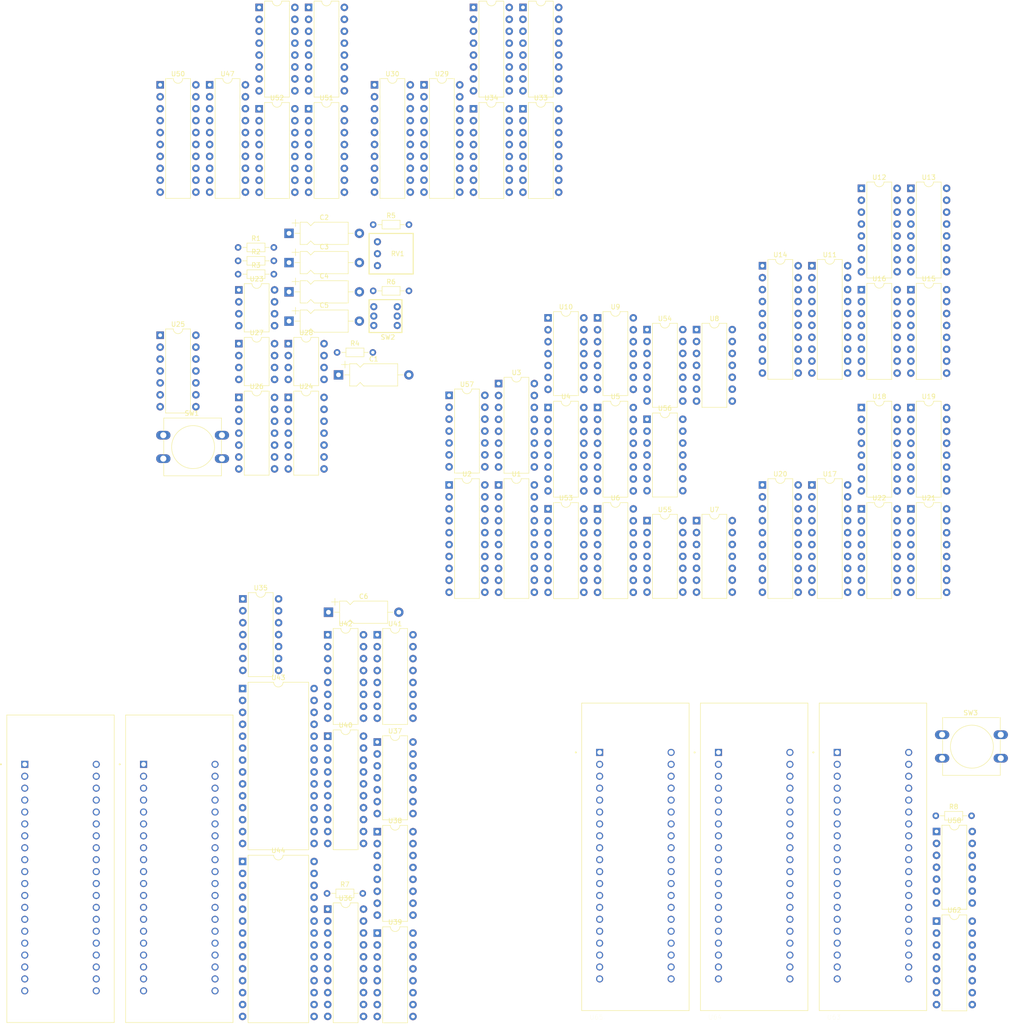
<source format=kicad_pcb>
(kicad_pcb (version 20171130) (host pcbnew "(5.1.6)-1")
  (layers (0 F.Cu signal) (1 In1.Cu signal hide) (2 In2.Cu signal) (31 B.Cu mixed hide) (35 F.Paste user hide) (37 F.SilkS user hide) (39 F.Mask user hide) (44 Edge.Cuts user hide))
  (net 0 "")
  (net 1 +5V)
  (net 2 GND)
  (net 3 "Net-(U1-Pad9)")
  (net 4 "Net-(U1-Pad8)")
  (net 5 "Net-(U1-Pad7)")
  (net 6 "Net-(U1-Pad6)")
  (net 7 "Net-(U1-Pad5)")
  (net 8 "Net-(U1-Pad4)")
  (net 9 "Net-(U1-Pad3)")
  (net 10 "Net-(U1-Pad2)")
  (net 11 "Net-(U4-Pad9)")
  (net 12 "Net-(U4-Pad7)")
  (net 13 "Net-(U4-Pad6)")
  (net 14 "Net-(U4-Pad2)")
  (net 15 "Net-(U10-Pad8)")
  (net 16 "Net-(U10-Pad6)")
  (net 17 "Net-(U10-Pad3)")
  (net 18 "Net-(C1-Pad1)")
  (net 19 "Net-(C2-Pad1)")
  (net 20 "Net-(C3-Pad1)")
  (net 21 "Net-(C4-Pad1)")
  (net 22 "Net-(C5-Pad1)")
  (net 23 "Net-(C6-Pad2)")
  (net 24 "Net-(C6-Pad1)")
  (net 25 "Net-(R1-Pad2)")
  (net 26 "Net-(R2-Pad2)")
  (net 27 "Net-(R3-Pad2)")
  (net 28 "Net-(R5-Pad2)")
  (net 29 "Net-(R6-Pad2)")
  (net 30 /ALU/BUS0)
  (net 31 /ALU/BUS1)
  (net 32 /ALU/BUS2)
  (net 33 /ALU/BUS3)
  (net 34 /ALU/BUS4)
  (net 35 /ALU/BUS5)
  (net 36 /ALU/BUS6)
  (net 37 /ALU/BUS7)
  (net 38 "Net-(U2-Pad9)")
  (net 39 /ALU/BUS8)
  (net 40 "Net-(U2-Pad8)")
  (net 41 /ALU/BUS9)
  (net 42 "Net-(U2-Pad7)")
  (net 43 /ALU/BUS10)
  (net 44 "Net-(U2-Pad6)")
  (net 45 /ALU/BUS11)
  (net 46 "Net-(U2-Pad5)")
  (net 47 /ALU/BUS12)
  (net 48 "Net-(U2-Pad4)")
  (net 49 /ALU/BUS13)
  (net 50 "Net-(U2-Pad3)")
  (net 51 /ALU/BUS14)
  (net 52 "Net-(U2-Pad2)")
  (net 53 "Net-(U3-Pad15)")
  (net 54 /ALU/A2)
  (net 55 "Net-(U3-Pad6)")
  (net 56 /ALU/A0)
  (net 57 /ALU/A3)
  (net 58 "Net-(U3-Pad11)")
  (net 59 /ALU/A1)
  (net 60 "Net-(U3-Pad2)")
  (net 61 "Net-(U3-Pad9)")
  (net 62 "Net-(U4-Pad15)")
  (net 63 /ALU/A10)
  (net 64 /ALU/A8)
  (net 65 /ALU/A11)
  (net 66 "Net-(U4-Pad11)")
  (net 67 /ALU/A9)
  (net 68 "Net-(U5-Pad15)")
  (net 69 /ALU/A6)
  (net 70 "Net-(U5-Pad6)")
  (net 71 /ALU/A4)
  (net 72 /ALU/A7)
  (net 73 "Net-(U5-Pad11)")
  (net 74 /ALU/A5)
  (net 75 "Net-(U5-Pad2)")
  (net 76 /ALU/A14)
  (net 77 /ALU/A12)
  (net 78 /ALU/A15)
  (net 79 "Net-(U10-Pad11)")
  (net 80 /ALU/A13)
  (net 81 /sheet5F747766/A3)
  (net 82 /sheet5F747766/A1)
  (net 83 /sheet5F747766/A2)
  (net 84 /sheet5F747766/A0)
  (net 85 /sheet5F747766/A7)
  (net 86 /sheet5F747766/A5)
  (net 87 /sheet5F747766/A6)
  (net 88 /sheet5F747766/A4)
  (net 89 /sheet5F747766/A11)
  (net 90 /sheet5F747766/A9)
  (net 91 /sheet5F747766/A10)
  (net 92 /sheet5F747766/A8)
  (net 93 /sheet5F747766/A15)
  (net 94 /sheet5F747766/A13)
  (net 95 /sheet5F747766/A14)
  (net 96 /sheet5F747766/A12)
  (net 97 "/Resgister A/~AO")
  (net 98 "/Resgister A/CLR")
  (net 99 "/Resgister A/~AI")
  (net 100 /sheet5F747766/~AO)
  (net 101 /sheet5F747766/CLR)
  (net 102 /sheet5F747766/~AI)
  (net 103 "Net-(U23-Pad3)")
  (net 104 "Net-(U24-Pad2)")
  (net 105 "Net-(U24-Pad1)")
  (net 106 "Net-(U25-Pad6)")
  (net 107 "Net-(U25-Pad5)")
  (net 108 "Net-(U25-Pad3)")
  (net 109 "Net-(U25-Pad9)")
  (net 110 /RAM/~AO)
  (net 111 /RAM/CLR)
  (net 112 /RAM/A15)
  (net 113 /RAM/A14)
  (net 114 /RAM/A13)
  (net 115 /RAM/~MEMOE)
  (net 116 /ProgramCounter/~CO)
  (net 117 /ProgramCounter/CE)
  (net 118 /ProgramCounter/~J)
  (net 119 /ProgramCounter/~CLR)
  (net 120 "Net-(RV1-Pad3)")
  (net 121 /ALU/BUS15)
  (net 122 /clock/HLT)
  (net 123 /clock/~CLK)
  (net 124 "Net-(U30-Pad7)")
  (net 125 "Net-(U33-Pad15)")
  (net 126 "Net-(U34-Pad15)")
  (net 127 "Net-(U37-Pad2)")
  (net 128 /RAM/~AI)
  (net 129 "Net-(U40-Pad3)")
  (net 130 /RAM/MEMWE)
  (net 131 "/Instruction Register/~I0")
  (net 132 "/Control Unit/I7")
  (net 133 "/Control Unit/I6")
  (net 134 "/Control Unit/I5")
  (net 135 "/Control Unit/I4")
  (net 136 "/Control Unit/I3")
  (net 137 "/Control Unit/I2")
  (net 138 "/Control Unit/I1")
  (net 139 "/Control Unit/I0")
  (net 140 "/Instruction Register/CLR")
  (net 141 "/Instruction Register/~II")
  (net 142 "Net-(U24-Pad4)")
  (net 143 "Net-(U28-Pad7)")
  (net 144 "Net-(U29-Pad9)")
  (net 145 "Net-(U29-Pad8)")
  (net 146 "Net-(U29-Pad7)")
  (net 147 "Net-(U29-Pad6)")
  (net 148 "Net-(U29-Pad5)")
  (net 149 "Net-(U29-Pad4)")
  (net 150 "Net-(U29-Pad3)")
  (net 151 "Net-(U29-Pad2)")
  (net 152 "Net-(U30-Pad9)")
  (net 153 "Net-(U30-Pad8)")
  (net 154 "Net-(U30-Pad6)")
  (net 155 "Net-(U30-Pad5)")
  (net 156 "Net-(U30-Pad4)")
  (net 157 "Net-(U30-Pad3)")
  (net 158 "Net-(U30-Pad2)")
  (net 159 "Net-(U31-Pad15)")
  (net 160 "Net-(U32-Pad15)")
  (net 161 "Net-(U35-Pad3)")
  (net 162 "Net-(U36-Pad9)")
  (net 163 "Net-(U36-Pad8)")
  (net 164 "Net-(U36-Pad7)")
  (net 165 "Net-(U36-Pad6)")
  (net 166 "Net-(U36-Pad5)")
  (net 167 "Net-(U36-Pad4)")
  (net 168 "Net-(U36-Pad3)")
  (net 169 "Net-(U36-Pad2)")
  (net 170 "Net-(U40-Pad6)")
  (net 171 "Net-(U40-Pad5)")
  (net 172 "Net-(U40-Pad4)")
  (net 173 "Net-(U40-Pad2)")
  (net 174 "Net-(U43-Pad1)")
  (net 175 "Net-(U44-Pad1)")
  (net 176 "Net-(U50-Pad9)")
  (net 177 "Net-(U50-Pad8)")
  (net 178 "Net-(U50-Pad7)")
  (net 179 "Net-(U50-Pad6)")
  (net 180 "Net-(U50-Pad5)")
  (net 181 "Net-(U50-Pad4)")
  (net 182 "Net-(U50-Pad3)")
  (net 183 "Net-(U50-Pad2)")
  (net 184 "Net-(U52-Pad14)")
  (net 185 "Net-(U52-Pad13)")
  (net 186 "Net-(U53-Pad14)")
  (net 187 /ALU/CLK)
  (net 188 "Net-(U53-Pad13)")
  (net 189 "Net-(U53-Pad6)")
  (net 190 "Net-(U53-Pad12)")
  (net 191 "Net-(U53-Pad5)")
  (net 192 "Net-(U53-Pad11)")
  (net 193 /ALU/ZF)
  (net 194 /ALU/CF)
  (net 195 "Net-(U54-Pad13)")
  (net 196 "Net-(U54-Pad4)")
  (net 197 "Net-(U54-Pad10)")
  (net 198 "Net-(U54-Pad1)")
  (net 199 "Net-(U55-Pad13)")
  (net 200 "Net-(U55-Pad4)")
  (net 201 "Net-(U55-Pad10)")
  (net 202 "Net-(U55-Pad1)")
  (net 203 "Net-(U56-Pad6)")
  (net 204 "Net-(U56-Pad5)")
  (net 205 "Net-(U56-Pad11)")
  (net 206 "Net-(U56-Pad10)")
  (net 207 "Net-(U56-Pad2)")
  (net 208 "Net-(U56-Pad1)")
  (net 209 /ALU/CLR)
  (net 210 "Net-(R8-Pad1)")
  (net 211 "/Control Unit/~ALU_EO")
  (net 212 "/Control Unit/ALU_SU")
  (net 213 "/Control Unit/~ALU_FI")
  (net 214 "Net-(U58-Pad6)")
  (net 215 "Net-(U58-Pad3)")
  (net 216 "/Control Unit/~CLR")
  (net 217 "/Control Unit/RESET_COUNTER")
  (net 218 "/Control Unit/CLR")
  (net 219 "Net-(U62-Pad15)")
  (net 220 "Net-(U62-Pad14)")
  (net 221 "Net-(U62-Pad6)")
  (net 222 "Net-(U62-Pad13)")
  (net 223 "Net-(U62-Pad5)")
  (net 224 "Net-(U62-Pad12)")
  (net 225 "Net-(U62-Pad4)")
  (net 226 "Net-(U62-Pad11)")
  (net 227 "Net-(U62-Pad3)")
  (net 228 "Net-(U63-Pad27)")
  (net 229 "Net-(U63-Pad22)")
  (net 230 "Net-(U63-Pad20)")
  (net 231 "Net-(U63-Pad19)")
  (net 232 "Net-(U63-Pad18)")
  (net 233 "Net-(U63-Pad17)")
  (net 234 "Net-(U63-Pad16)")
  (net 235 "Net-(U63-Pad15)")
  (net 236 "Net-(U63-Pad13)")
  (net 237 "Net-(U64-Pad27)")
  (net 238 "Net-(U64-Pad22)")
  (net 239 "Net-(U64-Pad20)")
  (net 240 "Net-(U65-Pad27)")
  (net 241 "Net-(U65-Pad22)")
  (net 242 "Net-(U65-Pad20)")
  (net 243 "/Control Unit/~IR_AO")
  (net 244 "/Control Unit/~RAM_MEMWE")
  (module ROM:ZIF-AT28C64B-15PU (layer F.Cu) (at 121.29501 219.665)
    (fp_text reference U65 (at -8.325 32.295) (layer F.SilkS) (effects (font (thickness 0.015))))
    (fp_text value AT28C64B-15PU)
    (pad 28 thru_hole circle (at 7.62 -24.13) (size 1.508 1.508) (drill 1) (layers *.Cu *.Mask) (net 1 +5V))
    (pad 27 thru_hole circle (at 7.62 -21.59) (size 1.508 1.508) (drill 1) (layers *.Cu *.Mask) (net 240 "Net-(U65-Pad27)"))
    (pad 26 thru_hole circle (at 7.62 -19.05) (size 1.508 1.508) (drill 1) (layers *.Cu *.Mask))
    (pad 25 thru_hole circle (at 7.62 -16.51) (size 1.508 1.508) (drill 1) (layers *.Cu *.Mask) (net 220 "Net-(U62-Pad14)"))
    (pad 24 thru_hole circle (at 7.62 -13.97) (size 1.508 1.508) (drill 1) (layers *.Cu *.Mask) (net 222 "Net-(U62-Pad13)"))
    (pad 23 thru_hole circle (at 7.62 -11.43) (size 1.508 1.508) (drill 1) (layers *.Cu *.Mask) (net 193 /ALU/ZF))
    (pad 22 thru_hole circle (at 7.62 -8.89) (size 1.508 1.508) (drill 1) (layers *.Cu *.Mask) (net 241 "Net-(U65-Pad22)"))
    (pad 21 thru_hole circle (at 7.62 -6.35) (size 1.508 1.508) (drill 1) (layers *.Cu *.Mask) (net 224 "Net-(U62-Pad12)"))
    (pad 20 thru_hole circle (at 7.62 -3.81) (size 1.508 1.508) (drill 1) (layers *.Cu *.Mask) (net 242 "Net-(U65-Pad20)"))
    (pad 19 thru_hole circle (at 7.62 -1.27) (size 1.508 1.508) (drill 1) (layers *.Cu *.Mask) (net 117 /ProgramCounter/CE))
    (pad 18 thru_hole circle (at 7.62 1.27) (size 1.508 1.508) (drill 1) (layers *.Cu *.Mask) (net 118 /ProgramCounter/~J))
    (pad 17 thru_hole circle (at 7.62 3.81) (size 1.508 1.508) (drill 1) (layers *.Cu *.Mask) (net 131 "/Instruction Register/~I0"))
    (pad 16 thru_hole circle (at 7.62 6.35) (size 1.508 1.508) (drill 1) (layers *.Cu *.Mask) (net 243 "/Control Unit/~IR_AO"))
    (pad 15 thru_hole circle (at 7.62 8.89) (size 1.508 1.508) (drill 1) (layers *.Cu *.Mask) (net 141 "/Instruction Register/~II"))
    (pad 40 thru_hole circle (at 7.62 11.43) (size 1.508 1.508) (drill 1) (layers *.Cu *.Mask))
    (pad 40 thru_hole circle (at 7.62 13.97) (size 1.508 1.508) (drill 1) (layers *.Cu *.Mask))
    (pad 40 thru_hole circle (at 7.62 16.51) (size 1.508 1.508) (drill 1) (layers *.Cu *.Mask))
    (pad 40 thru_hole circle (at 7.62 19.05) (size 1.508 1.508) (drill 1) (layers *.Cu *.Mask))
    (pad 40 thru_hole circle (at 7.62 21.59) (size 1.508 1.508) (drill 1) (layers *.Cu *.Mask))
    (pad 40 thru_hole circle (at 7.62 24.13) (size 1.508 1.508) (drill 1) (layers *.Cu *.Mask))
    (pad 30 thru_hole circle (at -7.62 24.13) (size 1.508 1.508) (drill 1) (layers *.Cu *.Mask))
    (pad 30 thru_hole circle (at -7.62 21.59) (size 1.508 1.508) (drill 1) (layers *.Cu *.Mask))
    (pad 30 thru_hole circle (at -7.62 19.05) (size 1.508 1.508) (drill 1) (layers *.Cu *.Mask))
    (pad 30 thru_hole circle (at -7.62 16.51) (size 1.508 1.508) (drill 1) (layers *.Cu *.Mask))
    (pad 30 thru_hole circle (at -7.62 13.97) (size 1.508 1.508) (drill 1) (layers *.Cu *.Mask))
    (pad 30 thru_hole circle (at -7.62 11.43) (size 1.508 1.508) (drill 1) (layers *.Cu *.Mask))
    (pad 14 thru_hole circle (at -7.62 8.89) (size 1.508 1.508) (drill 1) (layers *.Cu *.Mask) (net 2 GND))
    (pad 13 thru_hole circle (at -7.62 6.35) (size 1.508 1.508) (drill 1) (layers *.Cu *.Mask) (net 244 "/Control Unit/~RAM_MEMWE"))
    (pad 12 thru_hole circle (at -7.62 3.81) (size 1.508 1.508) (drill 1) (layers *.Cu *.Mask) (net 115 /RAM/~MEMOE))
    (pad 11 thru_hole circle (at -7.62 1.27) (size 1.508 1.508) (drill 1) (layers *.Cu *.Mask) (net 110 /RAM/~AO))
    (pad 10 thru_hole circle (at -7.62 -1.27) (size 1.508 1.508) (drill 1) (layers *.Cu *.Mask) (net 139 "/Control Unit/I0"))
    (pad 9 thru_hole circle (at -7.62 -3.81) (size 1.508 1.508) (drill 1) (layers *.Cu *.Mask) (net 138 "/Control Unit/I1"))
    (pad 8 thru_hole circle (at -7.62 -6.35) (size 1.508 1.508) (drill 1) (layers *.Cu *.Mask) (net 137 "/Control Unit/I2"))
    (pad 7 thru_hole circle (at -7.62 -8.89) (size 1.508 1.508) (drill 1) (layers *.Cu *.Mask) (net 136 "/Control Unit/I3"))
    (pad 6 thru_hole circle (at -7.62 -11.43) (size 1.508 1.508) (drill 1) (layers *.Cu *.Mask) (net 135 "/Control Unit/I4"))
    (pad 5 thru_hole circle (at -7.62 -13.97) (size 1.508 1.508) (drill 1) (layers *.Cu *.Mask) (net 134 "/Control Unit/I5"))
    (pad 4 thru_hole circle (at -7.62 -16.51) (size 1.508 1.508) (drill 1) (layers *.Cu *.Mask) (net 133 "/Control Unit/I6"))
    (pad 3 thru_hole circle (at -7.62 -19.05) (size 1.508 1.508) (drill 1) (layers *.Cu *.Mask) (net 132 "/Control Unit/I7"))
    (pad 2 thru_hole circle (at -7.62 -21.59) (size 1.508 1.508) (drill 1) (layers *.Cu *.Mask) (net 194 /ALU/CF))
    (pad 1 thru_hole rect (at -7.62 -24.13) (size 1.508 1.508) (drill 1) (layers *.Cu *.Mask))
  )
  (module ROM:ZIF-AT28C64B-15PU (layer F.Cu) (at 146.620012 219.665)
    (fp_text reference U64 (at -8.325 32.295) (layer F.SilkS) (effects (font (thickness 0.015))))
    (fp_text value AT28C64B-15PU)
    (pad 28 thru_hole circle (at 7.62 -24.13) (size 1.508 1.508) (drill 1) (layers *.Cu *.Mask) (net 1 +5V))
    (pad 27 thru_hole circle (at 7.62 -21.59) (size 1.508 1.508) (drill 1) (layers *.Cu *.Mask) (net 237 "Net-(U64-Pad27)"))
    (pad 26 thru_hole circle (at 7.62 -19.05) (size 1.508 1.508) (drill 1) (layers *.Cu *.Mask))
    (pad 25 thru_hole circle (at 7.62 -16.51) (size 1.508 1.508) (drill 1) (layers *.Cu *.Mask) (net 220 "Net-(U62-Pad14)"))
    (pad 24 thru_hole circle (at 7.62 -13.97) (size 1.508 1.508) (drill 1) (layers *.Cu *.Mask) (net 222 "Net-(U62-Pad13)"))
    (pad 23 thru_hole circle (at 7.62 -11.43) (size 1.508 1.508) (drill 1) (layers *.Cu *.Mask) (net 193 /ALU/ZF))
    (pad 22 thru_hole circle (at 7.62 -8.89) (size 1.508 1.508) (drill 1) (layers *.Cu *.Mask) (net 238 "Net-(U64-Pad22)"))
    (pad 21 thru_hole circle (at 7.62 -6.35) (size 1.508 1.508) (drill 1) (layers *.Cu *.Mask) (net 224 "Net-(U62-Pad12)"))
    (pad 20 thru_hole circle (at 7.62 -3.81) (size 1.508 1.508) (drill 1) (layers *.Cu *.Mask) (net 239 "Net-(U64-Pad20)"))
    (pad 19 thru_hole circle (at 7.62 -1.27) (size 1.508 1.508) (drill 1) (layers *.Cu *.Mask) (net 128 /RAM/~AI))
    (pad 18 thru_hole circle (at 7.62 1.27) (size 1.508 1.508) (drill 1) (layers *.Cu *.Mask) (net 97 "/Resgister A/~AO"))
    (pad 17 thru_hole circle (at 7.62 3.81) (size 1.508 1.508) (drill 1) (layers *.Cu *.Mask) (net 99 "/Resgister A/~AI"))
    (pad 16 thru_hole circle (at 7.62 6.35) (size 1.508 1.508) (drill 1) (layers *.Cu *.Mask) (net 100 /sheet5F747766/~AO))
    (pad 15 thru_hole circle (at 7.62 8.89) (size 1.508 1.508) (drill 1) (layers *.Cu *.Mask) (net 102 /sheet5F747766/~AI))
    (pad 40 thru_hole circle (at 7.62 11.43) (size 1.508 1.508) (drill 1) (layers *.Cu *.Mask))
    (pad 40 thru_hole circle (at 7.62 13.97) (size 1.508 1.508) (drill 1) (layers *.Cu *.Mask))
    (pad 40 thru_hole circle (at 7.62 16.51) (size 1.508 1.508) (drill 1) (layers *.Cu *.Mask))
    (pad 40 thru_hole circle (at 7.62 19.05) (size 1.508 1.508) (drill 1) (layers *.Cu *.Mask))
    (pad 40 thru_hole circle (at 7.62 21.59) (size 1.508 1.508) (drill 1) (layers *.Cu *.Mask))
    (pad 40 thru_hole circle (at 7.62 24.13) (size 1.508 1.508) (drill 1) (layers *.Cu *.Mask))
    (pad 30 thru_hole circle (at -7.62 24.13) (size 1.508 1.508) (drill 1) (layers *.Cu *.Mask))
    (pad 30 thru_hole circle (at -7.62 21.59) (size 1.508 1.508) (drill 1) (layers *.Cu *.Mask))
    (pad 30 thru_hole circle (at -7.62 19.05) (size 1.508 1.508) (drill 1) (layers *.Cu *.Mask))
    (pad 30 thru_hole circle (at -7.62 16.51) (size 1.508 1.508) (drill 1) (layers *.Cu *.Mask))
    (pad 30 thru_hole circle (at -7.62 13.97) (size 1.508 1.508) (drill 1) (layers *.Cu *.Mask))
    (pad 30 thru_hole circle (at -7.62 11.43) (size 1.508 1.508) (drill 1) (layers *.Cu *.Mask))
    (pad 14 thru_hole circle (at -7.62 8.89) (size 1.508 1.508) (drill 1) (layers *.Cu *.Mask) (net 2 GND))
    (pad 13 thru_hole circle (at -7.62 6.35) (size 1.508 1.508) (drill 1) (layers *.Cu *.Mask) (net 211 "/Control Unit/~ALU_EO"))
    (pad 12 thru_hole circle (at -7.62 3.81) (size 1.508 1.508) (drill 1) (layers *.Cu *.Mask) (net 212 "/Control Unit/ALU_SU"))
    (pad 11 thru_hole circle (at -7.62 1.27) (size 1.508 1.508) (drill 1) (layers *.Cu *.Mask) (net 213 "/Control Unit/~ALU_FI"))
    (pad 10 thru_hole circle (at -7.62 -1.27) (size 1.508 1.508) (drill 1) (layers *.Cu *.Mask) (net 139 "/Control Unit/I0"))
    (pad 9 thru_hole circle (at -7.62 -3.81) (size 1.508 1.508) (drill 1) (layers *.Cu *.Mask) (net 138 "/Control Unit/I1"))
    (pad 8 thru_hole circle (at -7.62 -6.35) (size 1.508 1.508) (drill 1) (layers *.Cu *.Mask) (net 137 "/Control Unit/I2"))
    (pad 7 thru_hole circle (at -7.62 -8.89) (size 1.508 1.508) (drill 1) (layers *.Cu *.Mask) (net 136 "/Control Unit/I3"))
    (pad 6 thru_hole circle (at -7.62 -11.43) (size 1.508 1.508) (drill 1) (layers *.Cu *.Mask) (net 135 "/Control Unit/I4"))
    (pad 5 thru_hole circle (at -7.62 -13.97) (size 1.508 1.508) (drill 1) (layers *.Cu *.Mask) (net 134 "/Control Unit/I5"))
    (pad 4 thru_hole circle (at -7.62 -16.51) (size 1.508 1.508) (drill 1) (layers *.Cu *.Mask) (net 133 "/Control Unit/I6"))
    (pad 3 thru_hole circle (at -7.62 -19.05) (size 1.508 1.508) (drill 1) (layers *.Cu *.Mask) (net 132 "/Control Unit/I7"))
    (pad 2 thru_hole circle (at -7.62 -21.59) (size 1.508 1.508) (drill 1) (layers *.Cu *.Mask) (net 194 /ALU/CF))
    (pad 1 thru_hole rect (at -7.62 -24.13) (size 1.508 1.508) (drill 1) (layers *.Cu *.Mask))
  )
  (module ROM:ZIF-AT28C64B-15PU (layer F.Cu) (at 171.945014 219.665)
    (fp_text reference U63 (at -8.325 32.295) (layer F.SilkS) (effects (font (thickness 0.015))))
    (fp_text value AT28C64B-15PU)
    (pad 28 thru_hole circle (at 7.62 -24.13) (size 1.508 1.508) (drill 1) (layers *.Cu *.Mask) (net 1 +5V))
    (pad 27 thru_hole circle (at 7.62 -21.59) (size 1.508 1.508) (drill 1) (layers *.Cu *.Mask) (net 228 "Net-(U63-Pad27)"))
    (pad 26 thru_hole circle (at 7.62 -19.05) (size 1.508 1.508) (drill 1) (layers *.Cu *.Mask))
    (pad 25 thru_hole circle (at 7.62 -16.51) (size 1.508 1.508) (drill 1) (layers *.Cu *.Mask) (net 220 "Net-(U62-Pad14)"))
    (pad 24 thru_hole circle (at 7.62 -13.97) (size 1.508 1.508) (drill 1) (layers *.Cu *.Mask) (net 222 "Net-(U62-Pad13)"))
    (pad 23 thru_hole circle (at 7.62 -11.43) (size 1.508 1.508) (drill 1) (layers *.Cu *.Mask) (net 193 /ALU/ZF))
    (pad 22 thru_hole circle (at 7.62 -8.89) (size 1.508 1.508) (drill 1) (layers *.Cu *.Mask) (net 229 "Net-(U63-Pad22)"))
    (pad 21 thru_hole circle (at 7.62 -6.35) (size 1.508 1.508) (drill 1) (layers *.Cu *.Mask) (net 224 "Net-(U62-Pad12)"))
    (pad 20 thru_hole circle (at 7.62 -3.81) (size 1.508 1.508) (drill 1) (layers *.Cu *.Mask) (net 230 "Net-(U63-Pad20)"))
    (pad 19 thru_hole circle (at 7.62 -1.27) (size 1.508 1.508) (drill 1) (layers *.Cu *.Mask) (net 231 "Net-(U63-Pad19)"))
    (pad 18 thru_hole circle (at 7.62 1.27) (size 1.508 1.508) (drill 1) (layers *.Cu *.Mask) (net 232 "Net-(U63-Pad18)"))
    (pad 17 thru_hole circle (at 7.62 3.81) (size 1.508 1.508) (drill 1) (layers *.Cu *.Mask) (net 233 "Net-(U63-Pad17)"))
    (pad 16 thru_hole circle (at 7.62 6.35) (size 1.508 1.508) (drill 1) (layers *.Cu *.Mask) (net 234 "Net-(U63-Pad16)"))
    (pad 15 thru_hole circle (at 7.62 8.89) (size 1.508 1.508) (drill 1) (layers *.Cu *.Mask) (net 235 "Net-(U63-Pad15)"))
    (pad 40 thru_hole circle (at 7.62 11.43) (size 1.508 1.508) (drill 1) (layers *.Cu *.Mask))
    (pad 40 thru_hole circle (at 7.62 13.97) (size 1.508 1.508) (drill 1) (layers *.Cu *.Mask))
    (pad 40 thru_hole circle (at 7.62 16.51) (size 1.508 1.508) (drill 1) (layers *.Cu *.Mask))
    (pad 40 thru_hole circle (at 7.62 19.05) (size 1.508 1.508) (drill 1) (layers *.Cu *.Mask))
    (pad 40 thru_hole circle (at 7.62 21.59) (size 1.508 1.508) (drill 1) (layers *.Cu *.Mask))
    (pad 40 thru_hole circle (at 7.62 24.13) (size 1.508 1.508) (drill 1) (layers *.Cu *.Mask))
    (pad 30 thru_hole circle (at -7.62 24.13) (size 1.508 1.508) (drill 1) (layers *.Cu *.Mask))
    (pad 30 thru_hole circle (at -7.62 21.59) (size 1.508 1.508) (drill 1) (layers *.Cu *.Mask))
    (pad 30 thru_hole circle (at -7.62 19.05) (size 1.508 1.508) (drill 1) (layers *.Cu *.Mask))
    (pad 30 thru_hole circle (at -7.62 16.51) (size 1.508 1.508) (drill 1) (layers *.Cu *.Mask))
    (pad 30 thru_hole circle (at -7.62 13.97) (size 1.508 1.508) (drill 1) (layers *.Cu *.Mask))
    (pad 30 thru_hole circle (at -7.62 11.43) (size 1.508 1.508) (drill 1) (layers *.Cu *.Mask))
    (pad 14 thru_hole circle (at -7.62 8.89) (size 1.508 1.508) (drill 1) (layers *.Cu *.Mask) (net 2 GND))
    (pad 13 thru_hole circle (at -7.62 6.35) (size 1.508 1.508) (drill 1) (layers *.Cu *.Mask) (net 236 "Net-(U63-Pad13)"))
    (pad 12 thru_hole circle (at -7.62 3.81) (size 1.508 1.508) (drill 1) (layers *.Cu *.Mask) (net 217 "/Control Unit/RESET_COUNTER"))
    (pad 11 thru_hole circle (at -7.62 1.27) (size 1.508 1.508) (drill 1) (layers *.Cu *.Mask) (net 116 /ProgramCounter/~CO))
    (pad 10 thru_hole circle (at -7.62 -1.27) (size 1.508 1.508) (drill 1) (layers *.Cu *.Mask) (net 139 "/Control Unit/I0"))
    (pad 9 thru_hole circle (at -7.62 -3.81) (size 1.508 1.508) (drill 1) (layers *.Cu *.Mask) (net 138 "/Control Unit/I1"))
    (pad 8 thru_hole circle (at -7.62 -6.35) (size 1.508 1.508) (drill 1) (layers *.Cu *.Mask) (net 137 "/Control Unit/I2"))
    (pad 7 thru_hole circle (at -7.62 -8.89) (size 1.508 1.508) (drill 1) (layers *.Cu *.Mask) (net 136 "/Control Unit/I3"))
    (pad 6 thru_hole circle (at -7.62 -11.43) (size 1.508 1.508) (drill 1) (layers *.Cu *.Mask) (net 135 "/Control Unit/I4"))
    (pad 5 thru_hole circle (at -7.62 -13.97) (size 1.508 1.508) (drill 1) (layers *.Cu *.Mask) (net 134 "/Control Unit/I5"))
    (pad 4 thru_hole circle (at -7.62 -16.51) (size 1.508 1.508) (drill 1) (layers *.Cu *.Mask) (net 133 "/Control Unit/I6"))
    (pad 3 thru_hole circle (at -7.62 -19.05) (size 1.508 1.508) (drill 1) (layers *.Cu *.Mask) (net 132 "/Control Unit/I7"))
    (pad 2 thru_hole circle (at -7.62 -21.59) (size 1.508 1.508) (drill 1) (layers *.Cu *.Mask) (net 194 /ALU/CF))
    (pad 1 thru_hole rect (at -7.62 -24.13) (size 1.508 1.508) (drill 1) (layers *.Cu *.Mask))
  )
  (module Package_DIP:DIP-16_W7.62mm (layer F.Cu) (at 185.495016 231.485)
    (fp_text reference U62 (at 3.81 -2.33) (layer F.SilkS))
    (fp_text value 74LS161-74xx)
    (pad 16 thru_hole oval (at 7.62 0) (size 1.6 1.6) (drill 0.8) (layers *.Cu *.Mask) (net 1 +5V))
    (pad 8 thru_hole oval (at 0 17.78) (size 1.6 1.6) (drill 0.8) (layers *.Cu *.Mask) (net 2 GND))
    (pad 15 thru_hole oval (at 7.62 2.54) (size 1.6 1.6) (drill 0.8) (layers *.Cu *.Mask) (net 219 "Net-(U62-Pad15)"))
    (pad 7 thru_hole oval (at 0 15.24) (size 1.6 1.6) (drill 0.8) (layers *.Cu *.Mask) (net 1 +5V))
    (pad 14 thru_hole oval (at 7.62 5.08) (size 1.6 1.6) (drill 0.8) (layers *.Cu *.Mask) (net 220 "Net-(U62-Pad14)"))
    (pad 6 thru_hole oval (at 0 12.7) (size 1.6 1.6) (drill 0.8) (layers *.Cu *.Mask) (net 221 "Net-(U62-Pad6)"))
    (pad 13 thru_hole oval (at 7.62 7.62) (size 1.6 1.6) (drill 0.8) (layers *.Cu *.Mask) (net 222 "Net-(U62-Pad13)"))
    (pad 5 thru_hole oval (at 0 10.16) (size 1.6 1.6) (drill 0.8) (layers *.Cu *.Mask) (net 223 "Net-(U62-Pad5)"))
    (pad 12 thru_hole oval (at 7.62 10.16) (size 1.6 1.6) (drill 0.8) (layers *.Cu *.Mask) (net 224 "Net-(U62-Pad12)"))
    (pad 4 thru_hole oval (at 0 7.62) (size 1.6 1.6) (drill 0.8) (layers *.Cu *.Mask) (net 225 "Net-(U62-Pad4)"))
    (pad 11 thru_hole oval (at 7.62 12.7) (size 1.6 1.6) (drill 0.8) (layers *.Cu *.Mask) (net 226 "Net-(U62-Pad11)"))
    (pad 3 thru_hole oval (at 0 5.08) (size 1.6 1.6) (drill 0.8) (layers *.Cu *.Mask) (net 227 "Net-(U62-Pad3)"))
    (pad 10 thru_hole oval (at 7.62 15.24) (size 1.6 1.6) (drill 0.8) (layers *.Cu *.Mask) (net 1 +5V))
    (pad 2 thru_hole oval (at 0 2.54) (size 1.6 1.6) (drill 0.8) (layers *.Cu *.Mask) (net 187 /ALU/CLK))
    (pad 9 thru_hole oval (at 7.62 17.78) (size 1.6 1.6) (drill 0.8) (layers *.Cu *.Mask) (net 1 +5V))
    (pad 1 thru_hole rect (at 0 0) (size 1.6 1.6) (drill 0.8) (layers *.Cu *.Mask) (net 214 "Net-(U58-Pad6)"))
  )
  (module Package_DIP:DIP-14_W7.62mm (layer F.Cu) (at 185.495016 212.384998)
    (fp_text reference U58 (at 3.81 -2.33) (layer F.SilkS))
    (fp_text value 7400)
    (pad 14 thru_hole oval (at 7.62 0) (size 1.6 1.6) (drill 0.8) (layers *.Cu *.Mask) (net 1 +5V))
    (pad 7 thru_hole oval (at 0 15.24) (size 1.6 1.6) (drill 0.8) (layers *.Cu *.Mask) (net 2 GND))
    (pad 13 thru_hole oval (at 7.62 2.54) (size 1.6 1.6) (drill 0.8) (layers *.Cu *.Mask) (net 210 "Net-(R8-Pad1)"))
    (pad 6 thru_hole oval (at 0 12.7) (size 1.6 1.6) (drill 0.8) (layers *.Cu *.Mask) (net 214 "Net-(U58-Pad6)"))
    (pad 12 thru_hole oval (at 7.62 5.08) (size 1.6 1.6) (drill 0.8) (layers *.Cu *.Mask) (net 210 "Net-(R8-Pad1)"))
    (pad 5 thru_hole oval (at 0 10.16) (size 1.6 1.6) (drill 0.8) (layers *.Cu *.Mask) (net 215 "Net-(U58-Pad3)"))
    (pad 11 thru_hole oval (at 7.62 7.62) (size 1.6 1.6) (drill 0.8) (layers *.Cu *.Mask) (net 216 "/Control Unit/~CLR"))
    (pad 4 thru_hole oval (at 0 7.62) (size 1.6 1.6) (drill 0.8) (layers *.Cu *.Mask) (net 215 "Net-(U58-Pad3)"))
    (pad 10 thru_hole oval (at 7.62 10.16) (size 1.6 1.6) (drill 0.8) (layers *.Cu *.Mask) (net 216 "/Control Unit/~CLR"))
    (pad 3 thru_hole oval (at 0 5.08) (size 1.6 1.6) (drill 0.8) (layers *.Cu *.Mask) (net 215 "Net-(U58-Pad3)"))
    (pad 9 thru_hole oval (at 7.62 12.7) (size 1.6 1.6) (drill 0.8) (layers *.Cu *.Mask) (net 216 "/Control Unit/~CLR"))
    (pad 2 thru_hole oval (at 0 2.54) (size 1.6 1.6) (drill 0.8) (layers *.Cu *.Mask) (net 217 "/Control Unit/RESET_COUNTER"))
    (pad 8 thru_hole oval (at 7.62 15.24) (size 1.6 1.6) (drill 0.8) (layers *.Cu *.Mask) (net 218 "/Control Unit/CLR"))
    (pad 1 thru_hole rect (at 0 0) (size 1.6 1.6) (drill 0.8) (layers *.Cu *.Mask) (net 216 "/Control Unit/~CLR"))
  )
  (module Package_DIP:DIP-14_W7.62mm (layer F.Cu) (at 81.58001 119.454994)
    (fp_text reference U57 (at 3.81 -2.33) (layer F.SilkS))
    (fp_text value 74LS08)
    (pad 14 thru_hole oval (at 7.62 0) (size 1.6 1.6) (drill 0.8) (layers *.Cu *.Mask) (net 1 +5V))
    (pad 7 thru_hole oval (at 0 15.24) (size 1.6 1.6) (drill 0.8) (layers *.Cu *.Mask) (net 2 GND))
    (pad 13 thru_hole oval (at 7.62 2.54) (size 1.6 1.6) (drill 0.8) (layers *.Cu *.Mask))
    (pad 6 thru_hole oval (at 0 12.7) (size 1.6 1.6) (drill 0.8) (layers *.Cu *.Mask) (net 208 "Net-(U56-Pad1)"))
    (pad 12 thru_hole oval (at 7.62 5.08) (size 1.6 1.6) (drill 0.8) (layers *.Cu *.Mask))
    (pad 5 thru_hole oval (at 0 10.16) (size 1.6 1.6) (drill 0.8) (layers *.Cu *.Mask) (net 197 "Net-(U54-Pad10)"))
    (pad 11 thru_hole oval (at 7.62 7.62) (size 1.6 1.6) (drill 0.8) (layers *.Cu *.Mask))
    (pad 4 thru_hole oval (at 0 7.62) (size 1.6 1.6) (drill 0.8) (layers *.Cu *.Mask) (net 195 "Net-(U54-Pad13)"))
    (pad 10 thru_hole oval (at 7.62 10.16) (size 1.6 1.6) (drill 0.8) (layers *.Cu *.Mask) (net 202 "Net-(U55-Pad1)"))
    (pad 3 thru_hole oval (at 0 5.08) (size 1.6 1.6) (drill 0.8) (layers *.Cu *.Mask) (net 207 "Net-(U56-Pad2)"))
    (pad 9 thru_hole oval (at 7.62 12.7) (size 1.6 1.6) (drill 0.8) (layers *.Cu *.Mask) (net 200 "Net-(U55-Pad4)"))
    (pad 2 thru_hole oval (at 0 2.54) (size 1.6 1.6) (drill 0.8) (layers *.Cu *.Mask) (net 198 "Net-(U54-Pad1)"))
    (pad 8 thru_hole oval (at 7.62 15.24) (size 1.6 1.6) (drill 0.8) (layers *.Cu *.Mask) (net 204 "Net-(U56-Pad5)"))
    (pad 1 thru_hole rect (at 0 0) (size 1.6 1.6) (drill 0.8) (layers *.Cu *.Mask) (net 196 "Net-(U54-Pad4)"))
  )
  (module Package_DIP:DIP-14_W7.62mm (layer F.Cu) (at 123.780018 124.554994)
    (fp_text reference U56 (at 3.81 -2.33) (layer F.SilkS))
    (fp_text value 74LS08)
    (pad 14 thru_hole oval (at 7.62 0) (size 1.6 1.6) (drill 0.8) (layers *.Cu *.Mask) (net 1 +5V))
    (pad 7 thru_hole oval (at 0 15.24) (size 1.6 1.6) (drill 0.8) (layers *.Cu *.Mask) (net 2 GND))
    (pad 13 thru_hole oval (at 7.62 2.54) (size 1.6 1.6) (drill 0.8) (layers *.Cu *.Mask) (net 201 "Net-(U55-Pad10)"))
    (pad 6 thru_hole oval (at 0 12.7) (size 1.6 1.6) (drill 0.8) (layers *.Cu *.Mask) (net 203 "Net-(U56-Pad6)"))
    (pad 12 thru_hole oval (at 7.62 5.08) (size 1.6 1.6) (drill 0.8) (layers *.Cu *.Mask) (net 199 "Net-(U55-Pad13)"))
    (pad 5 thru_hole oval (at 0 10.16) (size 1.6 1.6) (drill 0.8) (layers *.Cu *.Mask) (net 204 "Net-(U56-Pad5)"))
    (pad 11 thru_hole oval (at 7.62 7.62) (size 1.6 1.6) (drill 0.8) (layers *.Cu *.Mask) (net 205 "Net-(U56-Pad11)"))
    (pad 4 thru_hole oval (at 0 7.62) (size 1.6 1.6) (drill 0.8) (layers *.Cu *.Mask) (net 205 "Net-(U56-Pad11)"))
    (pad 10 thru_hole oval (at 7.62 10.16) (size 1.6 1.6) (drill 0.8) (layers *.Cu *.Mask) (net 206 "Net-(U56-Pad10)"))
    (pad 3 thru_hole oval (at 0 5.08) (size 1.6 1.6) (drill 0.8) (layers *.Cu *.Mask) (net 206 "Net-(U56-Pad10)"))
    (pad 9 thru_hole oval (at 7.62 12.7) (size 1.6 1.6) (drill 0.8) (layers *.Cu *.Mask) (net 203 "Net-(U56-Pad6)"))
    (pad 2 thru_hole oval (at 0 2.54) (size 1.6 1.6) (drill 0.8) (layers *.Cu *.Mask) (net 207 "Net-(U56-Pad2)"))
    (pad 8 thru_hole oval (at 7.62 15.24) (size 1.6 1.6) (drill 0.8) (layers *.Cu *.Mask) (net 188 "Net-(U53-Pad13)"))
    (pad 1 thru_hole rect (at 0 0) (size 1.6 1.6) (drill 0.8) (layers *.Cu *.Mask) (net 208 "Net-(U56-Pad1)"))
  )
  (module Package_DIP:DIP-14_W7.62mm (layer F.Cu) (at 123.780018 146.154996)
    (fp_text reference U55 (at 3.81 -2.33) (layer F.SilkS))
    (fp_text value 74HC02)
    (pad 14 thru_hole oval (at 7.62 0) (size 1.6 1.6) (drill 0.8) (layers *.Cu *.Mask) (net 1 +5V))
    (pad 7 thru_hole oval (at 0 15.24) (size 1.6 1.6) (drill 0.8) (layers *.Cu *.Mask) (net 2 GND))
    (pad 13 thru_hole oval (at 7.62 2.54) (size 1.6 1.6) (drill 0.8) (layers *.Cu *.Mask) (net 199 "Net-(U55-Pad13)"))
    (pad 6 thru_hole oval (at 0 12.7) (size 1.6 1.6) (drill 0.8) (layers *.Cu *.Mask) (net 48 "Net-(U2-Pad4)"))
    (pad 12 thru_hole oval (at 7.62 5.08) (size 1.6 1.6) (drill 0.8) (layers *.Cu *.Mask) (net 40 "Net-(U2-Pad8)"))
    (pad 5 thru_hole oval (at 0 10.16) (size 1.6 1.6) (drill 0.8) (layers *.Cu *.Mask) (net 46 "Net-(U2-Pad5)"))
    (pad 11 thru_hole oval (at 7.62 7.62) (size 1.6 1.6) (drill 0.8) (layers *.Cu *.Mask) (net 38 "Net-(U2-Pad9)"))
    (pad 4 thru_hole oval (at 0 7.62) (size 1.6 1.6) (drill 0.8) (layers *.Cu *.Mask) (net 200 "Net-(U55-Pad4)"))
    (pad 10 thru_hole oval (at 7.62 10.16) (size 1.6 1.6) (drill 0.8) (layers *.Cu *.Mask) (net 201 "Net-(U55-Pad10)"))
    (pad 3 thru_hole oval (at 0 5.08) (size 1.6 1.6) (drill 0.8) (layers *.Cu *.Mask) (net 52 "Net-(U2-Pad2)"))
    (pad 9 thru_hole oval (at 7.62 12.7) (size 1.6 1.6) (drill 0.8) (layers *.Cu *.Mask) (net 44 "Net-(U2-Pad6)"))
    (pad 2 thru_hole oval (at 0 2.54) (size 1.6 1.6) (drill 0.8) (layers *.Cu *.Mask) (net 50 "Net-(U2-Pad3)"))
    (pad 8 thru_hole oval (at 7.62 15.24) (size 1.6 1.6) (drill 0.8) (layers *.Cu *.Mask) (net 42 "Net-(U2-Pad7)"))
    (pad 1 thru_hole rect (at 0 0) (size 1.6 1.6) (drill 0.8) (layers *.Cu *.Mask) (net 202 "Net-(U55-Pad1)"))
  )
  (module Package_DIP:DIP-14_W7.62mm (layer F.Cu) (at 123.780018 105.454992)
    (fp_text reference U54 (at 3.81 -2.33) (layer F.SilkS))
    (fp_text value 74HC02)
    (pad 14 thru_hole oval (at 7.62 0) (size 1.6 1.6) (drill 0.8) (layers *.Cu *.Mask) (net 1 +5V))
    (pad 7 thru_hole oval (at 0 15.24) (size 1.6 1.6) (drill 0.8) (layers *.Cu *.Mask) (net 2 GND))
    (pad 13 thru_hole oval (at 7.62 2.54) (size 1.6 1.6) (drill 0.8) (layers *.Cu *.Mask) (net 195 "Net-(U54-Pad13)"))
    (pad 6 thru_hole oval (at 0 12.7) (size 1.6 1.6) (drill 0.8) (layers *.Cu *.Mask) (net 8 "Net-(U1-Pad4)"))
    (pad 12 thru_hole oval (at 7.62 5.08) (size 1.6 1.6) (drill 0.8) (layers *.Cu *.Mask) (net 4 "Net-(U1-Pad8)"))
    (pad 5 thru_hole oval (at 0 10.16) (size 1.6 1.6) (drill 0.8) (layers *.Cu *.Mask) (net 7 "Net-(U1-Pad5)"))
    (pad 11 thru_hole oval (at 7.62 7.62) (size 1.6 1.6) (drill 0.8) (layers *.Cu *.Mask) (net 3 "Net-(U1-Pad9)"))
    (pad 4 thru_hole oval (at 0 7.62) (size 1.6 1.6) (drill 0.8) (layers *.Cu *.Mask) (net 196 "Net-(U54-Pad4)"))
    (pad 10 thru_hole oval (at 7.62 10.16) (size 1.6 1.6) (drill 0.8) (layers *.Cu *.Mask) (net 197 "Net-(U54-Pad10)"))
    (pad 3 thru_hole oval (at 0 5.08) (size 1.6 1.6) (drill 0.8) (layers *.Cu *.Mask) (net 10 "Net-(U1-Pad2)"))
    (pad 9 thru_hole oval (at 7.62 12.7) (size 1.6 1.6) (drill 0.8) (layers *.Cu *.Mask) (net 6 "Net-(U1-Pad6)"))
    (pad 2 thru_hole oval (at 0 2.54) (size 1.6 1.6) (drill 0.8) (layers *.Cu *.Mask) (net 9 "Net-(U1-Pad3)"))
    (pad 8 thru_hole oval (at 7.62 15.24) (size 1.6 1.6) (drill 0.8) (layers *.Cu *.Mask) (net 5 "Net-(U1-Pad7)"))
    (pad 1 thru_hole rect (at 0 0) (size 1.6 1.6) (drill 0.8) (layers *.Cu *.Mask) (net 198 "Net-(U54-Pad1)"))
  )
  (module Package_DIP:DIP-16_W7.62mm (layer F.Cu) (at 102.680014 143.654996)
    (fp_text reference U53 (at 3.81 -2.33) (layer F.SilkS))
    (fp_text value 74LS173)
    (pad 16 thru_hole oval (at 7.62 0) (size 1.6 1.6) (drill 0.8) (layers *.Cu *.Mask) (net 1 +5V))
    (pad 8 thru_hole oval (at 0 17.78) (size 1.6 1.6) (drill 0.8) (layers *.Cu *.Mask) (net 2 GND))
    (pad 15 thru_hole oval (at 7.62 2.54) (size 1.6 1.6) (drill 0.8) (layers *.Cu *.Mask) (net 209 /ALU/CLR))
    (pad 7 thru_hole oval (at 0 15.24) (size 1.6 1.6) (drill 0.8) (layers *.Cu *.Mask) (net 187 /ALU/CLK))
    (pad 14 thru_hole oval (at 7.62 5.08) (size 1.6 1.6) (drill 0.8) (layers *.Cu *.Mask) (net 186 "Net-(U53-Pad14)"))
    (pad 6 thru_hole oval (at 0 12.7) (size 1.6 1.6) (drill 0.8) (layers *.Cu *.Mask) (net 189 "Net-(U53-Pad6)"))
    (pad 13 thru_hole oval (at 7.62 7.62) (size 1.6 1.6) (drill 0.8) (layers *.Cu *.Mask) (net 188 "Net-(U53-Pad13)"))
    (pad 5 thru_hole oval (at 0 10.16) (size 1.6 1.6) (drill 0.8) (layers *.Cu *.Mask) (net 191 "Net-(U53-Pad5)"))
    (pad 12 thru_hole oval (at 7.62 10.16) (size 1.6 1.6) (drill 0.8) (layers *.Cu *.Mask) (net 190 "Net-(U53-Pad12)"))
    (pad 4 thru_hole oval (at 0 7.62) (size 1.6 1.6) (drill 0.8) (layers *.Cu *.Mask) (net 193 /ALU/ZF))
    (pad 11 thru_hole oval (at 7.62 12.7) (size 1.6 1.6) (drill 0.8) (layers *.Cu *.Mask) (net 192 "Net-(U53-Pad11)"))
    (pad 3 thru_hole oval (at 0 5.08) (size 1.6 1.6) (drill 0.8) (layers *.Cu *.Mask) (net 194 /ALU/CF))
    (pad 10 thru_hole oval (at 7.62 15.24) (size 1.6 1.6) (drill 0.8) (layers *.Cu *.Mask) (net 213 "/Control Unit/~ALU_FI"))
    (pad 2 thru_hole oval (at 0 2.54) (size 1.6 1.6) (drill 0.8) (layers *.Cu *.Mask) (net 2 GND))
    (pad 9 thru_hole oval (at 7.62 17.78) (size 1.6 1.6) (drill 0.8) (layers *.Cu *.Mask) (net 213 "/Control Unit/~ALU_FI"))
    (pad 1 thru_hole rect (at 0 0) (size 1.6 1.6) (drill 0.8) (layers *.Cu *.Mask) (net 2 GND))
  )
  (module Package_DIP:DIP-16_W7.62mm (layer F.Cu) (at 41.080004 58.414982)
    (fp_text reference U52 (at 3.81 -2.33) (layer F.SilkS))
    (fp_text value 74LS173)
    (pad 16 thru_hole oval (at 7.62 0) (size 1.6 1.6) (drill 0.8) (layers *.Cu *.Mask) (net 1 +5V))
    (pad 8 thru_hole oval (at 0 17.78) (size 1.6 1.6) (drill 0.8) (layers *.Cu *.Mask) (net 2 GND))
    (pad 15 thru_hole oval (at 7.62 2.54) (size 1.6 1.6) (drill 0.8) (layers *.Cu *.Mask) (net 140 "/Instruction Register/CLR"))
    (pad 7 thru_hole oval (at 0 15.24) (size 1.6 1.6) (drill 0.8) (layers *.Cu *.Mask) (net 187 /ALU/CLK))
    (pad 14 thru_hole oval (at 7.62 5.08) (size 1.6 1.6) (drill 0.8) (layers *.Cu *.Mask) (net 184 "Net-(U52-Pad14)"))
    (pad 6 thru_hole oval (at 0 12.7) (size 1.6 1.6) (drill 0.8) (layers *.Cu *.Mask) (net 176 "Net-(U50-Pad9)"))
    (pad 13 thru_hole oval (at 7.62 7.62) (size 1.6 1.6) (drill 0.8) (layers *.Cu *.Mask) (net 185 "Net-(U52-Pad13)"))
    (pad 5 thru_hole oval (at 0 10.16) (size 1.6 1.6) (drill 0.8) (layers *.Cu *.Mask) (net 177 "Net-(U50-Pad8)"))
    (pad 12 thru_hole oval (at 7.62 10.16) (size 1.6 1.6) (drill 0.8) (layers *.Cu *.Mask) (net 51 /ALU/BUS14))
    (pad 4 thru_hole oval (at 0 7.62) (size 1.6 1.6) (drill 0.8) (layers *.Cu *.Mask) (net 178 "Net-(U50-Pad7)"))
    (pad 11 thru_hole oval (at 7.62 12.7) (size 1.6 1.6) (drill 0.8) (layers *.Cu *.Mask) (net 121 /ALU/BUS15))
    (pad 3 thru_hole oval (at 0 5.08) (size 1.6 1.6) (drill 0.8) (layers *.Cu *.Mask) (net 179 "Net-(U50-Pad6)"))
    (pad 10 thru_hole oval (at 7.62 15.24) (size 1.6 1.6) (drill 0.8) (layers *.Cu *.Mask) (net 141 "/Instruction Register/~II"))
    (pad 2 thru_hole oval (at 0 2.54) (size 1.6 1.6) (drill 0.8) (layers *.Cu *.Mask) (net 2 GND))
    (pad 9 thru_hole oval (at 7.62 17.78) (size 1.6 1.6) (drill 0.8) (layers *.Cu *.Mask) (net 141 "/Instruction Register/~II"))
    (pad 1 thru_hole rect (at 0 0) (size 1.6 1.6) (drill 0.8) (layers *.Cu *.Mask) (net 2 GND))
  )
  (module Package_DIP:DIP-16_W7.62mm (layer F.Cu) (at 51.630006 58.414982)
    (fp_text reference U51 (at 3.81 -2.33) (layer F.SilkS))
    (fp_text value 74LS173)
    (pad 16 thru_hole oval (at 7.62 0) (size 1.6 1.6) (drill 0.8) (layers *.Cu *.Mask) (net 1 +5V))
    (pad 8 thru_hole oval (at 0 17.78) (size 1.6 1.6) (drill 0.8) (layers *.Cu *.Mask) (net 2 GND))
    (pad 15 thru_hole oval (at 7.62 2.54) (size 1.6 1.6) (drill 0.8) (layers *.Cu *.Mask) (net 140 "/Instruction Register/CLR"))
    (pad 7 thru_hole oval (at 0 15.24) (size 1.6 1.6) (drill 0.8) (layers *.Cu *.Mask) (net 187 /ALU/CLK))
    (pad 14 thru_hole oval (at 7.62 5.08) (size 1.6 1.6) (drill 0.8) (layers *.Cu *.Mask) (net 39 /ALU/BUS8))
    (pad 6 thru_hole oval (at 0 12.7) (size 1.6 1.6) (drill 0.8) (layers *.Cu *.Mask) (net 180 "Net-(U50-Pad5)"))
    (pad 13 thru_hole oval (at 7.62 7.62) (size 1.6 1.6) (drill 0.8) (layers *.Cu *.Mask) (net 41 /ALU/BUS9))
    (pad 5 thru_hole oval (at 0 10.16) (size 1.6 1.6) (drill 0.8) (layers *.Cu *.Mask) (net 181 "Net-(U50-Pad4)"))
    (pad 12 thru_hole oval (at 7.62 10.16) (size 1.6 1.6) (drill 0.8) (layers *.Cu *.Mask) (net 43 /ALU/BUS10))
    (pad 4 thru_hole oval (at 0 7.62) (size 1.6 1.6) (drill 0.8) (layers *.Cu *.Mask) (net 182 "Net-(U50-Pad3)"))
    (pad 11 thru_hole oval (at 7.62 12.7) (size 1.6 1.6) (drill 0.8) (layers *.Cu *.Mask) (net 45 /ALU/BUS11))
    (pad 3 thru_hole oval (at 0 5.08) (size 1.6 1.6) (drill 0.8) (layers *.Cu *.Mask) (net 183 "Net-(U50-Pad2)"))
    (pad 10 thru_hole oval (at 7.62 15.24) (size 1.6 1.6) (drill 0.8) (layers *.Cu *.Mask) (net 141 "/Instruction Register/~II"))
    (pad 2 thru_hole oval (at 0 2.54) (size 1.6 1.6) (drill 0.8) (layers *.Cu *.Mask) (net 2 GND))
    (pad 9 thru_hole oval (at 7.62 17.78) (size 1.6 1.6) (drill 0.8) (layers *.Cu *.Mask) (net 141 "/Instruction Register/~II"))
    (pad 1 thru_hole rect (at 0 0) (size 1.6 1.6) (drill 0.8) (layers *.Cu *.Mask) (net 2 GND))
  )
  (module Package_DIP:DIP-20_W7.62mm (layer F.Cu) (at 19.98 53.314982)
    (fp_text reference U50 (at 3.81 -2.33) (layer F.SilkS))
    (fp_text value 74LS245)
    (pad 20 thru_hole oval (at 7.62 0) (size 1.6 1.6) (drill 0.8) (layers *.Cu *.Mask) (net 1 +5V))
    (pad 10 thru_hole oval (at 0 22.86) (size 1.6 1.6) (drill 0.8) (layers *.Cu *.Mask) (net 2 GND))
    (pad 19 thru_hole oval (at 7.62 2.54) (size 1.6 1.6) (drill 0.8) (layers *.Cu *.Mask) (net 131 "/Instruction Register/~I0"))
    (pad 9 thru_hole oval (at 0 20.32) (size 1.6 1.6) (drill 0.8) (layers *.Cu *.Mask) (net 176 "Net-(U50-Pad9)"))
    (pad 18 thru_hole oval (at 7.62 5.08) (size 1.6 1.6) (drill 0.8) (layers *.Cu *.Mask) (net 39 /ALU/BUS8))
    (pad 8 thru_hole oval (at 0 17.78) (size 1.6 1.6) (drill 0.8) (layers *.Cu *.Mask) (net 177 "Net-(U50-Pad8)"))
    (pad 17 thru_hole oval (at 7.62 7.62) (size 1.6 1.6) (drill 0.8) (layers *.Cu *.Mask) (net 41 /ALU/BUS9))
    (pad 7 thru_hole oval (at 0 15.24) (size 1.6 1.6) (drill 0.8) (layers *.Cu *.Mask) (net 178 "Net-(U50-Pad7)"))
    (pad 16 thru_hole oval (at 7.62 10.16) (size 1.6 1.6) (drill 0.8) (layers *.Cu *.Mask) (net 43 /ALU/BUS10))
    (pad 6 thru_hole oval (at 0 12.7) (size 1.6 1.6) (drill 0.8) (layers *.Cu *.Mask) (net 179 "Net-(U50-Pad6)"))
    (pad 15 thru_hole oval (at 7.62 12.7) (size 1.6 1.6) (drill 0.8) (layers *.Cu *.Mask) (net 45 /ALU/BUS11))
    (pad 5 thru_hole oval (at 0 10.16) (size 1.6 1.6) (drill 0.8) (layers *.Cu *.Mask) (net 180 "Net-(U50-Pad5)"))
    (pad 14 thru_hole oval (at 7.62 15.24) (size 1.6 1.6) (drill 0.8) (layers *.Cu *.Mask) (net 47 /ALU/BUS12))
    (pad 4 thru_hole oval (at 0 7.62) (size 1.6 1.6) (drill 0.8) (layers *.Cu *.Mask) (net 181 "Net-(U50-Pad4)"))
    (pad 13 thru_hole oval (at 7.62 17.78) (size 1.6 1.6) (drill 0.8) (layers *.Cu *.Mask) (net 49 /ALU/BUS13))
    (pad 3 thru_hole oval (at 0 5.08) (size 1.6 1.6) (drill 0.8) (layers *.Cu *.Mask) (net 182 "Net-(U50-Pad3)"))
    (pad 12 thru_hole oval (at 7.62 20.32) (size 1.6 1.6) (drill 0.8) (layers *.Cu *.Mask) (net 51 /ALU/BUS14))
    (pad 2 thru_hole oval (at 0 2.54) (size 1.6 1.6) (drill 0.8) (layers *.Cu *.Mask) (net 183 "Net-(U50-Pad2)"))
    (pad 11 thru_hole oval (at 7.62 22.86) (size 1.6 1.6) (drill 0.8) (layers *.Cu *.Mask) (net 121 /ALU/BUS15))
    (pad 1 thru_hole rect (at 0 0) (size 1.6 1.6) (drill 0.8) (layers *.Cu *.Mask) (net 1 +5V))
  )
  (module Package_DIP:DIP-16_W7.62mm (layer F.Cu) (at 51.630006 36.81498)
    (fp_text reference U49 (at 3.81 -2.33) (layer F.SilkS))
    (fp_text value 74LS173)
    (pad 16 thru_hole oval (at 7.62 0) (size 1.6 1.6) (drill 0.8) (layers *.Cu *.Mask) (net 1 +5V))
    (pad 8 thru_hole oval (at 0 17.78) (size 1.6 1.6) (drill 0.8) (layers *.Cu *.Mask) (net 2 GND))
    (pad 15 thru_hole oval (at 7.62 2.54) (size 1.6 1.6) (drill 0.8) (layers *.Cu *.Mask) (net 140 "/Instruction Register/CLR"))
    (pad 7 thru_hole oval (at 0 15.24) (size 1.6 1.6) (drill 0.8) (layers *.Cu *.Mask) (net 187 /ALU/CLK))
    (pad 14 thru_hole oval (at 7.62 5.08) (size 1.6 1.6) (drill 0.8) (layers *.Cu *.Mask) (net 34 /ALU/BUS4))
    (pad 6 thru_hole oval (at 0 12.7) (size 1.6 1.6) (drill 0.8) (layers *.Cu *.Mask) (net 132 "/Control Unit/I7"))
    (pad 13 thru_hole oval (at 7.62 7.62) (size 1.6 1.6) (drill 0.8) (layers *.Cu *.Mask) (net 35 /ALU/BUS5))
    (pad 5 thru_hole oval (at 0 10.16) (size 1.6 1.6) (drill 0.8) (layers *.Cu *.Mask) (net 133 "/Control Unit/I6"))
    (pad 12 thru_hole oval (at 7.62 10.16) (size 1.6 1.6) (drill 0.8) (layers *.Cu *.Mask) (net 36 /ALU/BUS6))
    (pad 4 thru_hole oval (at 0 7.62) (size 1.6 1.6) (drill 0.8) (layers *.Cu *.Mask) (net 134 "/Control Unit/I5"))
    (pad 11 thru_hole oval (at 7.62 12.7) (size 1.6 1.6) (drill 0.8) (layers *.Cu *.Mask) (net 37 /ALU/BUS7))
    (pad 3 thru_hole oval (at 0 5.08) (size 1.6 1.6) (drill 0.8) (layers *.Cu *.Mask) (net 135 "/Control Unit/I4"))
    (pad 10 thru_hole oval (at 7.62 15.24) (size 1.6 1.6) (drill 0.8) (layers *.Cu *.Mask) (net 141 "/Instruction Register/~II"))
    (pad 2 thru_hole oval (at 0 2.54) (size 1.6 1.6) (drill 0.8) (layers *.Cu *.Mask) (net 2 GND))
    (pad 9 thru_hole oval (at 7.62 17.78) (size 1.6 1.6) (drill 0.8) (layers *.Cu *.Mask) (net 141 "/Instruction Register/~II"))
    (pad 1 thru_hole rect (at 0 0) (size 1.6 1.6) (drill 0.8) (layers *.Cu *.Mask) (net 2 GND))
  )
  (module Package_DIP:DIP-16_W7.62mm (layer F.Cu) (at 41.080004 36.81498)
    (fp_text reference U48 (at 3.81 -2.33) (layer F.SilkS))
    (fp_text value 74LS173)
    (pad 16 thru_hole oval (at 7.62 0) (size 1.6 1.6) (drill 0.8) (layers *.Cu *.Mask) (net 1 +5V))
    (pad 8 thru_hole oval (at 0 17.78) (size 1.6 1.6) (drill 0.8) (layers *.Cu *.Mask) (net 2 GND))
    (pad 15 thru_hole oval (at 7.62 2.54) (size 1.6 1.6) (drill 0.8) (layers *.Cu *.Mask) (net 140 "/Instruction Register/CLR"))
    (pad 7 thru_hole oval (at 0 15.24) (size 1.6 1.6) (drill 0.8) (layers *.Cu *.Mask) (net 187 /ALU/CLK))
    (pad 14 thru_hole oval (at 7.62 5.08) (size 1.6 1.6) (drill 0.8) (layers *.Cu *.Mask) (net 30 /ALU/BUS0))
    (pad 6 thru_hole oval (at 0 12.7) (size 1.6 1.6) (drill 0.8) (layers *.Cu *.Mask) (net 136 "/Control Unit/I3"))
    (pad 13 thru_hole oval (at 7.62 7.62) (size 1.6 1.6) (drill 0.8) (layers *.Cu *.Mask) (net 31 /ALU/BUS1))
    (pad 5 thru_hole oval (at 0 10.16) (size 1.6 1.6) (drill 0.8) (layers *.Cu *.Mask) (net 137 "/Control Unit/I2"))
    (pad 12 thru_hole oval (at 7.62 10.16) (size 1.6 1.6) (drill 0.8) (layers *.Cu *.Mask) (net 32 /ALU/BUS2))
    (pad 4 thru_hole oval (at 0 7.62) (size 1.6 1.6) (drill 0.8) (layers *.Cu *.Mask) (net 138 "/Control Unit/I1"))
    (pad 11 thru_hole oval (at 7.62 12.7) (size 1.6 1.6) (drill 0.8) (layers *.Cu *.Mask) (net 33 /ALU/BUS3))
    (pad 3 thru_hole oval (at 0 5.08) (size 1.6 1.6) (drill 0.8) (layers *.Cu *.Mask) (net 139 "/Control Unit/I0"))
    (pad 10 thru_hole oval (at 7.62 15.24) (size 1.6 1.6) (drill 0.8) (layers *.Cu *.Mask) (net 141 "/Instruction Register/~II"))
    (pad 2 thru_hole oval (at 0 2.54) (size 1.6 1.6) (drill 0.8) (layers *.Cu *.Mask) (net 2 GND))
    (pad 9 thru_hole oval (at 7.62 17.78) (size 1.6 1.6) (drill 0.8) (layers *.Cu *.Mask) (net 141 "/Instruction Register/~II"))
    (pad 1 thru_hole rect (at 0 0) (size 1.6 1.6) (drill 0.8) (layers *.Cu *.Mask) (net 2 GND))
  )
  (module Package_DIP:DIP-20_W7.62mm (layer F.Cu) (at 30.530002 53.314982)
    (fp_text reference U47 (at 3.81 -2.33) (layer F.SilkS))
    (fp_text value 74LS245)
    (pad 20 thru_hole oval (at 7.62 0) (size 1.6 1.6) (drill 0.8) (layers *.Cu *.Mask) (net 1 +5V))
    (pad 10 thru_hole oval (at 0 22.86) (size 1.6 1.6) (drill 0.8) (layers *.Cu *.Mask) (net 2 GND))
    (pad 19 thru_hole oval (at 7.62 2.54) (size 1.6 1.6) (drill 0.8) (layers *.Cu *.Mask) (net 131 "/Instruction Register/~I0"))
    (pad 9 thru_hole oval (at 0 20.32) (size 1.6 1.6) (drill 0.8) (layers *.Cu *.Mask) (net 132 "/Control Unit/I7"))
    (pad 18 thru_hole oval (at 7.62 5.08) (size 1.6 1.6) (drill 0.8) (layers *.Cu *.Mask) (net 30 /ALU/BUS0))
    (pad 8 thru_hole oval (at 0 17.78) (size 1.6 1.6) (drill 0.8) (layers *.Cu *.Mask) (net 133 "/Control Unit/I6"))
    (pad 17 thru_hole oval (at 7.62 7.62) (size 1.6 1.6) (drill 0.8) (layers *.Cu *.Mask) (net 31 /ALU/BUS1))
    (pad 7 thru_hole oval (at 0 15.24) (size 1.6 1.6) (drill 0.8) (layers *.Cu *.Mask) (net 134 "/Control Unit/I5"))
    (pad 16 thru_hole oval (at 7.62 10.16) (size 1.6 1.6) (drill 0.8) (layers *.Cu *.Mask) (net 32 /ALU/BUS2))
    (pad 6 thru_hole oval (at 0 12.7) (size 1.6 1.6) (drill 0.8) (layers *.Cu *.Mask) (net 135 "/Control Unit/I4"))
    (pad 15 thru_hole oval (at 7.62 12.7) (size 1.6 1.6) (drill 0.8) (layers *.Cu *.Mask) (net 33 /ALU/BUS3))
    (pad 5 thru_hole oval (at 0 10.16) (size 1.6 1.6) (drill 0.8) (layers *.Cu *.Mask) (net 136 "/Control Unit/I3"))
    (pad 14 thru_hole oval (at 7.62 15.24) (size 1.6 1.6) (drill 0.8) (layers *.Cu *.Mask) (net 34 /ALU/BUS4))
    (pad 4 thru_hole oval (at 0 7.62) (size 1.6 1.6) (drill 0.8) (layers *.Cu *.Mask) (net 137 "/Control Unit/I2"))
    (pad 13 thru_hole oval (at 7.62 17.78) (size 1.6 1.6) (drill 0.8) (layers *.Cu *.Mask) (net 35 /ALU/BUS5))
    (pad 3 thru_hole oval (at 0 5.08) (size 1.6 1.6) (drill 0.8) (layers *.Cu *.Mask) (net 138 "/Control Unit/I1"))
    (pad 12 thru_hole oval (at 7.62 20.32) (size 1.6 1.6) (drill 0.8) (layers *.Cu *.Mask) (net 36 /ALU/BUS6))
    (pad 2 thru_hole oval (at 0 2.54) (size 1.6 1.6) (drill 0.8) (layers *.Cu *.Mask) (net 139 "/Control Unit/I0"))
    (pad 11 thru_hole oval (at 7.62 22.86) (size 1.6 1.6) (drill 0.8) (layers *.Cu *.Mask) (net 37 /ALU/BUS7))
    (pad 1 thru_hole rect (at 0 0) (size 1.6 1.6) (drill 0.8) (layers *.Cu *.Mask) (net 1 +5V))
  )
  (module ROM:ZIF-AT28C64B-15PU (layer F.Cu) (at -1.265 222.205)
    (fp_text reference U46 (at -8.325 32.295) (layer F.SilkS) (effects (font (thickness 0.015))))
    (fp_text value AT28C64B-15PU)
    (pad 28 thru_hole circle (at 7.62 -24.13) (size 1.508 1.508) (drill 1) (layers *.Cu *.Mask) (net 1 +5V))
    (pad 27 thru_hole circle (at 7.62 -21.59) (size 1.508 1.508) (drill 1) (layers *.Cu *.Mask) (net 2 GND))
    (pad 26 thru_hole circle (at 7.62 -19.05) (size 1.508 1.508) (drill 1) (layers *.Cu *.Mask))
    (pad 25 thru_hole circle (at 7.62 -16.51) (size 1.508 1.508) (drill 1) (layers *.Cu *.Mask) (net 173 "Net-(U40-Pad2)"))
    (pad 24 thru_hole circle (at 7.62 -13.97) (size 1.508 1.508) (drill 1) (layers *.Cu *.Mask) (net 129 "Net-(U40-Pad3)"))
    (pad 23 thru_hole circle (at 7.62 -11.43) (size 1.508 1.508) (drill 1) (layers *.Cu *.Mask) (net 171 "Net-(U40-Pad5)"))
    (pad 22 thru_hole circle (at 7.62 -8.89) (size 1.508 1.508) (drill 1) (layers *.Cu *.Mask) (net 115 /RAM/~MEMOE))
    (pad 21 thru_hole circle (at 7.62 -6.35) (size 1.508 1.508) (drill 1) (layers *.Cu *.Mask) (net 172 "Net-(U40-Pad4)"))
    (pad 20 thru_hole circle (at 7.62 -3.81) (size 1.508 1.508) (drill 1) (layers *.Cu *.Mask) (net 114 /RAM/A13))
    (pad 19 thru_hole circle (at 7.62 -1.27) (size 1.508 1.508) (drill 1) (layers *.Cu *.Mask) (net 37 /ALU/BUS7))
    (pad 18 thru_hole circle (at 7.62 1.27) (size 1.508 1.508) (drill 1) (layers *.Cu *.Mask) (net 36 /ALU/BUS6))
    (pad 17 thru_hole circle (at 7.62 3.81) (size 1.508 1.508) (drill 1) (layers *.Cu *.Mask) (net 35 /ALU/BUS5))
    (pad 16 thru_hole circle (at 7.62 6.35) (size 1.508 1.508) (drill 1) (layers *.Cu *.Mask) (net 34 /ALU/BUS4))
    (pad 15 thru_hole circle (at 7.62 8.89) (size 1.508 1.508) (drill 1) (layers *.Cu *.Mask) (net 33 /ALU/BUS3))
    (pad 40 thru_hole circle (at 7.62 11.43) (size 1.508 1.508) (drill 1) (layers *.Cu *.Mask))
    (pad 40 thru_hole circle (at 7.62 13.97) (size 1.508 1.508) (drill 1) (layers *.Cu *.Mask))
    (pad 40 thru_hole circle (at 7.62 16.51) (size 1.508 1.508) (drill 1) (layers *.Cu *.Mask))
    (pad 40 thru_hole circle (at 7.62 19.05) (size 1.508 1.508) (drill 1) (layers *.Cu *.Mask))
    (pad 40 thru_hole circle (at 7.62 21.59) (size 1.508 1.508) (drill 1) (layers *.Cu *.Mask))
    (pad 40 thru_hole circle (at 7.62 24.13) (size 1.508 1.508) (drill 1) (layers *.Cu *.Mask))
    (pad 30 thru_hole circle (at -7.62 24.13) (size 1.508 1.508) (drill 1) (layers *.Cu *.Mask))
    (pad 30 thru_hole circle (at -7.62 21.59) (size 1.508 1.508) (drill 1) (layers *.Cu *.Mask))
    (pad 30 thru_hole circle (at -7.62 19.05) (size 1.508 1.508) (drill 1) (layers *.Cu *.Mask))
    (pad 30 thru_hole circle (at -7.62 16.51) (size 1.508 1.508) (drill 1) (layers *.Cu *.Mask))
    (pad 30 thru_hole circle (at -7.62 13.97) (size 1.508 1.508) (drill 1) (layers *.Cu *.Mask))
    (pad 30 thru_hole circle (at -7.62 11.43) (size 1.508 1.508) (drill 1) (layers *.Cu *.Mask))
    (pad 14 thru_hole circle (at -7.62 8.89) (size 1.508 1.508) (drill 1) (layers *.Cu *.Mask) (net 2 GND))
    (pad 13 thru_hole circle (at -7.62 6.35) (size 1.508 1.508) (drill 1) (layers *.Cu *.Mask) (net 32 /ALU/BUS2))
    (pad 12 thru_hole circle (at -7.62 3.81) (size 1.508 1.508) (drill 1) (layers *.Cu *.Mask) (net 31 /ALU/BUS1))
    (pad 11 thru_hole circle (at -7.62 1.27) (size 1.508 1.508) (drill 1) (layers *.Cu *.Mask) (net 30 /ALU/BUS0))
    (pad 10 thru_hole circle (at -7.62 -1.27) (size 1.508 1.508) (drill 1) (layers *.Cu *.Mask) (net 169 "Net-(U36-Pad2)"))
    (pad 9 thru_hole circle (at -7.62 -3.81) (size 1.508 1.508) (drill 1) (layers *.Cu *.Mask) (net 168 "Net-(U36-Pad3)"))
    (pad 8 thru_hole circle (at -7.62 -6.35) (size 1.508 1.508) (drill 1) (layers *.Cu *.Mask) (net 167 "Net-(U36-Pad4)"))
    (pad 7 thru_hole circle (at -7.62 -8.89) (size 1.508 1.508) (drill 1) (layers *.Cu *.Mask) (net 166 "Net-(U36-Pad5)"))
    (pad 6 thru_hole circle (at -7.62 -11.43) (size 1.508 1.508) (drill 1) (layers *.Cu *.Mask) (net 165 "Net-(U36-Pad6)"))
    (pad 5 thru_hole circle (at -7.62 -13.97) (size 1.508 1.508) (drill 1) (layers *.Cu *.Mask) (net 164 "Net-(U36-Pad7)"))
    (pad 4 thru_hole circle (at -7.62 -16.51) (size 1.508 1.508) (drill 1) (layers *.Cu *.Mask) (net 163 "Net-(U36-Pad8)"))
    (pad 3 thru_hole circle (at -7.62 -19.05) (size 1.508 1.508) (drill 1) (layers *.Cu *.Mask) (net 162 "Net-(U36-Pad9)"))
    (pad 2 thru_hole circle (at -7.62 -21.59) (size 1.508 1.508) (drill 1) (layers *.Cu *.Mask) (net 170 "Net-(U40-Pad6)"))
    (pad 1 thru_hole rect (at -7.62 -24.13) (size 1.508 1.508) (drill 1) (layers *.Cu *.Mask))
  )
  (module ROM:ZIF-AT28C64B-15PU (layer F.Cu) (at 24.060002 222.205)
    (fp_text reference U45 (at -8.325 32.295) (layer F.SilkS) (effects (font (thickness 0.015))))
    (fp_text value AT28C64B-15PU)
    (pad 28 thru_hole circle (at 7.62 -24.13) (size 1.508 1.508) (drill 1) (layers *.Cu *.Mask) (net 1 +5V))
    (pad 27 thru_hole circle (at 7.62 -21.59) (size 1.508 1.508) (drill 1) (layers *.Cu *.Mask) (net 2 GND))
    (pad 26 thru_hole circle (at 7.62 -19.05) (size 1.508 1.508) (drill 1) (layers *.Cu *.Mask))
    (pad 25 thru_hole circle (at 7.62 -16.51) (size 1.508 1.508) (drill 1) (layers *.Cu *.Mask) (net 173 "Net-(U40-Pad2)"))
    (pad 24 thru_hole circle (at 7.62 -13.97) (size 1.508 1.508) (drill 1) (layers *.Cu *.Mask) (net 129 "Net-(U40-Pad3)"))
    (pad 23 thru_hole circle (at 7.62 -11.43) (size 1.508 1.508) (drill 1) (layers *.Cu *.Mask) (net 171 "Net-(U40-Pad5)"))
    (pad 22 thru_hole circle (at 7.62 -8.89) (size 1.508 1.508) (drill 1) (layers *.Cu *.Mask) (net 115 /RAM/~MEMOE))
    (pad 21 thru_hole circle (at 7.62 -6.35) (size 1.508 1.508) (drill 1) (layers *.Cu *.Mask) (net 172 "Net-(U40-Pad4)"))
    (pad 20 thru_hole circle (at 7.62 -3.81) (size 1.508 1.508) (drill 1) (layers *.Cu *.Mask) (net 114 /RAM/A13))
    (pad 19 thru_hole circle (at 7.62 -1.27) (size 1.508 1.508) (drill 1) (layers *.Cu *.Mask) (net 121 /ALU/BUS15))
    (pad 18 thru_hole circle (at 7.62 1.27) (size 1.508 1.508) (drill 1) (layers *.Cu *.Mask) (net 51 /ALU/BUS14))
    (pad 17 thru_hole circle (at 7.62 3.81) (size 1.508 1.508) (drill 1) (layers *.Cu *.Mask) (net 49 /ALU/BUS13))
    (pad 16 thru_hole circle (at 7.62 6.35) (size 1.508 1.508) (drill 1) (layers *.Cu *.Mask) (net 47 /ALU/BUS12))
    (pad 15 thru_hole circle (at 7.62 8.89) (size 1.508 1.508) (drill 1) (layers *.Cu *.Mask) (net 45 /ALU/BUS11))
    (pad 40 thru_hole circle (at 7.62 11.43) (size 1.508 1.508) (drill 1) (layers *.Cu *.Mask))
    (pad 40 thru_hole circle (at 7.62 13.97) (size 1.508 1.508) (drill 1) (layers *.Cu *.Mask))
    (pad 40 thru_hole circle (at 7.62 16.51) (size 1.508 1.508) (drill 1) (layers *.Cu *.Mask))
    (pad 40 thru_hole circle (at 7.62 19.05) (size 1.508 1.508) (drill 1) (layers *.Cu *.Mask))
    (pad 40 thru_hole circle (at 7.62 21.59) (size 1.508 1.508) (drill 1) (layers *.Cu *.Mask))
    (pad 40 thru_hole circle (at 7.62 24.13) (size 1.508 1.508) (drill 1) (layers *.Cu *.Mask))
    (pad 30 thru_hole circle (at -7.62 24.13) (size 1.508 1.508) (drill 1) (layers *.Cu *.Mask))
    (pad 30 thru_hole circle (at -7.62 21.59) (size 1.508 1.508) (drill 1) (layers *.Cu *.Mask))
    (pad 30 thru_hole circle (at -7.62 19.05) (size 1.508 1.508) (drill 1) (layers *.Cu *.Mask))
    (pad 30 thru_hole circle (at -7.62 16.51) (size 1.508 1.508) (drill 1) (layers *.Cu *.Mask))
    (pad 30 thru_hole circle (at -7.62 13.97) (size 1.508 1.508) (drill 1) (layers *.Cu *.Mask))
    (pad 30 thru_hole circle (at -7.62 11.43) (size 1.508 1.508) (drill 1) (layers *.Cu *.Mask))
    (pad 14 thru_hole circle (at -7.62 8.89) (size 1.508 1.508) (drill 1) (layers *.Cu *.Mask) (net 2 GND))
    (pad 13 thru_hole circle (at -7.62 6.35) (size 1.508 1.508) (drill 1) (layers *.Cu *.Mask) (net 43 /ALU/BUS10))
    (pad 12 thru_hole circle (at -7.62 3.81) (size 1.508 1.508) (drill 1) (layers *.Cu *.Mask) (net 41 /ALU/BUS9))
    (pad 11 thru_hole circle (at -7.62 1.27) (size 1.508 1.508) (drill 1) (layers *.Cu *.Mask) (net 39 /ALU/BUS8))
    (pad 10 thru_hole circle (at -7.62 -1.27) (size 1.508 1.508) (drill 1) (layers *.Cu *.Mask) (net 169 "Net-(U36-Pad2)"))
    (pad 9 thru_hole circle (at -7.62 -3.81) (size 1.508 1.508) (drill 1) (layers *.Cu *.Mask) (net 168 "Net-(U36-Pad3)"))
    (pad 8 thru_hole circle (at -7.62 -6.35) (size 1.508 1.508) (drill 1) (layers *.Cu *.Mask) (net 167 "Net-(U36-Pad4)"))
    (pad 7 thru_hole circle (at -7.62 -8.89) (size 1.508 1.508) (drill 1) (layers *.Cu *.Mask) (net 166 "Net-(U36-Pad5)"))
    (pad 6 thru_hole circle (at -7.62 -11.43) (size 1.508 1.508) (drill 1) (layers *.Cu *.Mask) (net 165 "Net-(U36-Pad6)"))
    (pad 5 thru_hole circle (at -7.62 -13.97) (size 1.508 1.508) (drill 1) (layers *.Cu *.Mask) (net 164 "Net-(U36-Pad7)"))
    (pad 4 thru_hole circle (at -7.62 -16.51) (size 1.508 1.508) (drill 1) (layers *.Cu *.Mask) (net 163 "Net-(U36-Pad8)"))
    (pad 3 thru_hole circle (at -7.62 -19.05) (size 1.508 1.508) (drill 1) (layers *.Cu *.Mask) (net 162 "Net-(U36-Pad9)"))
    (pad 2 thru_hole circle (at -7.62 -21.59) (size 1.508 1.508) (drill 1) (layers *.Cu *.Mask) (net 170 "Net-(U40-Pad6)"))
    (pad 1 thru_hole rect (at -7.62 -24.13) (size 1.508 1.508) (drill 1) (layers *.Cu *.Mask))
  )
  (module Package_DIP:DIP-28_W15.24mm (layer F.Cu) (at 37.560004 218.775)
    (fp_text reference U44 (at 7.62 -2.33) (layer F.SilkS))
    (fp_text value AS6C6264)
    (pad 28 thru_hole oval (at 15.24 0) (size 1.6 1.6) (drill 0.8) (layers *.Cu *.Mask) (net 1 +5V))
    (pad 14 thru_hole oval (at 0 33.02) (size 1.6 1.6) (drill 0.8) (layers *.Cu *.Mask) (net 2 GND))
    (pad 27 thru_hole oval (at 15.24 2.54) (size 1.6 1.6) (drill 0.8) (layers *.Cu *.Mask) (net 161 "Net-(U35-Pad3)"))
    (pad 13 thru_hole oval (at 0 30.48) (size 1.6 1.6) (drill 0.8) (layers *.Cu *.Mask) (net 32 /ALU/BUS2))
    (pad 26 thru_hole oval (at 15.24 5.08) (size 1.6 1.6) (drill 0.8) (layers *.Cu *.Mask) (net 114 /RAM/A13))
    (pad 12 thru_hole oval (at 0 27.94) (size 1.6 1.6) (drill 0.8) (layers *.Cu *.Mask) (net 31 /ALU/BUS1))
    (pad 25 thru_hole oval (at 15.24 7.62) (size 1.6 1.6) (drill 0.8) (layers *.Cu *.Mask) (net 173 "Net-(U40-Pad2)"))
    (pad 11 thru_hole oval (at 0 25.4) (size 1.6 1.6) (drill 0.8) (layers *.Cu *.Mask) (net 30 /ALU/BUS0))
    (pad 24 thru_hole oval (at 15.24 10.16) (size 1.6 1.6) (drill 0.8) (layers *.Cu *.Mask) (net 129 "Net-(U40-Pad3)"))
    (pad 10 thru_hole oval (at 0 22.86) (size 1.6 1.6) (drill 0.8) (layers *.Cu *.Mask) (net 169 "Net-(U36-Pad2)"))
    (pad 23 thru_hole oval (at 15.24 12.7) (size 1.6 1.6) (drill 0.8) (layers *.Cu *.Mask) (net 171 "Net-(U40-Pad5)"))
    (pad 9 thru_hole oval (at 0 20.32) (size 1.6 1.6) (drill 0.8) (layers *.Cu *.Mask) (net 168 "Net-(U36-Pad3)"))
    (pad 22 thru_hole oval (at 15.24 15.24) (size 1.6 1.6) (drill 0.8) (layers *.Cu *.Mask) (net 115 /RAM/~MEMOE))
    (pad 8 thru_hole oval (at 0 17.78) (size 1.6 1.6) (drill 0.8) (layers *.Cu *.Mask) (net 167 "Net-(U36-Pad4)"))
    (pad 21 thru_hole oval (at 15.24 17.78) (size 1.6 1.6) (drill 0.8) (layers *.Cu *.Mask) (net 172 "Net-(U40-Pad4)"))
    (pad 7 thru_hole oval (at 0 15.24) (size 1.6 1.6) (drill 0.8) (layers *.Cu *.Mask) (net 166 "Net-(U36-Pad5)"))
    (pad 20 thru_hole oval (at 15.24 20.32) (size 1.6 1.6) (drill 0.8) (layers *.Cu *.Mask) (net 2 GND))
    (pad 6 thru_hole oval (at 0 12.7) (size 1.6 1.6) (drill 0.8) (layers *.Cu *.Mask) (net 165 "Net-(U36-Pad6)"))
    (pad 19 thru_hole oval (at 15.24 22.86) (size 1.6 1.6) (drill 0.8) (layers *.Cu *.Mask) (net 37 /ALU/BUS7))
    (pad 5 thru_hole oval (at 0 10.16) (size 1.6 1.6) (drill 0.8) (layers *.Cu *.Mask) (net 164 "Net-(U36-Pad7)"))
    (pad 18 thru_hole oval (at 15.24 25.4) (size 1.6 1.6) (drill 0.8) (layers *.Cu *.Mask) (net 36 /ALU/BUS6))
    (pad 4 thru_hole oval (at 0 7.62) (size 1.6 1.6) (drill 0.8) (layers *.Cu *.Mask) (net 163 "Net-(U36-Pad8)"))
    (pad 17 thru_hole oval (at 15.24 27.94) (size 1.6 1.6) (drill 0.8) (layers *.Cu *.Mask) (net 35 /ALU/BUS5))
    (pad 3 thru_hole oval (at 0 5.08) (size 1.6 1.6) (drill 0.8) (layers *.Cu *.Mask) (net 162 "Net-(U36-Pad9)"))
    (pad 16 thru_hole oval (at 15.24 30.48) (size 1.6 1.6) (drill 0.8) (layers *.Cu *.Mask) (net 34 /ALU/BUS4))
    (pad 2 thru_hole oval (at 0 2.54) (size 1.6 1.6) (drill 0.8) (layers *.Cu *.Mask) (net 170 "Net-(U40-Pad6)"))
    (pad 15 thru_hole oval (at 15.24 33.02) (size 1.6 1.6) (drill 0.8) (layers *.Cu *.Mask) (net 33 /ALU/BUS3))
    (pad 1 thru_hole rect (at 0 0) (size 1.6 1.6) (drill 0.8) (layers *.Cu *.Mask) (net 175 "Net-(U44-Pad1)"))
  )
  (module Package_DIP:DIP-28_W15.24mm (layer F.Cu) (at 37.560004 181.924998)
    (fp_text reference U43 (at 7.62 -2.33) (layer F.SilkS))
    (fp_text value AS6C6264)
    (pad 28 thru_hole oval (at 15.24 0) (size 1.6 1.6) (drill 0.8) (layers *.Cu *.Mask) (net 1 +5V))
    (pad 14 thru_hole oval (at 0 33.02) (size 1.6 1.6) (drill 0.8) (layers *.Cu *.Mask) (net 2 GND))
    (pad 27 thru_hole oval (at 15.24 2.54) (size 1.6 1.6) (drill 0.8) (layers *.Cu *.Mask) (net 161 "Net-(U35-Pad3)"))
    (pad 13 thru_hole oval (at 0 30.48) (size 1.6 1.6) (drill 0.8) (layers *.Cu *.Mask) (net 43 /ALU/BUS10))
    (pad 26 thru_hole oval (at 15.24 5.08) (size 1.6 1.6) (drill 0.8) (layers *.Cu *.Mask) (net 114 /RAM/A13))
    (pad 12 thru_hole oval (at 0 27.94) (size 1.6 1.6) (drill 0.8) (layers *.Cu *.Mask) (net 41 /ALU/BUS9))
    (pad 25 thru_hole oval (at 15.24 7.62) (size 1.6 1.6) (drill 0.8) (layers *.Cu *.Mask) (net 173 "Net-(U40-Pad2)"))
    (pad 11 thru_hole oval (at 0 25.4) (size 1.6 1.6) (drill 0.8) (layers *.Cu *.Mask) (net 39 /ALU/BUS8))
    (pad 24 thru_hole oval (at 15.24 10.16) (size 1.6 1.6) (drill 0.8) (layers *.Cu *.Mask) (net 129 "Net-(U40-Pad3)"))
    (pad 10 thru_hole oval (at 0 22.86) (size 1.6 1.6) (drill 0.8) (layers *.Cu *.Mask) (net 169 "Net-(U36-Pad2)"))
    (pad 23 thru_hole oval (at 15.24 12.7) (size 1.6 1.6) (drill 0.8) (layers *.Cu *.Mask) (net 171 "Net-(U40-Pad5)"))
    (pad 9 thru_hole oval (at 0 20.32) (size 1.6 1.6) (drill 0.8) (layers *.Cu *.Mask) (net 168 "Net-(U36-Pad3)"))
    (pad 22 thru_hole oval (at 15.24 15.24) (size 1.6 1.6) (drill 0.8) (layers *.Cu *.Mask) (net 115 /RAM/~MEMOE))
    (pad 8 thru_hole oval (at 0 17.78) (size 1.6 1.6) (drill 0.8) (layers *.Cu *.Mask) (net 167 "Net-(U36-Pad4)"))
    (pad 21 thru_hole oval (at 15.24 17.78) (size 1.6 1.6) (drill 0.8) (layers *.Cu *.Mask) (net 172 "Net-(U40-Pad4)"))
    (pad 7 thru_hole oval (at 0 15.24) (size 1.6 1.6) (drill 0.8) (layers *.Cu *.Mask) (net 166 "Net-(U36-Pad5)"))
    (pad 20 thru_hole oval (at 15.24 20.32) (size 1.6 1.6) (drill 0.8) (layers *.Cu *.Mask) (net 2 GND))
    (pad 6 thru_hole oval (at 0 12.7) (size 1.6 1.6) (drill 0.8) (layers *.Cu *.Mask) (net 165 "Net-(U36-Pad6)"))
    (pad 19 thru_hole oval (at 15.24 22.86) (size 1.6 1.6) (drill 0.8) (layers *.Cu *.Mask) (net 121 /ALU/BUS15))
    (pad 5 thru_hole oval (at 0 10.16) (size 1.6 1.6) (drill 0.8) (layers *.Cu *.Mask) (net 164 "Net-(U36-Pad7)"))
    (pad 18 thru_hole oval (at 15.24 25.4) (size 1.6 1.6) (drill 0.8) (layers *.Cu *.Mask) (net 51 /ALU/BUS14))
    (pad 4 thru_hole oval (at 0 7.62) (size 1.6 1.6) (drill 0.8) (layers *.Cu *.Mask) (net 163 "Net-(U36-Pad8)"))
    (pad 17 thru_hole oval (at 15.24 27.94) (size 1.6 1.6) (drill 0.8) (layers *.Cu *.Mask) (net 49 /ALU/BUS13))
    (pad 3 thru_hole oval (at 0 5.08) (size 1.6 1.6) (drill 0.8) (layers *.Cu *.Mask) (net 162 "Net-(U36-Pad9)"))
    (pad 16 thru_hole oval (at 15.24 30.48) (size 1.6 1.6) (drill 0.8) (layers *.Cu *.Mask) (net 47 /ALU/BUS12))
    (pad 2 thru_hole oval (at 0 2.54) (size 1.6 1.6) (drill 0.8) (layers *.Cu *.Mask) (net 170 "Net-(U40-Pad6)"))
    (pad 15 thru_hole oval (at 15.24 33.02) (size 1.6 1.6) (drill 0.8) (layers *.Cu *.Mask) (net 45 /ALU/BUS11))
    (pad 1 thru_hole rect (at 0 0) (size 1.6 1.6) (drill 0.8) (layers *.Cu *.Mask) (net 174 "Net-(U43-Pad1)"))
  )
  (module Package_DIP:DIP-16_W7.62mm (layer F.Cu) (at 55.710006 170.474996)
    (fp_text reference U42 (at 3.81 -2.33) (layer F.SilkS))
    (fp_text value 74LS173)
    (pad 16 thru_hole oval (at 7.62 0) (size 1.6 1.6) (drill 0.8) (layers *.Cu *.Mask) (net 1 +5V))
    (pad 8 thru_hole oval (at 0 17.78) (size 1.6 1.6) (drill 0.8) (layers *.Cu *.Mask) (net 2 GND))
    (pad 15 thru_hole oval (at 7.62 2.54) (size 1.6 1.6) (drill 0.8) (layers *.Cu *.Mask) (net 111 /RAM/CLR))
    (pad 7 thru_hole oval (at 0 15.24) (size 1.6 1.6) (drill 0.8) (layers *.Cu *.Mask) (net 187 /ALU/CLK))
    (pad 14 thru_hole oval (at 7.62 5.08) (size 1.6 1.6) (drill 0.8) (layers *.Cu *.Mask) (net 47 /ALU/BUS12))
    (pad 6 thru_hole oval (at 0 12.7) (size 1.6 1.6) (drill 0.8) (layers *.Cu *.Mask) (net 112 /RAM/A15))
    (pad 13 thru_hole oval (at 7.62 7.62) (size 1.6 1.6) (drill 0.8) (layers *.Cu *.Mask) (net 49 /ALU/BUS13))
    (pad 5 thru_hole oval (at 0 10.16) (size 1.6 1.6) (drill 0.8) (layers *.Cu *.Mask) (net 113 /RAM/A14))
    (pad 12 thru_hole oval (at 7.62 10.16) (size 1.6 1.6) (drill 0.8) (layers *.Cu *.Mask) (net 51 /ALU/BUS14))
    (pad 4 thru_hole oval (at 0 7.62) (size 1.6 1.6) (drill 0.8) (layers *.Cu *.Mask) (net 114 /RAM/A13))
    (pad 11 thru_hole oval (at 7.62 12.7) (size 1.6 1.6) (drill 0.8) (layers *.Cu *.Mask) (net 121 /ALU/BUS15))
    (pad 3 thru_hole oval (at 0 5.08) (size 1.6 1.6) (drill 0.8) (layers *.Cu *.Mask) (net 170 "Net-(U40-Pad6)"))
    (pad 10 thru_hole oval (at 7.62 15.24) (size 1.6 1.6) (drill 0.8) (layers *.Cu *.Mask) (net 128 /RAM/~AI))
    (pad 2 thru_hole oval (at 0 2.54) (size 1.6 1.6) (drill 0.8) (layers *.Cu *.Mask) (net 2 GND))
    (pad 9 thru_hole oval (at 7.62 17.78) (size 1.6 1.6) (drill 0.8) (layers *.Cu *.Mask) (net 128 /RAM/~AI))
    (pad 1 thru_hole rect (at 0 0) (size 1.6 1.6) (drill 0.8) (layers *.Cu *.Mask) (net 2 GND))
  )
  (module Package_DIP:DIP-16_W7.62mm (layer F.Cu) (at 66.260008 170.474996)
    (fp_text reference U41 (at 3.81 -2.33) (layer F.SilkS))
    (fp_text value 74LS173)
    (pad 16 thru_hole oval (at 7.62 0) (size 1.6 1.6) (drill 0.8) (layers *.Cu *.Mask) (net 1 +5V))
    (pad 8 thru_hole oval (at 0 17.78) (size 1.6 1.6) (drill 0.8) (layers *.Cu *.Mask) (net 2 GND))
    (pad 15 thru_hole oval (at 7.62 2.54) (size 1.6 1.6) (drill 0.8) (layers *.Cu *.Mask) (net 111 /RAM/CLR))
    (pad 7 thru_hole oval (at 0 15.24) (size 1.6 1.6) (drill 0.8) (layers *.Cu *.Mask) (net 187 /ALU/CLK))
    (pad 14 thru_hole oval (at 7.62 5.08) (size 1.6 1.6) (drill 0.8) (layers *.Cu *.Mask) (net 39 /ALU/BUS8))
    (pad 6 thru_hole oval (at 0 12.7) (size 1.6 1.6) (drill 0.8) (layers *.Cu *.Mask) (net 171 "Net-(U40-Pad5)"))
    (pad 13 thru_hole oval (at 7.62 7.62) (size 1.6 1.6) (drill 0.8) (layers *.Cu *.Mask) (net 41 /ALU/BUS9))
    (pad 5 thru_hole oval (at 0 10.16) (size 1.6 1.6) (drill 0.8) (layers *.Cu *.Mask) (net 172 "Net-(U40-Pad4)"))
    (pad 12 thru_hole oval (at 7.62 10.16) (size 1.6 1.6) (drill 0.8) (layers *.Cu *.Mask) (net 43 /ALU/BUS10))
    (pad 4 thru_hole oval (at 0 7.62) (size 1.6 1.6) (drill 0.8) (layers *.Cu *.Mask) (net 129 "Net-(U40-Pad3)"))
    (pad 11 thru_hole oval (at 7.62 12.7) (size 1.6 1.6) (drill 0.8) (layers *.Cu *.Mask) (net 45 /ALU/BUS11))
    (pad 3 thru_hole oval (at 0 5.08) (size 1.6 1.6) (drill 0.8) (layers *.Cu *.Mask) (net 173 "Net-(U40-Pad2)"))
    (pad 10 thru_hole oval (at 7.62 15.24) (size 1.6 1.6) (drill 0.8) (layers *.Cu *.Mask) (net 128 /RAM/~AI))
    (pad 2 thru_hole oval (at 0 2.54) (size 1.6 1.6) (drill 0.8) (layers *.Cu *.Mask) (net 2 GND))
    (pad 9 thru_hole oval (at 7.62 17.78) (size 1.6 1.6) (drill 0.8) (layers *.Cu *.Mask) (net 128 /RAM/~AI))
    (pad 1 thru_hole rect (at 0 0) (size 1.6 1.6) (drill 0.8) (layers *.Cu *.Mask) (net 2 GND))
  )
  (module Package_DIP:DIP-20_W7.62mm (layer F.Cu) (at 55.710006 192.074998)
    (fp_text reference U40 (at 3.81 -2.33) (layer F.SilkS))
    (fp_text value 74LS245)
    (pad 20 thru_hole oval (at 7.62 0) (size 1.6 1.6) (drill 0.8) (layers *.Cu *.Mask) (net 1 +5V))
    (pad 10 thru_hole oval (at 0 22.86) (size 1.6 1.6) (drill 0.8) (layers *.Cu *.Mask) (net 2 GND))
    (pad 19 thru_hole oval (at 7.62 2.54) (size 1.6 1.6) (drill 0.8) (layers *.Cu *.Mask) (net 110 /RAM/~AO))
    (pad 9 thru_hole oval (at 0 20.32) (size 1.6 1.6) (drill 0.8) (layers *.Cu *.Mask) (net 112 /RAM/A15))
    (pad 18 thru_hole oval (at 7.62 5.08) (size 1.6 1.6) (drill 0.8) (layers *.Cu *.Mask) (net 39 /ALU/BUS8))
    (pad 8 thru_hole oval (at 0 17.78) (size 1.6 1.6) (drill 0.8) (layers *.Cu *.Mask) (net 113 /RAM/A14))
    (pad 17 thru_hole oval (at 7.62 7.62) (size 1.6 1.6) (drill 0.8) (layers *.Cu *.Mask) (net 41 /ALU/BUS9))
    (pad 7 thru_hole oval (at 0 15.24) (size 1.6 1.6) (drill 0.8) (layers *.Cu *.Mask) (net 114 /RAM/A13))
    (pad 16 thru_hole oval (at 7.62 10.16) (size 1.6 1.6) (drill 0.8) (layers *.Cu *.Mask) (net 43 /ALU/BUS10))
    (pad 6 thru_hole oval (at 0 12.7) (size 1.6 1.6) (drill 0.8) (layers *.Cu *.Mask) (net 170 "Net-(U40-Pad6)"))
    (pad 15 thru_hole oval (at 7.62 12.7) (size 1.6 1.6) (drill 0.8) (layers *.Cu *.Mask) (net 45 /ALU/BUS11))
    (pad 5 thru_hole oval (at 0 10.16) (size 1.6 1.6) (drill 0.8) (layers *.Cu *.Mask) (net 171 "Net-(U40-Pad5)"))
    (pad 14 thru_hole oval (at 7.62 15.24) (size 1.6 1.6) (drill 0.8) (layers *.Cu *.Mask) (net 47 /ALU/BUS12))
    (pad 4 thru_hole oval (at 0 7.62) (size 1.6 1.6) (drill 0.8) (layers *.Cu *.Mask) (net 172 "Net-(U40-Pad4)"))
    (pad 13 thru_hole oval (at 7.62 17.78) (size 1.6 1.6) (drill 0.8) (layers *.Cu *.Mask) (net 49 /ALU/BUS13))
    (pad 3 thru_hole oval (at 0 5.08) (size 1.6 1.6) (drill 0.8) (layers *.Cu *.Mask) (net 129 "Net-(U40-Pad3)"))
    (pad 12 thru_hole oval (at 7.62 20.32) (size 1.6 1.6) (drill 0.8) (layers *.Cu *.Mask) (net 51 /ALU/BUS14))
    (pad 2 thru_hole oval (at 0 2.54) (size 1.6 1.6) (drill 0.8) (layers *.Cu *.Mask) (net 173 "Net-(U40-Pad2)"))
    (pad 11 thru_hole oval (at 7.62 22.86) (size 1.6 1.6) (drill 0.8) (layers *.Cu *.Mask) (net 121 /ALU/BUS15))
    (pad 1 thru_hole rect (at 0 0) (size 1.6 1.6) (drill 0.8) (layers *.Cu *.Mask) (net 1 +5V))
  )
  (module Package_DIP:DIP-16_W7.62mm (layer F.Cu) (at 66.260008 234.025)
    (fp_text reference U39 (at 3.81 -2.33) (layer F.SilkS))
    (fp_text value 74LS173)
    (pad 16 thru_hole oval (at 7.62 0) (size 1.6 1.6) (drill 0.8) (layers *.Cu *.Mask) (net 1 +5V))
    (pad 8 thru_hole oval (at 0 17.78) (size 1.6 1.6) (drill 0.8) (layers *.Cu *.Mask) (net 2 GND))
    (pad 15 thru_hole oval (at 7.62 2.54) (size 1.6 1.6) (drill 0.8) (layers *.Cu *.Mask) (net 111 /RAM/CLR))
    (pad 7 thru_hole oval (at 0 15.24) (size 1.6 1.6) (drill 0.8) (layers *.Cu *.Mask) (net 187 /ALU/CLK))
    (pad 14 thru_hole oval (at 7.62 5.08) (size 1.6 1.6) (drill 0.8) (layers *.Cu *.Mask) (net 34 /ALU/BUS4))
    (pad 6 thru_hole oval (at 0 12.7) (size 1.6 1.6) (drill 0.8) (layers *.Cu *.Mask) (net 162 "Net-(U36-Pad9)"))
    (pad 13 thru_hole oval (at 7.62 7.62) (size 1.6 1.6) (drill 0.8) (layers *.Cu *.Mask) (net 35 /ALU/BUS5))
    (pad 5 thru_hole oval (at 0 10.16) (size 1.6 1.6) (drill 0.8) (layers *.Cu *.Mask) (net 163 "Net-(U36-Pad8)"))
    (pad 12 thru_hole oval (at 7.62 10.16) (size 1.6 1.6) (drill 0.8) (layers *.Cu *.Mask) (net 36 /ALU/BUS6))
    (pad 4 thru_hole oval (at 0 7.62) (size 1.6 1.6) (drill 0.8) (layers *.Cu *.Mask) (net 164 "Net-(U36-Pad7)"))
    (pad 11 thru_hole oval (at 7.62 12.7) (size 1.6 1.6) (drill 0.8) (layers *.Cu *.Mask) (net 37 /ALU/BUS7))
    (pad 3 thru_hole oval (at 0 5.08) (size 1.6 1.6) (drill 0.8) (layers *.Cu *.Mask) (net 165 "Net-(U36-Pad6)"))
    (pad 10 thru_hole oval (at 7.62 15.24) (size 1.6 1.6) (drill 0.8) (layers *.Cu *.Mask) (net 128 /RAM/~AI))
    (pad 2 thru_hole oval (at 0 2.54) (size 1.6 1.6) (drill 0.8) (layers *.Cu *.Mask) (net 2 GND))
    (pad 9 thru_hole oval (at 7.62 17.78) (size 1.6 1.6) (drill 0.8) (layers *.Cu *.Mask) (net 128 /RAM/~AI))
    (pad 1 thru_hole rect (at 0 0) (size 1.6 1.6) (drill 0.8) (layers *.Cu *.Mask) (net 2 GND))
  )
  (module Package_DIP:DIP-16_W7.62mm (layer F.Cu) (at 66.260008 212.424998)
    (fp_text reference U38 (at 3.81 -2.33) (layer F.SilkS))
    (fp_text value 74LS173)
    (pad 16 thru_hole oval (at 7.62 0) (size 1.6 1.6) (drill 0.8) (layers *.Cu *.Mask) (net 1 +5V))
    (pad 8 thru_hole oval (at 0 17.78) (size 1.6 1.6) (drill 0.8) (layers *.Cu *.Mask) (net 2 GND))
    (pad 15 thru_hole oval (at 7.62 2.54) (size 1.6 1.6) (drill 0.8) (layers *.Cu *.Mask) (net 111 /RAM/CLR))
    (pad 7 thru_hole oval (at 0 15.24) (size 1.6 1.6) (drill 0.8) (layers *.Cu *.Mask) (net 187 /ALU/CLK))
    (pad 14 thru_hole oval (at 7.62 5.08) (size 1.6 1.6) (drill 0.8) (layers *.Cu *.Mask) (net 30 /ALU/BUS0))
    (pad 6 thru_hole oval (at 0 12.7) (size 1.6 1.6) (drill 0.8) (layers *.Cu *.Mask) (net 166 "Net-(U36-Pad5)"))
    (pad 13 thru_hole oval (at 7.62 7.62) (size 1.6 1.6) (drill 0.8) (layers *.Cu *.Mask) (net 31 /ALU/BUS1))
    (pad 5 thru_hole oval (at 0 10.16) (size 1.6 1.6) (drill 0.8) (layers *.Cu *.Mask) (net 167 "Net-(U36-Pad4)"))
    (pad 12 thru_hole oval (at 7.62 10.16) (size 1.6 1.6) (drill 0.8) (layers *.Cu *.Mask) (net 32 /ALU/BUS2))
    (pad 4 thru_hole oval (at 0 7.62) (size 1.6 1.6) (drill 0.8) (layers *.Cu *.Mask) (net 168 "Net-(U36-Pad3)"))
    (pad 11 thru_hole oval (at 7.62 12.7) (size 1.6 1.6) (drill 0.8) (layers *.Cu *.Mask) (net 33 /ALU/BUS3))
    (pad 3 thru_hole oval (at 0 5.08) (size 1.6 1.6) (drill 0.8) (layers *.Cu *.Mask) (net 169 "Net-(U36-Pad2)"))
    (pad 10 thru_hole oval (at 7.62 15.24) (size 1.6 1.6) (drill 0.8) (layers *.Cu *.Mask) (net 128 /RAM/~AI))
    (pad 2 thru_hole oval (at 0 2.54) (size 1.6 1.6) (drill 0.8) (layers *.Cu *.Mask) (net 2 GND))
    (pad 9 thru_hole oval (at 7.62 17.78) (size 1.6 1.6) (drill 0.8) (layers *.Cu *.Mask) (net 128 /RAM/~AI))
    (pad 1 thru_hole rect (at 0 0) (size 1.6 1.6) (drill 0.8) (layers *.Cu *.Mask) (net 2 GND))
  )
  (module Package_DIP:DIP-14_W7.62mm (layer F.Cu) (at 66.260008 193.324996)
    (fp_text reference U37 (at 3.81 -2.33) (layer F.SilkS))
    (fp_text value 74HC04)
    (pad 14 thru_hole oval (at 7.62 0) (size 1.6 1.6) (drill 0.8) (layers *.Cu *.Mask) (net 1 +5V))
    (pad 7 thru_hole oval (at 0 15.24) (size 1.6 1.6) (drill 0.8) (layers *.Cu *.Mask) (net 2 GND))
    (pad 13 thru_hole oval (at 7.62 2.54) (size 1.6 1.6) (drill 0.8) (layers *.Cu *.Mask))
    (pad 6 thru_hole oval (at 0 12.7) (size 1.6 1.6) (drill 0.8) (layers *.Cu *.Mask))
    (pad 12 thru_hole oval (at 7.62 5.08) (size 1.6 1.6) (drill 0.8) (layers *.Cu *.Mask))
    (pad 5 thru_hole oval (at 0 10.16) (size 1.6 1.6) (drill 0.8) (layers *.Cu *.Mask))
    (pad 11 thru_hole oval (at 7.62 7.62) (size 1.6 1.6) (drill 0.8) (layers *.Cu *.Mask))
    (pad 4 thru_hole oval (at 0 7.62) (size 1.6 1.6) (drill 0.8) (layers *.Cu *.Mask) (net 24 "Net-(C6-Pad1)"))
    (pad 10 thru_hole oval (at 7.62 10.16) (size 1.6 1.6) (drill 0.8) (layers *.Cu *.Mask))
    (pad 3 thru_hole oval (at 0 5.08) (size 1.6 1.6) (drill 0.8) (layers *.Cu *.Mask) (net 127 "Net-(U37-Pad2)"))
    (pad 9 thru_hole oval (at 7.62 12.7) (size 1.6 1.6) (drill 0.8) (layers *.Cu *.Mask))
    (pad 2 thru_hole oval (at 0 2.54) (size 1.6 1.6) (drill 0.8) (layers *.Cu *.Mask) (net 127 "Net-(U37-Pad2)"))
    (pad 8 thru_hole oval (at 7.62 15.24) (size 1.6 1.6) (drill 0.8) (layers *.Cu *.Mask))
    (pad 1 thru_hole rect (at 0 0) (size 1.6 1.6) (drill 0.8) (layers *.Cu *.Mask) (net 187 /ALU/CLK))
  )
  (module Package_DIP:DIP-20_W7.62mm (layer F.Cu) (at 55.710006 228.925)
    (fp_text reference U36 (at 3.81 -2.33) (layer F.SilkS))
    (fp_text value 74LS245)
    (pad 20 thru_hole oval (at 7.62 0) (size 1.6 1.6) (drill 0.8) (layers *.Cu *.Mask) (net 1 +5V))
    (pad 10 thru_hole oval (at 0 22.86) (size 1.6 1.6) (drill 0.8) (layers *.Cu *.Mask) (net 2 GND))
    (pad 19 thru_hole oval (at 7.62 2.54) (size 1.6 1.6) (drill 0.8) (layers *.Cu *.Mask) (net 110 /RAM/~AO))
    (pad 9 thru_hole oval (at 0 20.32) (size 1.6 1.6) (drill 0.8) (layers *.Cu *.Mask) (net 162 "Net-(U36-Pad9)"))
    (pad 18 thru_hole oval (at 7.62 5.08) (size 1.6 1.6) (drill 0.8) (layers *.Cu *.Mask) (net 30 /ALU/BUS0))
    (pad 8 thru_hole oval (at 0 17.78) (size 1.6 1.6) (drill 0.8) (layers *.Cu *.Mask) (net 163 "Net-(U36-Pad8)"))
    (pad 17 thru_hole oval (at 7.62 7.62) (size 1.6 1.6) (drill 0.8) (layers *.Cu *.Mask) (net 31 /ALU/BUS1))
    (pad 7 thru_hole oval (at 0 15.24) (size 1.6 1.6) (drill 0.8) (layers *.Cu *.Mask) (net 164 "Net-(U36-Pad7)"))
    (pad 16 thru_hole oval (at 7.62 10.16) (size 1.6 1.6) (drill 0.8) (layers *.Cu *.Mask) (net 32 /ALU/BUS2))
    (pad 6 thru_hole oval (at 0 12.7) (size 1.6 1.6) (drill 0.8) (layers *.Cu *.Mask) (net 165 "Net-(U36-Pad6)"))
    (pad 15 thru_hole oval (at 7.62 12.7) (size 1.6 1.6) (drill 0.8) (layers *.Cu *.Mask) (net 33 /ALU/BUS3))
    (pad 5 thru_hole oval (at 0 10.16) (size 1.6 1.6) (drill 0.8) (layers *.Cu *.Mask) (net 166 "Net-(U36-Pad5)"))
    (pad 14 thru_hole oval (at 7.62 15.24) (size 1.6 1.6) (drill 0.8) (layers *.Cu *.Mask) (net 34 /ALU/BUS4))
    (pad 4 thru_hole oval (at 0 7.62) (size 1.6 1.6) (drill 0.8) (layers *.Cu *.Mask) (net 167 "Net-(U36-Pad4)"))
    (pad 13 thru_hole oval (at 7.62 17.78) (size 1.6 1.6) (drill 0.8) (layers *.Cu *.Mask) (net 35 /ALU/BUS5))
    (pad 3 thru_hole oval (at 0 5.08) (size 1.6 1.6) (drill 0.8) (layers *.Cu *.Mask) (net 168 "Net-(U36-Pad3)"))
    (pad 12 thru_hole oval (at 7.62 20.32) (size 1.6 1.6) (drill 0.8) (layers *.Cu *.Mask) (net 36 /ALU/BUS6))
    (pad 2 thru_hole oval (at 0 2.54) (size 1.6 1.6) (drill 0.8) (layers *.Cu *.Mask) (net 169 "Net-(U36-Pad2)"))
    (pad 11 thru_hole oval (at 7.62 22.86) (size 1.6 1.6) (drill 0.8) (layers *.Cu *.Mask) (net 37 /ALU/BUS7))
    (pad 1 thru_hole rect (at 0 0) (size 1.6 1.6) (drill 0.8) (layers *.Cu *.Mask) (net 1 +5V))
  )
  (module Package_DIP:DIP-14_W7.62mm (layer F.Cu) (at 37.610004 162.824996)
    (fp_text reference U35 (at 3.81 -2.33) (layer F.SilkS))
    (fp_text value 74HC00)
    (pad 14 thru_hole oval (at 7.62 0) (size 1.6 1.6) (drill 0.8) (layers *.Cu *.Mask) (net 1 +5V))
    (pad 7 thru_hole oval (at 0 15.24) (size 1.6 1.6) (drill 0.8) (layers *.Cu *.Mask) (net 2 GND))
    (pad 13 thru_hole oval (at 7.62 2.54) (size 1.6 1.6) (drill 0.8) (layers *.Cu *.Mask))
    (pad 6 thru_hole oval (at 0 12.7) (size 1.6 1.6) (drill 0.8) (layers *.Cu *.Mask))
    (pad 12 thru_hole oval (at 7.62 5.08) (size 1.6 1.6) (drill 0.8) (layers *.Cu *.Mask))
    (pad 5 thru_hole oval (at 0 10.16) (size 1.6 1.6) (drill 0.8) (layers *.Cu *.Mask))
    (pad 11 thru_hole oval (at 7.62 7.62) (size 1.6 1.6) (drill 0.8) (layers *.Cu *.Mask))
    (pad 4 thru_hole oval (at 0 7.62) (size 1.6 1.6) (drill 0.8) (layers *.Cu *.Mask))
    (pad 10 thru_hole oval (at 7.62 10.16) (size 1.6 1.6) (drill 0.8) (layers *.Cu *.Mask))
    (pad 3 thru_hole oval (at 0 5.08) (size 1.6 1.6) (drill 0.8) (layers *.Cu *.Mask) (net 161 "Net-(U35-Pad3)"))
    (pad 9 thru_hole oval (at 7.62 12.7) (size 1.6 1.6) (drill 0.8) (layers *.Cu *.Mask))
    (pad 2 thru_hole oval (at 0 2.54) (size 1.6 1.6) (drill 0.8) (layers *.Cu *.Mask) (net 23 "Net-(C6-Pad2)"))
    (pad 8 thru_hole oval (at 7.62 15.24) (size 1.6 1.6) (drill 0.8) (layers *.Cu *.Mask))
    (pad 1 thru_hole rect (at 0 0) (size 1.6 1.6) (drill 0.8) (layers *.Cu *.Mask) (net 130 /RAM/MEMWE))
  )
  (module Package_DIP:DIP-16_W7.62mm (layer F.Cu) (at 86.780012 58.414982)
    (fp_text reference U34 (at 3.81 -2.33) (layer F.SilkS))
    (fp_text value 74LS161)
    (pad 16 thru_hole oval (at 7.62 0) (size 1.6 1.6) (drill 0.8) (layers *.Cu *.Mask) (net 1 +5V))
    (pad 8 thru_hole oval (at 0 17.78) (size 1.6 1.6) (drill 0.8) (layers *.Cu *.Mask) (net 2 GND))
    (pad 15 thru_hole oval (at 7.62 2.54) (size 1.6 1.6) (drill 0.8) (layers *.Cu *.Mask) (net 126 "Net-(U34-Pad15)"))
    (pad 7 thru_hole oval (at 0 15.24) (size 1.6 1.6) (drill 0.8) (layers *.Cu *.Mask) (net 117 /ProgramCounter/CE))
    (pad 14 thru_hole oval (at 7.62 5.08) (size 1.6 1.6) (drill 0.8) (layers *.Cu *.Mask) (net 154 "Net-(U30-Pad6)"))
    (pad 6 thru_hole oval (at 0 12.7) (size 1.6 1.6) (drill 0.8) (layers *.Cu *.Mask) (net 121 /ALU/BUS15))
    (pad 13 thru_hole oval (at 7.62 7.62) (size 1.6 1.6) (drill 0.8) (layers *.Cu *.Mask) (net 124 "Net-(U30-Pad7)"))
    (pad 5 thru_hole oval (at 0 10.16) (size 1.6 1.6) (drill 0.8) (layers *.Cu *.Mask) (net 51 /ALU/BUS14))
    (pad 12 thru_hole oval (at 7.62 10.16) (size 1.6 1.6) (drill 0.8) (layers *.Cu *.Mask) (net 153 "Net-(U30-Pad8)"))
    (pad 4 thru_hole oval (at 0 7.62) (size 1.6 1.6) (drill 0.8) (layers *.Cu *.Mask) (net 49 /ALU/BUS13))
    (pad 11 thru_hole oval (at 7.62 12.7) (size 1.6 1.6) (drill 0.8) (layers *.Cu *.Mask) (net 152 "Net-(U30-Pad9)"))
    (pad 3 thru_hole oval (at 0 5.08) (size 1.6 1.6) (drill 0.8) (layers *.Cu *.Mask) (net 47 /ALU/BUS12))
    (pad 10 thru_hole oval (at 7.62 15.24) (size 1.6 1.6) (drill 0.8) (layers *.Cu *.Mask) (net 117 /ProgramCounter/CE))
    (pad 2 thru_hole oval (at 0 2.54) (size 1.6 1.6) (drill 0.8) (layers *.Cu *.Mask) (net 125 "Net-(U33-Pad15)"))
    (pad 9 thru_hole oval (at 7.62 17.78) (size 1.6 1.6) (drill 0.8) (layers *.Cu *.Mask) (net 118 /ProgramCounter/~J))
    (pad 1 thru_hole rect (at 0 0) (size 1.6 1.6) (drill 0.8) (layers *.Cu *.Mask) (net 119 /ProgramCounter/~CLR))
  )
  (module Package_DIP:DIP-16_W7.62mm (layer F.Cu) (at 97.330014 58.414982)
    (fp_text reference U33 (at 3.81 -2.33) (layer F.SilkS))
    (fp_text value 74LS161)
    (pad 16 thru_hole oval (at 7.62 0) (size 1.6 1.6) (drill 0.8) (layers *.Cu *.Mask) (net 1 +5V))
    (pad 8 thru_hole oval (at 0 17.78) (size 1.6 1.6) (drill 0.8) (layers *.Cu *.Mask) (net 2 GND))
    (pad 15 thru_hole oval (at 7.62 2.54) (size 1.6 1.6) (drill 0.8) (layers *.Cu *.Mask) (net 125 "Net-(U33-Pad15)"))
    (pad 7 thru_hole oval (at 0 15.24) (size 1.6 1.6) (drill 0.8) (layers *.Cu *.Mask) (net 117 /ProgramCounter/CE))
    (pad 14 thru_hole oval (at 7.62 5.08) (size 1.6 1.6) (drill 0.8) (layers *.Cu *.Mask) (net 158 "Net-(U30-Pad2)"))
    (pad 6 thru_hole oval (at 0 12.7) (size 1.6 1.6) (drill 0.8) (layers *.Cu *.Mask) (net 45 /ALU/BUS11))
    (pad 13 thru_hole oval (at 7.62 7.62) (size 1.6 1.6) (drill 0.8) (layers *.Cu *.Mask) (net 157 "Net-(U30-Pad3)"))
    (pad 5 thru_hole oval (at 0 10.16) (size 1.6 1.6) (drill 0.8) (layers *.Cu *.Mask) (net 43 /ALU/BUS10))
    (pad 12 thru_hole oval (at 7.62 10.16) (size 1.6 1.6) (drill 0.8) (layers *.Cu *.Mask) (net 156 "Net-(U30-Pad4)"))
    (pad 4 thru_hole oval (at 0 7.62) (size 1.6 1.6) (drill 0.8) (layers *.Cu *.Mask) (net 41 /ALU/BUS9))
    (pad 11 thru_hole oval (at 7.62 12.7) (size 1.6 1.6) (drill 0.8) (layers *.Cu *.Mask) (net 155 "Net-(U30-Pad5)"))
    (pad 3 thru_hole oval (at 0 5.08) (size 1.6 1.6) (drill 0.8) (layers *.Cu *.Mask) (net 39 /ALU/BUS8))
    (pad 10 thru_hole oval (at 7.62 15.24) (size 1.6 1.6) (drill 0.8) (layers *.Cu *.Mask) (net 117 /ProgramCounter/CE))
    (pad 2 thru_hole oval (at 0 2.54) (size 1.6 1.6) (drill 0.8) (layers *.Cu *.Mask) (net 160 "Net-(U32-Pad15)"))
    (pad 9 thru_hole oval (at 7.62 17.78) (size 1.6 1.6) (drill 0.8) (layers *.Cu *.Mask) (net 118 /ProgramCounter/~J))
    (pad 1 thru_hole rect (at 0 0) (size 1.6 1.6) (drill 0.8) (layers *.Cu *.Mask) (net 119 /ProgramCounter/~CLR))
  )
  (module Package_DIP:DIP-16_W7.62mm (layer F.Cu) (at 97.330014 36.81498)
    (fp_text reference U32 (at 3.81 -2.33) (layer F.SilkS))
    (fp_text value 74LS161)
    (pad 16 thru_hole oval (at 7.62 0) (size 1.6 1.6) (drill 0.8) (layers *.Cu *.Mask) (net 1 +5V))
    (pad 8 thru_hole oval (at 0 17.78) (size 1.6 1.6) (drill 0.8) (layers *.Cu *.Mask) (net 2 GND))
    (pad 15 thru_hole oval (at 7.62 2.54) (size 1.6 1.6) (drill 0.8) (layers *.Cu *.Mask) (net 160 "Net-(U32-Pad15)"))
    (pad 7 thru_hole oval (at 0 15.24) (size 1.6 1.6) (drill 0.8) (layers *.Cu *.Mask) (net 117 /ProgramCounter/CE))
    (pad 14 thru_hole oval (at 7.62 5.08) (size 1.6 1.6) (drill 0.8) (layers *.Cu *.Mask) (net 147 "Net-(U29-Pad6)"))
    (pad 6 thru_hole oval (at 0 12.7) (size 1.6 1.6) (drill 0.8) (layers *.Cu *.Mask) (net 37 /ALU/BUS7))
    (pad 13 thru_hole oval (at 7.62 7.62) (size 1.6 1.6) (drill 0.8) (layers *.Cu *.Mask) (net 146 "Net-(U29-Pad7)"))
    (pad 5 thru_hole oval (at 0 10.16) (size 1.6 1.6) (drill 0.8) (layers *.Cu *.Mask) (net 36 /ALU/BUS6))
    (pad 12 thru_hole oval (at 7.62 10.16) (size 1.6 1.6) (drill 0.8) (layers *.Cu *.Mask) (net 145 "Net-(U29-Pad8)"))
    (pad 4 thru_hole oval (at 0 7.62) (size 1.6 1.6) (drill 0.8) (layers *.Cu *.Mask) (net 35 /ALU/BUS5))
    (pad 11 thru_hole oval (at 7.62 12.7) (size 1.6 1.6) (drill 0.8) (layers *.Cu *.Mask) (net 144 "Net-(U29-Pad9)"))
    (pad 3 thru_hole oval (at 0 5.08) (size 1.6 1.6) (drill 0.8) (layers *.Cu *.Mask) (net 34 /ALU/BUS4))
    (pad 10 thru_hole oval (at 7.62 15.24) (size 1.6 1.6) (drill 0.8) (layers *.Cu *.Mask) (net 117 /ProgramCounter/CE))
    (pad 2 thru_hole oval (at 0 2.54) (size 1.6 1.6) (drill 0.8) (layers *.Cu *.Mask) (net 159 "Net-(U31-Pad15)"))
    (pad 9 thru_hole oval (at 7.62 17.78) (size 1.6 1.6) (drill 0.8) (layers *.Cu *.Mask) (net 118 /ProgramCounter/~J))
    (pad 1 thru_hole rect (at 0 0) (size 1.6 1.6) (drill 0.8) (layers *.Cu *.Mask) (net 119 /ProgramCounter/~CLR))
  )
  (module Package_DIP:DIP-16_W7.62mm (layer F.Cu) (at 86.780012 36.81498)
    (fp_text reference U31 (at 3.81 -2.33) (layer F.SilkS))
    (fp_text value 74LS161)
    (pad 16 thru_hole oval (at 7.62 0) (size 1.6 1.6) (drill 0.8) (layers *.Cu *.Mask) (net 1 +5V))
    (pad 8 thru_hole oval (at 0 17.78) (size 1.6 1.6) (drill 0.8) (layers *.Cu *.Mask) (net 2 GND))
    (pad 15 thru_hole oval (at 7.62 2.54) (size 1.6 1.6) (drill 0.8) (layers *.Cu *.Mask) (net 159 "Net-(U31-Pad15)"))
    (pad 7 thru_hole oval (at 0 15.24) (size 1.6 1.6) (drill 0.8) (layers *.Cu *.Mask) (net 117 /ProgramCounter/CE))
    (pad 14 thru_hole oval (at 7.62 5.08) (size 1.6 1.6) (drill 0.8) (layers *.Cu *.Mask) (net 151 "Net-(U29-Pad2)"))
    (pad 6 thru_hole oval (at 0 12.7) (size 1.6 1.6) (drill 0.8) (layers *.Cu *.Mask) (net 33 /ALU/BUS3))
    (pad 13 thru_hole oval (at 7.62 7.62) (size 1.6 1.6) (drill 0.8) (layers *.Cu *.Mask) (net 150 "Net-(U29-Pad3)"))
    (pad 5 thru_hole oval (at 0 10.16) (size 1.6 1.6) (drill 0.8) (layers *.Cu *.Mask) (net 32 /ALU/BUS2))
    (pad 12 thru_hole oval (at 7.62 10.16) (size 1.6 1.6) (drill 0.8) (layers *.Cu *.Mask) (net 149 "Net-(U29-Pad4)"))
    (pad 4 thru_hole oval (at 0 7.62) (size 1.6 1.6) (drill 0.8) (layers *.Cu *.Mask) (net 31 /ALU/BUS1))
    (pad 11 thru_hole oval (at 7.62 12.7) (size 1.6 1.6) (drill 0.8) (layers *.Cu *.Mask) (net 148 "Net-(U29-Pad5)"))
    (pad 3 thru_hole oval (at 0 5.08) (size 1.6 1.6) (drill 0.8) (layers *.Cu *.Mask) (net 30 /ALU/BUS0))
    (pad 10 thru_hole oval (at 7.62 15.24) (size 1.6 1.6) (drill 0.8) (layers *.Cu *.Mask) (net 117 /ProgramCounter/CE))
    (pad 2 thru_hole oval (at 0 2.54) (size 1.6 1.6) (drill 0.8) (layers *.Cu *.Mask) (net 187 /ALU/CLK))
    (pad 9 thru_hole oval (at 7.62 17.78) (size 1.6 1.6) (drill 0.8) (layers *.Cu *.Mask) (net 118 /ProgramCounter/~J))
    (pad 1 thru_hole rect (at 0 0) (size 1.6 1.6) (drill 0.8) (layers *.Cu *.Mask) (net 119 /ProgramCounter/~CLR))
  )
  (module Package_DIP:DIP-20_W7.62mm (layer F.Cu) (at 65.680008 53.314982)
    (fp_text reference U30 (at 3.81 -2.33) (layer F.SilkS))
    (fp_text value 74LS245)
    (pad 20 thru_hole oval (at 7.62 0) (size 1.6 1.6) (drill 0.8) (layers *.Cu *.Mask) (net 1 +5V))
    (pad 10 thru_hole oval (at 0 22.86) (size 1.6 1.6) (drill 0.8) (layers *.Cu *.Mask) (net 2 GND))
    (pad 19 thru_hole oval (at 7.62 2.54) (size 1.6 1.6) (drill 0.8) (layers *.Cu *.Mask) (net 116 /ProgramCounter/~CO))
    (pad 9 thru_hole oval (at 0 20.32) (size 1.6 1.6) (drill 0.8) (layers *.Cu *.Mask) (net 152 "Net-(U30-Pad9)"))
    (pad 18 thru_hole oval (at 7.62 5.08) (size 1.6 1.6) (drill 0.8) (layers *.Cu *.Mask) (net 39 /ALU/BUS8))
    (pad 8 thru_hole oval (at 0 17.78) (size 1.6 1.6) (drill 0.8) (layers *.Cu *.Mask) (net 153 "Net-(U30-Pad8)"))
    (pad 17 thru_hole oval (at 7.62 7.62) (size 1.6 1.6) (drill 0.8) (layers *.Cu *.Mask) (net 41 /ALU/BUS9))
    (pad 7 thru_hole oval (at 0 15.24) (size 1.6 1.6) (drill 0.8) (layers *.Cu *.Mask) (net 124 "Net-(U30-Pad7)"))
    (pad 16 thru_hole oval (at 7.62 10.16) (size 1.6 1.6) (drill 0.8) (layers *.Cu *.Mask) (net 43 /ALU/BUS10))
    (pad 6 thru_hole oval (at 0 12.7) (size 1.6 1.6) (drill 0.8) (layers *.Cu *.Mask) (net 154 "Net-(U30-Pad6)"))
    (pad 15 thru_hole oval (at 7.62 12.7) (size 1.6 1.6) (drill 0.8) (layers *.Cu *.Mask) (net 45 /ALU/BUS11))
    (pad 5 thru_hole oval (at 0 10.16) (size 1.6 1.6) (drill 0.8) (layers *.Cu *.Mask) (net 155 "Net-(U30-Pad5)"))
    (pad 14 thru_hole oval (at 7.62 15.24) (size 1.6 1.6) (drill 0.8) (layers *.Cu *.Mask) (net 47 /ALU/BUS12))
    (pad 4 thru_hole oval (at 0 7.62) (size 1.6 1.6) (drill 0.8) (layers *.Cu *.Mask) (net 156 "Net-(U30-Pad4)"))
    (pad 13 thru_hole oval (at 7.62 17.78) (size 1.6 1.6) (drill 0.8) (layers *.Cu *.Mask) (net 49 /ALU/BUS13))
    (pad 3 thru_hole oval (at 0 5.08) (size 1.6 1.6) (drill 0.8) (layers *.Cu *.Mask) (net 157 "Net-(U30-Pad3)"))
    (pad 12 thru_hole oval (at 7.62 20.32) (size 1.6 1.6) (drill 0.8) (layers *.Cu *.Mask) (net 51 /ALU/BUS14))
    (pad 2 thru_hole oval (at 0 2.54) (size 1.6 1.6) (drill 0.8) (layers *.Cu *.Mask) (net 158 "Net-(U30-Pad2)"))
    (pad 11 thru_hole oval (at 7.62 22.86) (size 1.6 1.6) (drill 0.8) (layers *.Cu *.Mask) (net 121 /ALU/BUS15))
    (pad 1 thru_hole rect (at 0 0) (size 1.6 1.6) (drill 0.8) (layers *.Cu *.Mask) (net 1 +5V))
  )
  (module Package_DIP:DIP-20_W7.62mm (layer F.Cu) (at 76.23001 53.314982)
    (fp_text reference U29 (at 3.81 -2.33) (layer F.SilkS))
    (fp_text value 74LS245)
    (pad 20 thru_hole oval (at 7.62 0) (size 1.6 1.6) (drill 0.8) (layers *.Cu *.Mask) (net 1 +5V))
    (pad 10 thru_hole oval (at 0 22.86) (size 1.6 1.6) (drill 0.8) (layers *.Cu *.Mask) (net 2 GND))
    (pad 19 thru_hole oval (at 7.62 2.54) (size 1.6 1.6) (drill 0.8) (layers *.Cu *.Mask) (net 116 /ProgramCounter/~CO))
    (pad 9 thru_hole oval (at 0 20.32) (size 1.6 1.6) (drill 0.8) (layers *.Cu *.Mask) (net 144 "Net-(U29-Pad9)"))
    (pad 18 thru_hole oval (at 7.62 5.08) (size 1.6 1.6) (drill 0.8) (layers *.Cu *.Mask) (net 30 /ALU/BUS0))
    (pad 8 thru_hole oval (at 0 17.78) (size 1.6 1.6) (drill 0.8) (layers *.Cu *.Mask) (net 145 "Net-(U29-Pad8)"))
    (pad 17 thru_hole oval (at 7.62 7.62) (size 1.6 1.6) (drill 0.8) (layers *.Cu *.Mask) (net 31 /ALU/BUS1))
    (pad 7 thru_hole oval (at 0 15.24) (size 1.6 1.6) (drill 0.8) (layers *.Cu *.Mask) (net 146 "Net-(U29-Pad7)"))
    (pad 16 thru_hole oval (at 7.62 10.16) (size 1.6 1.6) (drill 0.8) (layers *.Cu *.Mask) (net 32 /ALU/BUS2))
    (pad 6 thru_hole oval (at 0 12.7) (size 1.6 1.6) (drill 0.8) (layers *.Cu *.Mask) (net 147 "Net-(U29-Pad6)"))
    (pad 15 thru_hole oval (at 7.62 12.7) (size 1.6 1.6) (drill 0.8) (layers *.Cu *.Mask) (net 33 /ALU/BUS3))
    (pad 5 thru_hole oval (at 0 10.16) (size 1.6 1.6) (drill 0.8) (layers *.Cu *.Mask) (net 148 "Net-(U29-Pad5)"))
    (pad 14 thru_hole oval (at 7.62 15.24) (size 1.6 1.6) (drill 0.8) (layers *.Cu *.Mask) (net 34 /ALU/BUS4))
    (pad 4 thru_hole oval (at 0 7.62) (size 1.6 1.6) (drill 0.8) (layers *.Cu *.Mask) (net 149 "Net-(U29-Pad4)"))
    (pad 13 thru_hole oval (at 7.62 17.78) (size 1.6 1.6) (drill 0.8) (layers *.Cu *.Mask) (net 35 /ALU/BUS5))
    (pad 3 thru_hole oval (at 0 5.08) (size 1.6 1.6) (drill 0.8) (layers *.Cu *.Mask) (net 150 "Net-(U29-Pad3)"))
    (pad 12 thru_hole oval (at 7.62 20.32) (size 1.6 1.6) (drill 0.8) (layers *.Cu *.Mask) (net 36 /ALU/BUS6))
    (pad 2 thru_hole oval (at 0 2.54) (size 1.6 1.6) (drill 0.8) (layers *.Cu *.Mask) (net 151 "Net-(U29-Pad2)"))
    (pad 11 thru_hole oval (at 7.62 22.86) (size 1.6 1.6) (drill 0.8) (layers *.Cu *.Mask) (net 37 /ALU/BUS7))
    (pad 1 thru_hole rect (at 0 0) (size 1.6 1.6) (drill 0.8) (layers *.Cu *.Mask) (net 1 +5V))
  )
  (module Package_DIP:DIP-8_W7.62mm (layer F.Cu) (at 47.300004 108.454992)
    (fp_text reference U28 (at 3.81 -2.33) (layer F.SilkS))
    (fp_text value LM555xN)
    (pad 8 thru_hole oval (at 7.62 0) (size 1.6 1.6) (drill 0.8) (layers *.Cu *.Mask) (net 1 +5V))
    (pad 4 thru_hole oval (at 0 7.62) (size 1.6 1.6) (drill 0.8) (layers *.Cu *.Mask) (net 29 "Net-(R6-Pad2)"))
    (pad 7 thru_hole oval (at 7.62 2.54) (size 1.6 1.6) (drill 0.8) (layers *.Cu *.Mask) (net 143 "Net-(U28-Pad7)"))
    (pad 3 thru_hole oval (at 0 5.08) (size 1.6 1.6) (drill 0.8) (layers *.Cu *.Mask) (net 105 "Net-(U24-Pad1)"))
    (pad 6 thru_hole oval (at 7.62 5.08) (size 1.6 1.6) (drill 0.8) (layers *.Cu *.Mask) (net 2 GND))
    (pad 2 thru_hole oval (at 0 2.54) (size 1.6 1.6) (drill 0.8) (layers *.Cu *.Mask) (net 28 "Net-(R5-Pad2)"))
    (pad 5 thru_hole oval (at 7.62 7.62) (size 1.6 1.6) (drill 0.8) (layers *.Cu *.Mask) (net 22 "Net-(C5-Pad1)"))
    (pad 1 thru_hole rect (at 0 0) (size 1.6 1.6) (drill 0.8) (layers *.Cu *.Mask) (net 2 GND))
  )
  (module Package_DIP:DIP-8_W7.62mm (layer F.Cu) (at 36.750002 108.454992)
    (fp_text reference U27 (at 3.81 -2.33) (layer F.SilkS))
    (fp_text value LM555xN)
    (pad 8 thru_hole oval (at 7.62 0) (size 1.6 1.6) (drill 0.8) (layers *.Cu *.Mask) (net 1 +5V))
    (pad 4 thru_hole oval (at 0 7.62) (size 1.6 1.6) (drill 0.8) (layers *.Cu *.Mask) (net 1 +5V))
    (pad 7 thru_hole oval (at 7.62 2.54) (size 1.6 1.6) (drill 0.8) (layers *.Cu *.Mask) (net 21 "Net-(C4-Pad1)"))
    (pad 3 thru_hole oval (at 0 5.08) (size 1.6 1.6) (drill 0.8) (layers *.Cu *.Mask) (net 107 "Net-(U25-Pad5)"))
    (pad 6 thru_hole oval (at 7.62 5.08) (size 1.6 1.6) (drill 0.8) (layers *.Cu *.Mask) (net 21 "Net-(C4-Pad1)"))
    (pad 2 thru_hole oval (at 0 2.54) (size 1.6 1.6) (drill 0.8) (layers *.Cu *.Mask) (net 27 "Net-(R3-Pad2)"))
    (pad 5 thru_hole oval (at 7.62 7.62) (size 1.6 1.6) (drill 0.8) (layers *.Cu *.Mask) (net 20 "Net-(C3-Pad1)"))
    (pad 1 thru_hole rect (at 0 0) (size 1.6 1.6) (drill 0.8) (layers *.Cu *.Mask) (net 2 GND))
  )
  (module Package_DIP:DIP-14_W7.62mm (layer F.Cu) (at 36.750002 119.904994)
    (fp_text reference U26 (at 3.81 -2.33) (layer F.SilkS))
    (fp_text value 74LS32)
    (pad 14 thru_hole oval (at 7.62 0) (size 1.6 1.6) (drill 0.8) (layers *.Cu *.Mask) (net 1 +5V))
    (pad 7 thru_hole oval (at 0 15.24) (size 1.6 1.6) (drill 0.8) (layers *.Cu *.Mask) (net 2 GND))
    (pad 13 thru_hole oval (at 7.62 2.54) (size 1.6 1.6) (drill 0.8) (layers *.Cu *.Mask))
    (pad 6 thru_hole oval (at 0 12.7) (size 1.6 1.6) (drill 0.8) (layers *.Cu *.Mask))
    (pad 12 thru_hole oval (at 7.62 5.08) (size 1.6 1.6) (drill 0.8) (layers *.Cu *.Mask))
    (pad 5 thru_hole oval (at 0 10.16) (size 1.6 1.6) (drill 0.8) (layers *.Cu *.Mask))
    (pad 11 thru_hole oval (at 7.62 7.62) (size 1.6 1.6) (drill 0.8) (layers *.Cu *.Mask))
    (pad 4 thru_hole oval (at 0 7.62) (size 1.6 1.6) (drill 0.8) (layers *.Cu *.Mask))
    (pad 10 thru_hole oval (at 7.62 10.16) (size 1.6 1.6) (drill 0.8) (layers *.Cu *.Mask))
    (pad 3 thru_hole oval (at 0 5.08) (size 1.6 1.6) (drill 0.8) (layers *.Cu *.Mask) (net 109 "Net-(U25-Pad9)"))
    (pad 9 thru_hole oval (at 7.62 12.7) (size 1.6 1.6) (drill 0.8) (layers *.Cu *.Mask))
    (pad 2 thru_hole oval (at 0 2.54) (size 1.6 1.6) (drill 0.8) (layers *.Cu *.Mask) (net 106 "Net-(U25-Pad6)"))
    (pad 8 thru_hole oval (at 7.62 15.24) (size 1.6 1.6) (drill 0.8) (layers *.Cu *.Mask))
    (pad 1 thru_hole rect (at 0 0) (size 1.6 1.6) (drill 0.8) (layers *.Cu *.Mask) (net 108 "Net-(U25-Pad3)"))
  )
  (module Package_DIP:DIP-14_W7.62mm (layer F.Cu) (at 19.98 106.654992)
    (fp_text reference U25 (at 3.81 -2.33) (layer F.SilkS))
    (fp_text value 74LS08)
    (pad 14 thru_hole oval (at 7.62 0) (size 1.6 1.6) (drill 0.8) (layers *.Cu *.Mask) (net 1 +5V))
    (pad 7 thru_hole oval (at 0 15.24) (size 1.6 1.6) (drill 0.8) (layers *.Cu *.Mask) (net 2 GND))
    (pad 13 thru_hole oval (at 7.62 2.54) (size 1.6 1.6) (drill 0.8) (layers *.Cu *.Mask))
    (pad 6 thru_hole oval (at 0 12.7) (size 1.6 1.6) (drill 0.8) (layers *.Cu *.Mask) (net 106 "Net-(U25-Pad6)"))
    (pad 12 thru_hole oval (at 7.62 5.08) (size 1.6 1.6) (drill 0.8) (layers *.Cu *.Mask))
    (pad 5 thru_hole oval (at 0 10.16) (size 1.6 1.6) (drill 0.8) (layers *.Cu *.Mask) (net 107 "Net-(U25-Pad5)"))
    (pad 11 thru_hole oval (at 7.62 7.62) (size 1.6 1.6) (drill 0.8) (layers *.Cu *.Mask))
    (pad 4 thru_hole oval (at 0 7.62) (size 1.6 1.6) (drill 0.8) (layers *.Cu *.Mask) (net 104 "Net-(U24-Pad2)"))
    (pad 10 thru_hole oval (at 7.62 10.16) (size 1.6 1.6) (drill 0.8) (layers *.Cu *.Mask) (net 142 "Net-(U24-Pad4)"))
    (pad 3 thru_hole oval (at 0 5.08) (size 1.6 1.6) (drill 0.8) (layers *.Cu *.Mask) (net 108 "Net-(U25-Pad3)"))
    (pad 9 thru_hole oval (at 7.62 12.7) (size 1.6 1.6) (drill 0.8) (layers *.Cu *.Mask) (net 109 "Net-(U25-Pad9)"))
    (pad 2 thru_hole oval (at 0 2.54) (size 1.6 1.6) (drill 0.8) (layers *.Cu *.Mask) (net 105 "Net-(U24-Pad1)"))
    (pad 8 thru_hole oval (at 7.62 15.24) (size 1.6 1.6) (drill 0.8) (layers *.Cu *.Mask) (net 187 /ALU/CLK))
    (pad 1 thru_hole rect (at 0 0) (size 1.6 1.6) (drill 0.8) (layers *.Cu *.Mask) (net 103 "Net-(U23-Pad3)"))
  )
  (module Package_DIP:DIP-14_W7.62mm (layer F.Cu) (at 47.300004 119.904994)
    (fp_text reference U24 (at 3.81 -2.33) (layer F.SilkS))
    (fp_text value 74LS04)
    (pad 14 thru_hole oval (at 7.62 0) (size 1.6 1.6) (drill 0.8) (layers *.Cu *.Mask) (net 1 +5V))
    (pad 7 thru_hole oval (at 0 15.24) (size 1.6 1.6) (drill 0.8) (layers *.Cu *.Mask) (net 2 GND))
    (pad 13 thru_hole oval (at 7.62 2.54) (size 1.6 1.6) (drill 0.8) (layers *.Cu *.Mask))
    (pad 6 thru_hole oval (at 0 12.7) (size 1.6 1.6) (drill 0.8) (layers *.Cu *.Mask) (net 123 /clock/~CLK))
    (pad 12 thru_hole oval (at 7.62 5.08) (size 1.6 1.6) (drill 0.8) (layers *.Cu *.Mask))
    (pad 5 thru_hole oval (at 0 10.16) (size 1.6 1.6) (drill 0.8) (layers *.Cu *.Mask) (net 187 /ALU/CLK))
    (pad 11 thru_hole oval (at 7.62 7.62) (size 1.6 1.6) (drill 0.8) (layers *.Cu *.Mask))
    (pad 4 thru_hole oval (at 0 7.62) (size 1.6 1.6) (drill 0.8) (layers *.Cu *.Mask) (net 142 "Net-(U24-Pad4)"))
    (pad 10 thru_hole oval (at 7.62 10.16) (size 1.6 1.6) (drill 0.8) (layers *.Cu *.Mask))
    (pad 3 thru_hole oval (at 0 5.08) (size 1.6 1.6) (drill 0.8) (layers *.Cu *.Mask) (net 122 /clock/HLT))
    (pad 9 thru_hole oval (at 7.62 12.7) (size 1.6 1.6) (drill 0.8) (layers *.Cu *.Mask))
    (pad 2 thru_hole oval (at 0 2.54) (size 1.6 1.6) (drill 0.8) (layers *.Cu *.Mask) (net 104 "Net-(U24-Pad2)"))
    (pad 8 thru_hole oval (at 7.62 15.24) (size 1.6 1.6) (drill 0.8) (layers *.Cu *.Mask))
    (pad 1 thru_hole rect (at 0 0) (size 1.6 1.6) (drill 0.8) (layers *.Cu *.Mask) (net 105 "Net-(U24-Pad1)"))
  )
  (module Package_DIP:DIP-8_W7.62mm (layer F.Cu) (at 36.750002 97.00499)
    (fp_text reference U23 (at 3.81 -2.33) (layer F.SilkS))
    (fp_text value LM555xN)
    (pad 8 thru_hole oval (at 7.62 0) (size 1.6 1.6) (drill 0.8) (layers *.Cu *.Mask) (net 1 +5V))
    (pad 4 thru_hole oval (at 0 7.62) (size 1.6 1.6) (drill 0.8) (layers *.Cu *.Mask) (net 1 +5V))
    (pad 7 thru_hole oval (at 7.62 2.54) (size 1.6 1.6) (drill 0.8) (layers *.Cu *.Mask) (net 25 "Net-(R1-Pad2)"))
    (pad 3 thru_hole oval (at 0 5.08) (size 1.6 1.6) (drill 0.8) (layers *.Cu *.Mask) (net 103 "Net-(U23-Pad3)"))
    (pad 6 thru_hole oval (at 7.62 5.08) (size 1.6 1.6) (drill 0.8) (layers *.Cu *.Mask) (net 19 "Net-(C2-Pad1)"))
    (pad 2 thru_hole oval (at 0 2.54) (size 1.6 1.6) (drill 0.8) (layers *.Cu *.Mask) (net 19 "Net-(C2-Pad1)"))
    (pad 5 thru_hole oval (at 7.62 7.62) (size 1.6 1.6) (drill 0.8) (layers *.Cu *.Mask) (net 18 "Net-(C1-Pad1)"))
    (pad 1 thru_hole rect (at 0 0) (size 1.6 1.6) (drill 0.8) (layers *.Cu *.Mask) (net 2 GND))
  )
  (module Package_DIP:DIP-16_W7.62mm (layer F.Cu) (at 169.480026 143.654996)
    (fp_text reference U22 (at 3.81 -2.33) (layer F.SilkS))
    (fp_text value 74LS173)
    (pad 16 thru_hole oval (at 7.62 0) (size 1.6 1.6) (drill 0.8) (layers *.Cu *.Mask) (net 1 +5V))
    (pad 8 thru_hole oval (at 0 17.78) (size 1.6 1.6) (drill 0.8) (layers *.Cu *.Mask) (net 2 GND))
    (pad 15 thru_hole oval (at 7.62 2.54) (size 1.6 1.6) (drill 0.8) (layers *.Cu *.Mask) (net 101 /sheet5F747766/CLR))
    (pad 7 thru_hole oval (at 0 15.24) (size 1.6 1.6) (drill 0.8) (layers *.Cu *.Mask) (net 187 /ALU/CLK))
    (pad 14 thru_hole oval (at 7.62 5.08) (size 1.6 1.6) (drill 0.8) (layers *.Cu *.Mask) (net 47 /ALU/BUS12))
    (pad 6 thru_hole oval (at 0 12.7) (size 1.6 1.6) (drill 0.8) (layers *.Cu *.Mask) (net 93 /sheet5F747766/A15))
    (pad 13 thru_hole oval (at 7.62 7.62) (size 1.6 1.6) (drill 0.8) (layers *.Cu *.Mask) (net 49 /ALU/BUS13))
    (pad 5 thru_hole oval (at 0 10.16) (size 1.6 1.6) (drill 0.8) (layers *.Cu *.Mask) (net 95 /sheet5F747766/A14))
    (pad 12 thru_hole oval (at 7.62 10.16) (size 1.6 1.6) (drill 0.8) (layers *.Cu *.Mask) (net 51 /ALU/BUS14))
    (pad 4 thru_hole oval (at 0 7.62) (size 1.6 1.6) (drill 0.8) (layers *.Cu *.Mask) (net 94 /sheet5F747766/A13))
    (pad 11 thru_hole oval (at 7.62 12.7) (size 1.6 1.6) (drill 0.8) (layers *.Cu *.Mask) (net 121 /ALU/BUS15))
    (pad 3 thru_hole oval (at 0 5.08) (size 1.6 1.6) (drill 0.8) (layers *.Cu *.Mask) (net 96 /sheet5F747766/A12))
    (pad 10 thru_hole oval (at 7.62 15.24) (size 1.6 1.6) (drill 0.8) (layers *.Cu *.Mask) (net 102 /sheet5F747766/~AI))
    (pad 2 thru_hole oval (at 0 2.54) (size 1.6 1.6) (drill 0.8) (layers *.Cu *.Mask) (net 2 GND))
    (pad 9 thru_hole oval (at 7.62 17.78) (size 1.6 1.6) (drill 0.8) (layers *.Cu *.Mask) (net 102 /sheet5F747766/~AI))
    (pad 1 thru_hole rect (at 0 0) (size 1.6 1.6) (drill 0.8) (layers *.Cu *.Mask) (net 2 GND))
  )
  (module Package_DIP:DIP-16_W7.62mm (layer F.Cu) (at 180.030028 143.654996)
    (fp_text reference U21 (at 3.81 -2.33) (layer F.SilkS))
    (fp_text value 74LS173)
    (pad 16 thru_hole oval (at 7.62 0) (size 1.6 1.6) (drill 0.8) (layers *.Cu *.Mask) (net 1 +5V))
    (pad 8 thru_hole oval (at 0 17.78) (size 1.6 1.6) (drill 0.8) (layers *.Cu *.Mask) (net 2 GND))
    (pad 15 thru_hole oval (at 7.62 2.54) (size 1.6 1.6) (drill 0.8) (layers *.Cu *.Mask) (net 101 /sheet5F747766/CLR))
    (pad 7 thru_hole oval (at 0 15.24) (size 1.6 1.6) (drill 0.8) (layers *.Cu *.Mask) (net 187 /ALU/CLK))
    (pad 14 thru_hole oval (at 7.62 5.08) (size 1.6 1.6) (drill 0.8) (layers *.Cu *.Mask) (net 39 /ALU/BUS8))
    (pad 6 thru_hole oval (at 0 12.7) (size 1.6 1.6) (drill 0.8) (layers *.Cu *.Mask) (net 89 /sheet5F747766/A11))
    (pad 13 thru_hole oval (at 7.62 7.62) (size 1.6 1.6) (drill 0.8) (layers *.Cu *.Mask) (net 41 /ALU/BUS9))
    (pad 5 thru_hole oval (at 0 10.16) (size 1.6 1.6) (drill 0.8) (layers *.Cu *.Mask) (net 91 /sheet5F747766/A10))
    (pad 12 thru_hole oval (at 7.62 10.16) (size 1.6 1.6) (drill 0.8) (layers *.Cu *.Mask) (net 43 /ALU/BUS10))
    (pad 4 thru_hole oval (at 0 7.62) (size 1.6 1.6) (drill 0.8) (layers *.Cu *.Mask) (net 90 /sheet5F747766/A9))
    (pad 11 thru_hole oval (at 7.62 12.7) (size 1.6 1.6) (drill 0.8) (layers *.Cu *.Mask) (net 45 /ALU/BUS11))
    (pad 3 thru_hole oval (at 0 5.08) (size 1.6 1.6) (drill 0.8) (layers *.Cu *.Mask) (net 92 /sheet5F747766/A8))
    (pad 10 thru_hole oval (at 7.62 15.24) (size 1.6 1.6) (drill 0.8) (layers *.Cu *.Mask) (net 102 /sheet5F747766/~AI))
    (pad 2 thru_hole oval (at 0 2.54) (size 1.6 1.6) (drill 0.8) (layers *.Cu *.Mask) (net 2 GND))
    (pad 9 thru_hole oval (at 7.62 17.78) (size 1.6 1.6) (drill 0.8) (layers *.Cu *.Mask) (net 102 /sheet5F747766/~AI))
    (pad 1 thru_hole rect (at 0 0) (size 1.6 1.6) (drill 0.8) (layers *.Cu *.Mask) (net 2 GND))
  )
  (module Package_DIP:DIP-20_W7.62mm (layer F.Cu) (at 148.380022 138.554996)
    (fp_text reference U20 (at 3.81 -2.33) (layer F.SilkS))
    (fp_text value 74LS245)
    (pad 20 thru_hole oval (at 7.62 0) (size 1.6 1.6) (drill 0.8) (layers *.Cu *.Mask) (net 1 +5V))
    (pad 10 thru_hole oval (at 0 22.86) (size 1.6 1.6) (drill 0.8) (layers *.Cu *.Mask) (net 2 GND))
    (pad 19 thru_hole oval (at 7.62 2.54) (size 1.6 1.6) (drill 0.8) (layers *.Cu *.Mask) (net 100 /sheet5F747766/~AO))
    (pad 9 thru_hole oval (at 0 20.32) (size 1.6 1.6) (drill 0.8) (layers *.Cu *.Mask) (net 93 /sheet5F747766/A15))
    (pad 18 thru_hole oval (at 7.62 5.08) (size 1.6 1.6) (drill 0.8) (layers *.Cu *.Mask) (net 39 /ALU/BUS8))
    (pad 8 thru_hole oval (at 0 17.78) (size 1.6 1.6) (drill 0.8) (layers *.Cu *.Mask) (net 95 /sheet5F747766/A14))
    (pad 17 thru_hole oval (at 7.62 7.62) (size 1.6 1.6) (drill 0.8) (layers *.Cu *.Mask) (net 41 /ALU/BUS9))
    (pad 7 thru_hole oval (at 0 15.24) (size 1.6 1.6) (drill 0.8) (layers *.Cu *.Mask) (net 94 /sheet5F747766/A13))
    (pad 16 thru_hole oval (at 7.62 10.16) (size 1.6 1.6) (drill 0.8) (layers *.Cu *.Mask) (net 43 /ALU/BUS10))
    (pad 6 thru_hole oval (at 0 12.7) (size 1.6 1.6) (drill 0.8) (layers *.Cu *.Mask) (net 96 /sheet5F747766/A12))
    (pad 15 thru_hole oval (at 7.62 12.7) (size 1.6 1.6) (drill 0.8) (layers *.Cu *.Mask) (net 45 /ALU/BUS11))
    (pad 5 thru_hole oval (at 0 10.16) (size 1.6 1.6) (drill 0.8) (layers *.Cu *.Mask) (net 89 /sheet5F747766/A11))
    (pad 14 thru_hole oval (at 7.62 15.24) (size 1.6 1.6) (drill 0.8) (layers *.Cu *.Mask) (net 47 /ALU/BUS12))
    (pad 4 thru_hole oval (at 0 7.62) (size 1.6 1.6) (drill 0.8) (layers *.Cu *.Mask) (net 91 /sheet5F747766/A10))
    (pad 13 thru_hole oval (at 7.62 17.78) (size 1.6 1.6) (drill 0.8) (layers *.Cu *.Mask) (net 49 /ALU/BUS13))
    (pad 3 thru_hole oval (at 0 5.08) (size 1.6 1.6) (drill 0.8) (layers *.Cu *.Mask) (net 90 /sheet5F747766/A9))
    (pad 12 thru_hole oval (at 7.62 20.32) (size 1.6 1.6) (drill 0.8) (layers *.Cu *.Mask) (net 51 /ALU/BUS14))
    (pad 2 thru_hole oval (at 0 2.54) (size 1.6 1.6) (drill 0.8) (layers *.Cu *.Mask) (net 92 /sheet5F747766/A8))
    (pad 11 thru_hole oval (at 7.62 22.86) (size 1.6 1.6) (drill 0.8) (layers *.Cu *.Mask) (net 121 /ALU/BUS15))
    (pad 1 thru_hole rect (at 0 0) (size 1.6 1.6) (drill 0.8) (layers *.Cu *.Mask) (net 1 +5V))
  )
  (module Package_DIP:DIP-16_W7.62mm (layer F.Cu) (at 180.030028 122.054994)
    (fp_text reference U19 (at 3.81 -2.33) (layer F.SilkS))
    (fp_text value 74LS173)
    (pad 16 thru_hole oval (at 7.62 0) (size 1.6 1.6) (drill 0.8) (layers *.Cu *.Mask) (net 1 +5V))
    (pad 8 thru_hole oval (at 0 17.78) (size 1.6 1.6) (drill 0.8) (layers *.Cu *.Mask) (net 2 GND))
    (pad 15 thru_hole oval (at 7.62 2.54) (size 1.6 1.6) (drill 0.8) (layers *.Cu *.Mask) (net 101 /sheet5F747766/CLR))
    (pad 7 thru_hole oval (at 0 15.24) (size 1.6 1.6) (drill 0.8) (layers *.Cu *.Mask) (net 187 /ALU/CLK))
    (pad 14 thru_hole oval (at 7.62 5.08) (size 1.6 1.6) (drill 0.8) (layers *.Cu *.Mask) (net 34 /ALU/BUS4))
    (pad 6 thru_hole oval (at 0 12.7) (size 1.6 1.6) (drill 0.8) (layers *.Cu *.Mask) (net 85 /sheet5F747766/A7))
    (pad 13 thru_hole oval (at 7.62 7.62) (size 1.6 1.6) (drill 0.8) (layers *.Cu *.Mask) (net 35 /ALU/BUS5))
    (pad 5 thru_hole oval (at 0 10.16) (size 1.6 1.6) (drill 0.8) (layers *.Cu *.Mask) (net 87 /sheet5F747766/A6))
    (pad 12 thru_hole oval (at 7.62 10.16) (size 1.6 1.6) (drill 0.8) (layers *.Cu *.Mask) (net 36 /ALU/BUS6))
    (pad 4 thru_hole oval (at 0 7.62) (size 1.6 1.6) (drill 0.8) (layers *.Cu *.Mask) (net 86 /sheet5F747766/A5))
    (pad 11 thru_hole oval (at 7.62 12.7) (size 1.6 1.6) (drill 0.8) (layers *.Cu *.Mask) (net 37 /ALU/BUS7))
    (pad 3 thru_hole oval (at 0 5.08) (size 1.6 1.6) (drill 0.8) (layers *.Cu *.Mask) (net 88 /sheet5F747766/A4))
    (pad 10 thru_hole oval (at 7.62 15.24) (size 1.6 1.6) (drill 0.8) (layers *.Cu *.Mask) (net 102 /sheet5F747766/~AI))
    (pad 2 thru_hole oval (at 0 2.54) (size 1.6 1.6) (drill 0.8) (layers *.Cu *.Mask) (net 2 GND))
    (pad 9 thru_hole oval (at 7.62 17.78) (size 1.6 1.6) (drill 0.8) (layers *.Cu *.Mask) (net 102 /sheet5F747766/~AI))
    (pad 1 thru_hole rect (at 0 0) (size 1.6 1.6) (drill 0.8) (layers *.Cu *.Mask) (net 2 GND))
  )
  (module Package_DIP:DIP-16_W7.62mm (layer F.Cu) (at 169.480026 122.054994)
    (fp_text reference U18 (at 3.81 -2.33) (layer F.SilkS))
    (fp_text value 74LS173)
    (pad 16 thru_hole oval (at 7.62 0) (size 1.6 1.6) (drill 0.8) (layers *.Cu *.Mask) (net 1 +5V))
    (pad 8 thru_hole oval (at 0 17.78) (size 1.6 1.6) (drill 0.8) (layers *.Cu *.Mask) (net 2 GND))
    (pad 15 thru_hole oval (at 7.62 2.54) (size 1.6 1.6) (drill 0.8) (layers *.Cu *.Mask) (net 101 /sheet5F747766/CLR))
    (pad 7 thru_hole oval (at 0 15.24) (size 1.6 1.6) (drill 0.8) (layers *.Cu *.Mask) (net 187 /ALU/CLK))
    (pad 14 thru_hole oval (at 7.62 5.08) (size 1.6 1.6) (drill 0.8) (layers *.Cu *.Mask) (net 30 /ALU/BUS0))
    (pad 6 thru_hole oval (at 0 12.7) (size 1.6 1.6) (drill 0.8) (layers *.Cu *.Mask) (net 81 /sheet5F747766/A3))
    (pad 13 thru_hole oval (at 7.62 7.62) (size 1.6 1.6) (drill 0.8) (layers *.Cu *.Mask) (net 31 /ALU/BUS1))
    (pad 5 thru_hole oval (at 0 10.16) (size 1.6 1.6) (drill 0.8) (layers *.Cu *.Mask) (net 83 /sheet5F747766/A2))
    (pad 12 thru_hole oval (at 7.62 10.16) (size 1.6 1.6) (drill 0.8) (layers *.Cu *.Mask) (net 32 /ALU/BUS2))
    (pad 4 thru_hole oval (at 0 7.62) (size 1.6 1.6) (drill 0.8) (layers *.Cu *.Mask) (net 82 /sheet5F747766/A1))
    (pad 11 thru_hole oval (at 7.62 12.7) (size 1.6 1.6) (drill 0.8) (layers *.Cu *.Mask) (net 33 /ALU/BUS3))
    (pad 3 thru_hole oval (at 0 5.08) (size 1.6 1.6) (drill 0.8) (layers *.Cu *.Mask) (net 84 /sheet5F747766/A0))
    (pad 10 thru_hole oval (at 7.62 15.24) (size 1.6 1.6) (drill 0.8) (layers *.Cu *.Mask) (net 102 /sheet5F747766/~AI))
    (pad 2 thru_hole oval (at 0 2.54) (size 1.6 1.6) (drill 0.8) (layers *.Cu *.Mask) (net 2 GND))
    (pad 9 thru_hole oval (at 7.62 17.78) (size 1.6 1.6) (drill 0.8) (layers *.Cu *.Mask) (net 102 /sheet5F747766/~AI))
    (pad 1 thru_hole rect (at 0 0) (size 1.6 1.6) (drill 0.8) (layers *.Cu *.Mask) (net 2 GND))
  )
  (module Package_DIP:DIP-20_W7.62mm (layer F.Cu) (at 158.930024 138.554996)
    (fp_text reference U17 (at 3.81 -2.33) (layer F.SilkS))
    (fp_text value 74LS245)
    (pad 20 thru_hole oval (at 7.62 0) (size 1.6 1.6) (drill 0.8) (layers *.Cu *.Mask) (net 1 +5V))
    (pad 10 thru_hole oval (at 0 22.86) (size 1.6 1.6) (drill 0.8) (layers *.Cu *.Mask) (net 2 GND))
    (pad 19 thru_hole oval (at 7.62 2.54) (size 1.6 1.6) (drill 0.8) (layers *.Cu *.Mask) (net 100 /sheet5F747766/~AO))
    (pad 9 thru_hole oval (at 0 20.32) (size 1.6 1.6) (drill 0.8) (layers *.Cu *.Mask) (net 85 /sheet5F747766/A7))
    (pad 18 thru_hole oval (at 7.62 5.08) (size 1.6 1.6) (drill 0.8) (layers *.Cu *.Mask) (net 30 /ALU/BUS0))
    (pad 8 thru_hole oval (at 0 17.78) (size 1.6 1.6) (drill 0.8) (layers *.Cu *.Mask) (net 87 /sheet5F747766/A6))
    (pad 17 thru_hole oval (at 7.62 7.62) (size 1.6 1.6) (drill 0.8) (layers *.Cu *.Mask) (net 31 /ALU/BUS1))
    (pad 7 thru_hole oval (at 0 15.24) (size 1.6 1.6) (drill 0.8) (layers *.Cu *.Mask) (net 86 /sheet5F747766/A5))
    (pad 16 thru_hole oval (at 7.62 10.16) (size 1.6 1.6) (drill 0.8) (layers *.Cu *.Mask) (net 32 /ALU/BUS2))
    (pad 6 thru_hole oval (at 0 12.7) (size 1.6 1.6) (drill 0.8) (layers *.Cu *.Mask) (net 88 /sheet5F747766/A4))
    (pad 15 thru_hole oval (at 7.62 12.7) (size 1.6 1.6) (drill 0.8) (layers *.Cu *.Mask) (net 33 /ALU/BUS3))
    (pad 5 thru_hole oval (at 0 10.16) (size 1.6 1.6) (drill 0.8) (layers *.Cu *.Mask) (net 81 /sheet5F747766/A3))
    (pad 14 thru_hole oval (at 7.62 15.24) (size 1.6 1.6) (drill 0.8) (layers *.Cu *.Mask) (net 34 /ALU/BUS4))
    (pad 4 thru_hole oval (at 0 7.62) (size 1.6 1.6) (drill 0.8) (layers *.Cu *.Mask) (net 83 /sheet5F747766/A2))
    (pad 13 thru_hole oval (at 7.62 17.78) (size 1.6 1.6) (drill 0.8) (layers *.Cu *.Mask) (net 35 /ALU/BUS5))
    (pad 3 thru_hole oval (at 0 5.08) (size 1.6 1.6) (drill 0.8) (layers *.Cu *.Mask) (net 82 /sheet5F747766/A1))
    (pad 12 thru_hole oval (at 7.62 20.32) (size 1.6 1.6) (drill 0.8) (layers *.Cu *.Mask) (net 36 /ALU/BUS6))
    (pad 2 thru_hole oval (at 0 2.54) (size 1.6 1.6) (drill 0.8) (layers *.Cu *.Mask) (net 84 /sheet5F747766/A0))
    (pad 11 thru_hole oval (at 7.62 22.86) (size 1.6 1.6) (drill 0.8) (layers *.Cu *.Mask) (net 37 /ALU/BUS7))
    (pad 1 thru_hole rect (at 0 0) (size 1.6 1.6) (drill 0.8) (layers *.Cu *.Mask) (net 1 +5V))
  )
  (module Package_DIP:DIP-16_W7.62mm (layer F.Cu) (at 169.480026 96.954992)
    (fp_text reference U16 (at 3.81 -2.33) (layer F.SilkS))
    (fp_text value 74LS173)
    (pad 16 thru_hole oval (at 7.62 0) (size 1.6 1.6) (drill 0.8) (layers *.Cu *.Mask) (net 1 +5V))
    (pad 8 thru_hole oval (at 0 17.78) (size 1.6 1.6) (drill 0.8) (layers *.Cu *.Mask) (net 2 GND))
    (pad 15 thru_hole oval (at 7.62 2.54) (size 1.6 1.6) (drill 0.8) (layers *.Cu *.Mask) (net 98 "/Resgister A/CLR"))
    (pad 7 thru_hole oval (at 0 15.24) (size 1.6 1.6) (drill 0.8) (layers *.Cu *.Mask) (net 187 /ALU/CLK))
    (pad 14 thru_hole oval (at 7.62 5.08) (size 1.6 1.6) (drill 0.8) (layers *.Cu *.Mask) (net 47 /ALU/BUS12))
    (pad 6 thru_hole oval (at 0 12.7) (size 1.6 1.6) (drill 0.8) (layers *.Cu *.Mask) (net 78 /ALU/A15))
    (pad 13 thru_hole oval (at 7.62 7.62) (size 1.6 1.6) (drill 0.8) (layers *.Cu *.Mask) (net 49 /ALU/BUS13))
    (pad 5 thru_hole oval (at 0 10.16) (size 1.6 1.6) (drill 0.8) (layers *.Cu *.Mask) (net 76 /ALU/A14))
    (pad 12 thru_hole oval (at 7.62 10.16) (size 1.6 1.6) (drill 0.8) (layers *.Cu *.Mask) (net 51 /ALU/BUS14))
    (pad 4 thru_hole oval (at 0 7.62) (size 1.6 1.6) (drill 0.8) (layers *.Cu *.Mask) (net 80 /ALU/A13))
    (pad 11 thru_hole oval (at 7.62 12.7) (size 1.6 1.6) (drill 0.8) (layers *.Cu *.Mask) (net 121 /ALU/BUS15))
    (pad 3 thru_hole oval (at 0 5.08) (size 1.6 1.6) (drill 0.8) (layers *.Cu *.Mask) (net 77 /ALU/A12))
    (pad 10 thru_hole oval (at 7.62 15.24) (size 1.6 1.6) (drill 0.8) (layers *.Cu *.Mask) (net 99 "/Resgister A/~AI"))
    (pad 2 thru_hole oval (at 0 2.54) (size 1.6 1.6) (drill 0.8) (layers *.Cu *.Mask) (net 2 GND))
    (pad 9 thru_hole oval (at 7.62 17.78) (size 1.6 1.6) (drill 0.8) (layers *.Cu *.Mask) (net 99 "/Resgister A/~AI"))
    (pad 1 thru_hole rect (at 0 0) (size 1.6 1.6) (drill 0.8) (layers *.Cu *.Mask) (net 2 GND))
  )
  (module Package_DIP:DIP-16_W7.62mm (layer F.Cu) (at 180.030028 96.954992)
    (fp_text reference U15 (at 3.81 -2.33) (layer F.SilkS))
    (fp_text value 74LS173)
    (pad 16 thru_hole oval (at 7.62 0) (size 1.6 1.6) (drill 0.8) (layers *.Cu *.Mask) (net 1 +5V))
    (pad 8 thru_hole oval (at 0 17.78) (size 1.6 1.6) (drill 0.8) (layers *.Cu *.Mask) (net 2 GND))
    (pad 15 thru_hole oval (at 7.62 2.54) (size 1.6 1.6) (drill 0.8) (layers *.Cu *.Mask) (net 98 "/Resgister A/CLR"))
    (pad 7 thru_hole oval (at 0 15.24) (size 1.6 1.6) (drill 0.8) (layers *.Cu *.Mask) (net 187 /ALU/CLK))
    (pad 14 thru_hole oval (at 7.62 5.08) (size 1.6 1.6) (drill 0.8) (layers *.Cu *.Mask) (net 39 /ALU/BUS8))
    (pad 6 thru_hole oval (at 0 12.7) (size 1.6 1.6) (drill 0.8) (layers *.Cu *.Mask) (net 65 /ALU/A11))
    (pad 13 thru_hole oval (at 7.62 7.62) (size 1.6 1.6) (drill 0.8) (layers *.Cu *.Mask) (net 41 /ALU/BUS9))
    (pad 5 thru_hole oval (at 0 10.16) (size 1.6 1.6) (drill 0.8) (layers *.Cu *.Mask) (net 63 /ALU/A10))
    (pad 12 thru_hole oval (at 7.62 10.16) (size 1.6 1.6) (drill 0.8) (layers *.Cu *.Mask) (net 43 /ALU/BUS10))
    (pad 4 thru_hole oval (at 0 7.62) (size 1.6 1.6) (drill 0.8) (layers *.Cu *.Mask) (net 67 /ALU/A9))
    (pad 11 thru_hole oval (at 7.62 12.7) (size 1.6 1.6) (drill 0.8) (layers *.Cu *.Mask) (net 45 /ALU/BUS11))
    (pad 3 thru_hole oval (at 0 5.08) (size 1.6 1.6) (drill 0.8) (layers *.Cu *.Mask) (net 64 /ALU/A8))
    (pad 10 thru_hole oval (at 7.62 15.24) (size 1.6 1.6) (drill 0.8) (layers *.Cu *.Mask) (net 99 "/Resgister A/~AI"))
    (pad 2 thru_hole oval (at 0 2.54) (size 1.6 1.6) (drill 0.8) (layers *.Cu *.Mask) (net 2 GND))
    (pad 9 thru_hole oval (at 7.62 17.78) (size 1.6 1.6) (drill 0.8) (layers *.Cu *.Mask) (net 99 "/Resgister A/~AI"))
    (pad 1 thru_hole rect (at 0 0) (size 1.6 1.6) (drill 0.8) (layers *.Cu *.Mask) (net 2 GND))
  )
  (module Package_DIP:DIP-20_W7.62mm (layer F.Cu) (at 148.380022 91.854992)
    (fp_text reference U14 (at 3.81 -2.33) (layer F.SilkS))
    (fp_text value 74LS245)
    (pad 20 thru_hole oval (at 7.62 0) (size 1.6 1.6) (drill 0.8) (layers *.Cu *.Mask) (net 1 +5V))
    (pad 10 thru_hole oval (at 0 22.86) (size 1.6 1.6) (drill 0.8) (layers *.Cu *.Mask) (net 2 GND))
    (pad 19 thru_hole oval (at 7.62 2.54) (size 1.6 1.6) (drill 0.8) (layers *.Cu *.Mask) (net 97 "/Resgister A/~AO"))
    (pad 9 thru_hole oval (at 0 20.32) (size 1.6 1.6) (drill 0.8) (layers *.Cu *.Mask) (net 78 /ALU/A15))
    (pad 18 thru_hole oval (at 7.62 5.08) (size 1.6 1.6) (drill 0.8) (layers *.Cu *.Mask) (net 39 /ALU/BUS8))
    (pad 8 thru_hole oval (at 0 17.78) (size 1.6 1.6) (drill 0.8) (layers *.Cu *.Mask) (net 76 /ALU/A14))
    (pad 17 thru_hole oval (at 7.62 7.62) (size 1.6 1.6) (drill 0.8) (layers *.Cu *.Mask) (net 41 /ALU/BUS9))
    (pad 7 thru_hole oval (at 0 15.24) (size 1.6 1.6) (drill 0.8) (layers *.Cu *.Mask) (net 80 /ALU/A13))
    (pad 16 thru_hole oval (at 7.62 10.16) (size 1.6 1.6) (drill 0.8) (layers *.Cu *.Mask) (net 43 /ALU/BUS10))
    (pad 6 thru_hole oval (at 0 12.7) (size 1.6 1.6) (drill 0.8) (layers *.Cu *.Mask) (net 77 /ALU/A12))
    (pad 15 thru_hole oval (at 7.62 12.7) (size 1.6 1.6) (drill 0.8) (layers *.Cu *.Mask) (net 45 /ALU/BUS11))
    (pad 5 thru_hole oval (at 0 10.16) (size 1.6 1.6) (drill 0.8) (layers *.Cu *.Mask) (net 65 /ALU/A11))
    (pad 14 thru_hole oval (at 7.62 15.24) (size 1.6 1.6) (drill 0.8) (layers *.Cu *.Mask) (net 47 /ALU/BUS12))
    (pad 4 thru_hole oval (at 0 7.62) (size 1.6 1.6) (drill 0.8) (layers *.Cu *.Mask) (net 63 /ALU/A10))
    (pad 13 thru_hole oval (at 7.62 17.78) (size 1.6 1.6) (drill 0.8) (layers *.Cu *.Mask) (net 49 /ALU/BUS13))
    (pad 3 thru_hole oval (at 0 5.08) (size 1.6 1.6) (drill 0.8) (layers *.Cu *.Mask) (net 67 /ALU/A9))
    (pad 12 thru_hole oval (at 7.62 20.32) (size 1.6 1.6) (drill 0.8) (layers *.Cu *.Mask) (net 51 /ALU/BUS14))
    (pad 2 thru_hole oval (at 0 2.54) (size 1.6 1.6) (drill 0.8) (layers *.Cu *.Mask) (net 64 /ALU/A8))
    (pad 11 thru_hole oval (at 7.62 22.86) (size 1.6 1.6) (drill 0.8) (layers *.Cu *.Mask) (net 121 /ALU/BUS15))
    (pad 1 thru_hole rect (at 0 0) (size 1.6 1.6) (drill 0.8) (layers *.Cu *.Mask) (net 1 +5V))
  )
  (module Package_DIP:DIP-16_W7.62mm (layer F.Cu) (at 180.030028 75.35499)
    (fp_text reference U13 (at 3.81 -2.33) (layer F.SilkS))
    (fp_text value 74LS173)
    (pad 16 thru_hole oval (at 7.62 0) (size 1.6 1.6) (drill 0.8) (layers *.Cu *.Mask) (net 1 +5V))
    (pad 8 thru_hole oval (at 0 17.78) (size 1.6 1.6) (drill 0.8) (layers *.Cu *.Mask) (net 2 GND))
    (pad 15 thru_hole oval (at 7.62 2.54) (size 1.6 1.6) (drill 0.8) (layers *.Cu *.Mask) (net 98 "/Resgister A/CLR"))
    (pad 7 thru_hole oval (at 0 15.24) (size 1.6 1.6) (drill 0.8) (layers *.Cu *.Mask) (net 187 /ALU/CLK))
    (pad 14 thru_hole oval (at 7.62 5.08) (size 1.6 1.6) (drill 0.8) (layers *.Cu *.Mask) (net 34 /ALU/BUS4))
    (pad 6 thru_hole oval (at 0 12.7) (size 1.6 1.6) (drill 0.8) (layers *.Cu *.Mask) (net 72 /ALU/A7))
    (pad 13 thru_hole oval (at 7.62 7.62) (size 1.6 1.6) (drill 0.8) (layers *.Cu *.Mask) (net 35 /ALU/BUS5))
    (pad 5 thru_hole oval (at 0 10.16) (size 1.6 1.6) (drill 0.8) (layers *.Cu *.Mask) (net 69 /ALU/A6))
    (pad 12 thru_hole oval (at 7.62 10.16) (size 1.6 1.6) (drill 0.8) (layers *.Cu *.Mask) (net 36 /ALU/BUS6))
    (pad 4 thru_hole oval (at 0 7.62) (size 1.6 1.6) (drill 0.8) (layers *.Cu *.Mask) (net 74 /ALU/A5))
    (pad 11 thru_hole oval (at 7.62 12.7) (size 1.6 1.6) (drill 0.8) (layers *.Cu *.Mask) (net 37 /ALU/BUS7))
    (pad 3 thru_hole oval (at 0 5.08) (size 1.6 1.6) (drill 0.8) (layers *.Cu *.Mask) (net 71 /ALU/A4))
    (pad 10 thru_hole oval (at 7.62 15.24) (size 1.6 1.6) (drill 0.8) (layers *.Cu *.Mask) (net 99 "/Resgister A/~AI"))
    (pad 2 thru_hole oval (at 0 2.54) (size 1.6 1.6) (drill 0.8) (layers *.Cu *.Mask) (net 2 GND))
    (pad 9 thru_hole oval (at 7.62 17.78) (size 1.6 1.6) (drill 0.8) (layers *.Cu *.Mask) (net 99 "/Resgister A/~AI"))
    (pad 1 thru_hole rect (at 0 0) (size 1.6 1.6) (drill 0.8) (layers *.Cu *.Mask) (net 2 GND))
  )
  (module Package_DIP:DIP-16_W7.62mm (layer F.Cu) (at 169.480026 75.35499)
    (fp_text reference U12 (at 3.81 -2.33) (layer F.SilkS))
    (fp_text value 74LS173)
    (pad 16 thru_hole oval (at 7.62 0) (size 1.6 1.6) (drill 0.8) (layers *.Cu *.Mask) (net 1 +5V))
    (pad 8 thru_hole oval (at 0 17.78) (size 1.6 1.6) (drill 0.8) (layers *.Cu *.Mask) (net 2 GND))
    (pad 15 thru_hole oval (at 7.62 2.54) (size 1.6 1.6) (drill 0.8) (layers *.Cu *.Mask) (net 98 "/Resgister A/CLR"))
    (pad 7 thru_hole oval (at 0 15.24) (size 1.6 1.6) (drill 0.8) (layers *.Cu *.Mask) (net 187 /ALU/CLK))
    (pad 14 thru_hole oval (at 7.62 5.08) (size 1.6 1.6) (drill 0.8) (layers *.Cu *.Mask) (net 30 /ALU/BUS0))
    (pad 6 thru_hole oval (at 0 12.7) (size 1.6 1.6) (drill 0.8) (layers *.Cu *.Mask) (net 57 /ALU/A3))
    (pad 13 thru_hole oval (at 7.62 7.62) (size 1.6 1.6) (drill 0.8) (layers *.Cu *.Mask) (net 31 /ALU/BUS1))
    (pad 5 thru_hole oval (at 0 10.16) (size 1.6 1.6) (drill 0.8) (layers *.Cu *.Mask) (net 54 /ALU/A2))
    (pad 12 thru_hole oval (at 7.62 10.16) (size 1.6 1.6) (drill 0.8) (layers *.Cu *.Mask) (net 32 /ALU/BUS2))
    (pad 4 thru_hole oval (at 0 7.62) (size 1.6 1.6) (drill 0.8) (layers *.Cu *.Mask) (net 59 /ALU/A1))
    (pad 11 thru_hole oval (at 7.62 12.7) (size 1.6 1.6) (drill 0.8) (layers *.Cu *.Mask) (net 33 /ALU/BUS3))
    (pad 3 thru_hole oval (at 0 5.08) (size 1.6 1.6) (drill 0.8) (layers *.Cu *.Mask) (net 56 /ALU/A0))
    (pad 10 thru_hole oval (at 7.62 15.24) (size 1.6 1.6) (drill 0.8) (layers *.Cu *.Mask) (net 99 "/Resgister A/~AI"))
    (pad 2 thru_hole oval (at 0 2.54) (size 1.6 1.6) (drill 0.8) (layers *.Cu *.Mask) (net 2 GND))
    (pad 9 thru_hole oval (at 7.62 17.78) (size 1.6 1.6) (drill 0.8) (layers *.Cu *.Mask) (net 99 "/Resgister A/~AI"))
    (pad 1 thru_hole rect (at 0 0) (size 1.6 1.6) (drill 0.8) (layers *.Cu *.Mask) (net 2 GND))
  )
  (module Package_DIP:DIP-20_W7.62mm (layer F.Cu) (at 158.930024 91.854992)
    (fp_text reference U11 (at 3.81 -2.33) (layer F.SilkS))
    (fp_text value 74LS245)
    (pad 20 thru_hole oval (at 7.62 0) (size 1.6 1.6) (drill 0.8) (layers *.Cu *.Mask) (net 1 +5V))
    (pad 10 thru_hole oval (at 0 22.86) (size 1.6 1.6) (drill 0.8) (layers *.Cu *.Mask) (net 2 GND))
    (pad 19 thru_hole oval (at 7.62 2.54) (size 1.6 1.6) (drill 0.8) (layers *.Cu *.Mask) (net 97 "/Resgister A/~AO"))
    (pad 9 thru_hole oval (at 0 20.32) (size 1.6 1.6) (drill 0.8) (layers *.Cu *.Mask) (net 72 /ALU/A7))
    (pad 18 thru_hole oval (at 7.62 5.08) (size 1.6 1.6) (drill 0.8) (layers *.Cu *.Mask) (net 30 /ALU/BUS0))
    (pad 8 thru_hole oval (at 0 17.78) (size 1.6 1.6) (drill 0.8) (layers *.Cu *.Mask) (net 69 /ALU/A6))
    (pad 17 thru_hole oval (at 7.62 7.62) (size 1.6 1.6) (drill 0.8) (layers *.Cu *.Mask) (net 31 /ALU/BUS1))
    (pad 7 thru_hole oval (at 0 15.24) (size 1.6 1.6) (drill 0.8) (layers *.Cu *.Mask) (net 74 /ALU/A5))
    (pad 16 thru_hole oval (at 7.62 10.16) (size 1.6 1.6) (drill 0.8) (layers *.Cu *.Mask) (net 32 /ALU/BUS2))
    (pad 6 thru_hole oval (at 0 12.7) (size 1.6 1.6) (drill 0.8) (layers *.Cu *.Mask) (net 71 /ALU/A4))
    (pad 15 thru_hole oval (at 7.62 12.7) (size 1.6 1.6) (drill 0.8) (layers *.Cu *.Mask) (net 33 /ALU/BUS3))
    (pad 5 thru_hole oval (at 0 10.16) (size 1.6 1.6) (drill 0.8) (layers *.Cu *.Mask) (net 57 /ALU/A3))
    (pad 14 thru_hole oval (at 7.62 15.24) (size 1.6 1.6) (drill 0.8) (layers *.Cu *.Mask) (net 34 /ALU/BUS4))
    (pad 4 thru_hole oval (at 0 7.62) (size 1.6 1.6) (drill 0.8) (layers *.Cu *.Mask) (net 54 /ALU/A2))
    (pad 13 thru_hole oval (at 7.62 17.78) (size 1.6 1.6) (drill 0.8) (layers *.Cu *.Mask) (net 35 /ALU/BUS5))
    (pad 3 thru_hole oval (at 0 5.08) (size 1.6 1.6) (drill 0.8) (layers *.Cu *.Mask) (net 59 /ALU/A1))
    (pad 12 thru_hole oval (at 7.62 20.32) (size 1.6 1.6) (drill 0.8) (layers *.Cu *.Mask) (net 36 /ALU/BUS6))
    (pad 2 thru_hole oval (at 0 2.54) (size 1.6 1.6) (drill 0.8) (layers *.Cu *.Mask) (net 56 /ALU/A0))
    (pad 11 thru_hole oval (at 7.62 22.86) (size 1.6 1.6) (drill 0.8) (layers *.Cu *.Mask) (net 37 /ALU/BUS7))
    (pad 1 thru_hole rect (at 0 0) (size 1.6 1.6) (drill 0.8) (layers *.Cu *.Mask) (net 1 +5V))
  )
  (module Package_DIP:DIP-14_W7.62mm (layer F.Cu) (at 102.680014 102.954992)
    (fp_text reference U10 (at 3.81 -2.33) (layer F.SilkS))
    (fp_text value 74LS86)
    (pad 14 thru_hole oval (at 7.62 0) (size 1.6 1.6) (drill 0.8) (layers *.Cu *.Mask) (net 1 +5V))
    (pad 7 thru_hole oval (at 0 15.24) (size 1.6 1.6) (drill 0.8) (layers *.Cu *.Mask) (net 2 GND))
    (pad 13 thru_hole oval (at 7.62 2.54) (size 1.6 1.6) (drill 0.8) (layers *.Cu *.Mask) (net 212 "/Control Unit/ALU_SU"))
    (pad 6 thru_hole oval (at 0 12.7) (size 1.6 1.6) (drill 0.8) (layers *.Cu *.Mask) (net 16 "Net-(U10-Pad6)"))
    (pad 12 thru_hole oval (at 7.62 5.08) (size 1.6 1.6) (drill 0.8) (layers *.Cu *.Mask) (net 93 /sheet5F747766/A15))
    (pad 5 thru_hole oval (at 0 10.16) (size 1.6 1.6) (drill 0.8) (layers *.Cu *.Mask) (net 212 "/Control Unit/ALU_SU"))
    (pad 11 thru_hole oval (at 7.62 7.62) (size 1.6 1.6) (drill 0.8) (layers *.Cu *.Mask) (net 79 "Net-(U10-Pad11)"))
    (pad 4 thru_hole oval (at 0 7.62) (size 1.6 1.6) (drill 0.8) (layers *.Cu *.Mask) (net 94 /sheet5F747766/A13))
    (pad 10 thru_hole oval (at 7.62 10.16) (size 1.6 1.6) (drill 0.8) (layers *.Cu *.Mask) (net 212 "/Control Unit/ALU_SU"))
    (pad 3 thru_hole oval (at 0 5.08) (size 1.6 1.6) (drill 0.8) (layers *.Cu *.Mask) (net 17 "Net-(U10-Pad3)"))
    (pad 9 thru_hole oval (at 7.62 12.7) (size 1.6 1.6) (drill 0.8) (layers *.Cu *.Mask) (net 95 /sheet5F747766/A14))
    (pad 2 thru_hole oval (at 0 2.54) (size 1.6 1.6) (drill 0.8) (layers *.Cu *.Mask) (net 212 "/Control Unit/ALU_SU"))
    (pad 8 thru_hole oval (at 7.62 15.24) (size 1.6 1.6) (drill 0.8) (layers *.Cu *.Mask) (net 15 "Net-(U10-Pad8)"))
    (pad 1 thru_hole rect (at 0 0) (size 1.6 1.6) (drill 0.8) (layers *.Cu *.Mask) (net 96 /sheet5F747766/A12))
  )
  (module Package_DIP:DIP-14_W7.62mm (layer F.Cu) (at 113.230016 102.954992)
    (fp_text reference U9 (at 3.81 -2.33) (layer F.SilkS))
    (fp_text value 74LS86)
    (pad 14 thru_hole oval (at 7.62 0) (size 1.6 1.6) (drill 0.8) (layers *.Cu *.Mask) (net 1 +5V))
    (pad 7 thru_hole oval (at 0 15.24) (size 1.6 1.6) (drill 0.8) (layers *.Cu *.Mask) (net 2 GND))
    (pad 13 thru_hole oval (at 7.62 2.54) (size 1.6 1.6) (drill 0.8) (layers *.Cu *.Mask) (net 212 "/Control Unit/ALU_SU"))
    (pad 6 thru_hole oval (at 0 12.7) (size 1.6 1.6) (drill 0.8) (layers *.Cu *.Mask) (net 14 "Net-(U4-Pad2)"))
    (pad 12 thru_hole oval (at 7.62 5.08) (size 1.6 1.6) (drill 0.8) (layers *.Cu *.Mask) (net 89 /sheet5F747766/A11))
    (pad 5 thru_hole oval (at 0 10.16) (size 1.6 1.6) (drill 0.8) (layers *.Cu *.Mask) (net 212 "/Control Unit/ALU_SU"))
    (pad 11 thru_hole oval (at 7.62 7.62) (size 1.6 1.6) (drill 0.8) (layers *.Cu *.Mask) (net 66 "Net-(U4-Pad11)"))
    (pad 4 thru_hole oval (at 0 7.62) (size 1.6 1.6) (drill 0.8) (layers *.Cu *.Mask) (net 90 /sheet5F747766/A9))
    (pad 10 thru_hole oval (at 7.62 10.16) (size 1.6 1.6) (drill 0.8) (layers *.Cu *.Mask) (net 212 "/Control Unit/ALU_SU"))
    (pad 3 thru_hole oval (at 0 5.08) (size 1.6 1.6) (drill 0.8) (layers *.Cu *.Mask) (net 13 "Net-(U4-Pad6)"))
    (pad 9 thru_hole oval (at 7.62 12.7) (size 1.6 1.6) (drill 0.8) (layers *.Cu *.Mask) (net 91 /sheet5F747766/A10))
    (pad 2 thru_hole oval (at 0 2.54) (size 1.6 1.6) (drill 0.8) (layers *.Cu *.Mask) (net 212 "/Control Unit/ALU_SU"))
    (pad 8 thru_hole oval (at 7.62 15.24) (size 1.6 1.6) (drill 0.8) (layers *.Cu *.Mask) (net 62 "Net-(U4-Pad15)"))
    (pad 1 thru_hole rect (at 0 0) (size 1.6 1.6) (drill 0.8) (layers *.Cu *.Mask) (net 92 /sheet5F747766/A8))
  )
  (module Package_DIP:DIP-14_W7.62mm (layer F.Cu) (at 134.33002 105.454992)
    (fp_text reference U8 (at 3.81 -2.33) (layer F.SilkS))
    (fp_text value 74LS86)
    (pad 14 thru_hole oval (at 7.62 0) (size 1.6 1.6) (drill 0.8) (layers *.Cu *.Mask) (net 1 +5V))
    (pad 7 thru_hole oval (at 0 15.24) (size 1.6 1.6) (drill 0.8) (layers *.Cu *.Mask) (net 2 GND))
    (pad 13 thru_hole oval (at 7.62 2.54) (size 1.6 1.6) (drill 0.8) (layers *.Cu *.Mask) (net 212 "/Control Unit/ALU_SU"))
    (pad 6 thru_hole oval (at 0 12.7) (size 1.6 1.6) (drill 0.8) (layers *.Cu *.Mask) (net 75 "Net-(U5-Pad2)"))
    (pad 12 thru_hole oval (at 7.62 5.08) (size 1.6 1.6) (drill 0.8) (layers *.Cu *.Mask) (net 85 /sheet5F747766/A7))
    (pad 5 thru_hole oval (at 0 10.16) (size 1.6 1.6) (drill 0.8) (layers *.Cu *.Mask) (net 212 "/Control Unit/ALU_SU"))
    (pad 11 thru_hole oval (at 7.62 7.62) (size 1.6 1.6) (drill 0.8) (layers *.Cu *.Mask) (net 73 "Net-(U5-Pad11)"))
    (pad 4 thru_hole oval (at 0 7.62) (size 1.6 1.6) (drill 0.8) (layers *.Cu *.Mask) (net 86 /sheet5F747766/A5))
    (pad 10 thru_hole oval (at 7.62 10.16) (size 1.6 1.6) (drill 0.8) (layers *.Cu *.Mask) (net 212 "/Control Unit/ALU_SU"))
    (pad 3 thru_hole oval (at 0 5.08) (size 1.6 1.6) (drill 0.8) (layers *.Cu *.Mask) (net 70 "Net-(U5-Pad6)"))
    (pad 9 thru_hole oval (at 7.62 12.7) (size 1.6 1.6) (drill 0.8) (layers *.Cu *.Mask) (net 87 /sheet5F747766/A6))
    (pad 2 thru_hole oval (at 0 2.54) (size 1.6 1.6) (drill 0.8) (layers *.Cu *.Mask) (net 212 "/Control Unit/ALU_SU"))
    (pad 8 thru_hole oval (at 7.62 15.24) (size 1.6 1.6) (drill 0.8) (layers *.Cu *.Mask) (net 68 "Net-(U5-Pad15)"))
    (pad 1 thru_hole rect (at 0 0) (size 1.6 1.6) (drill 0.8) (layers *.Cu *.Mask) (net 88 /sheet5F747766/A4))
  )
  (module Package_DIP:DIP-14_W7.62mm (layer F.Cu) (at 134.33002 146.154996)
    (fp_text reference U7 (at 3.81 -2.33) (layer F.SilkS))
    (fp_text value 74LS86)
    (pad 14 thru_hole oval (at 7.62 0) (size 1.6 1.6) (drill 0.8) (layers *.Cu *.Mask) (net 1 +5V))
    (pad 7 thru_hole oval (at 0 15.24) (size 1.6 1.6) (drill 0.8) (layers *.Cu *.Mask) (net 2 GND))
    (pad 13 thru_hole oval (at 7.62 2.54) (size 1.6 1.6) (drill 0.8) (layers *.Cu *.Mask) (net 212 "/Control Unit/ALU_SU"))
    (pad 6 thru_hole oval (at 0 12.7) (size 1.6 1.6) (drill 0.8) (layers *.Cu *.Mask) (net 60 "Net-(U3-Pad2)"))
    (pad 12 thru_hole oval (at 7.62 5.08) (size 1.6 1.6) (drill 0.8) (layers *.Cu *.Mask) (net 81 /sheet5F747766/A3))
    (pad 5 thru_hole oval (at 0 10.16) (size 1.6 1.6) (drill 0.8) (layers *.Cu *.Mask) (net 212 "/Control Unit/ALU_SU"))
    (pad 11 thru_hole oval (at 7.62 7.62) (size 1.6 1.6) (drill 0.8) (layers *.Cu *.Mask) (net 58 "Net-(U3-Pad11)"))
    (pad 4 thru_hole oval (at 0 7.62) (size 1.6 1.6) (drill 0.8) (layers *.Cu *.Mask) (net 82 /sheet5F747766/A1))
    (pad 10 thru_hole oval (at 7.62 10.16) (size 1.6 1.6) (drill 0.8) (layers *.Cu *.Mask) (net 212 "/Control Unit/ALU_SU"))
    (pad 3 thru_hole oval (at 0 5.08) (size 1.6 1.6) (drill 0.8) (layers *.Cu *.Mask) (net 55 "Net-(U3-Pad6)"))
    (pad 9 thru_hole oval (at 7.62 12.7) (size 1.6 1.6) (drill 0.8) (layers *.Cu *.Mask) (net 83 /sheet5F747766/A2))
    (pad 2 thru_hole oval (at 0 2.54) (size 1.6 1.6) (drill 0.8) (layers *.Cu *.Mask) (net 212 "/Control Unit/ALU_SU"))
    (pad 8 thru_hole oval (at 7.62 15.24) (size 1.6 1.6) (drill 0.8) (layers *.Cu *.Mask) (net 53 "Net-(U3-Pad15)"))
    (pad 1 thru_hole rect (at 0 0) (size 1.6 1.6) (drill 0.8) (layers *.Cu *.Mask) (net 84 /sheet5F747766/A0))
  )
  (module Package_DIP:DIP-16_W7.62mm (layer F.Cu) (at 113.230016 143.654996)
    (fp_text reference U6 (at 3.81 -2.33) (layer F.SilkS))
    (fp_text value 74LS283)
    (pad 16 thru_hole oval (at 7.62 0) (size 1.6 1.6) (drill 0.8) (layers *.Cu *.Mask) (net 1 +5V))
    (pad 8 thru_hole oval (at 0 17.78) (size 1.6 1.6) (drill 0.8) (layers *.Cu *.Mask) (net 2 GND))
    (pad 15 thru_hole oval (at 7.62 2.54) (size 1.6 1.6) (drill 0.8) (layers *.Cu *.Mask) (net 15 "Net-(U10-Pad8)"))
    (pad 7 thru_hole oval (at 0 15.24) (size 1.6 1.6) (drill 0.8) (layers *.Cu *.Mask) (net 11 "Net-(U4-Pad9)"))
    (pad 14 thru_hole oval (at 7.62 5.08) (size 1.6 1.6) (drill 0.8) (layers *.Cu *.Mask) (net 76 /ALU/A14))
    (pad 6 thru_hole oval (at 0 12.7) (size 1.6 1.6) (drill 0.8) (layers *.Cu *.Mask) (net 17 "Net-(U10-Pad3)"))
    (pad 13 thru_hole oval (at 7.62 7.62) (size 1.6 1.6) (drill 0.8) (layers *.Cu *.Mask) (net 40 "Net-(U2-Pad8)"))
    (pad 5 thru_hole oval (at 0 10.16) (size 1.6 1.6) (drill 0.8) (layers *.Cu *.Mask) (net 77 /ALU/A12))
    (pad 12 thru_hole oval (at 7.62 10.16) (size 1.6 1.6) (drill 0.8) (layers *.Cu *.Mask) (net 78 /ALU/A15))
    (pad 4 thru_hole oval (at 0 7.62) (size 1.6 1.6) (drill 0.8) (layers *.Cu *.Mask) (net 44 "Net-(U2-Pad6)"))
    (pad 11 thru_hole oval (at 7.62 12.7) (size 1.6 1.6) (drill 0.8) (layers *.Cu *.Mask) (net 79 "Net-(U10-Pad11)"))
    (pad 3 thru_hole oval (at 0 5.08) (size 1.6 1.6) (drill 0.8) (layers *.Cu *.Mask) (net 80 /ALU/A13))
    (pad 10 thru_hole oval (at 7.62 15.24) (size 1.6 1.6) (drill 0.8) (layers *.Cu *.Mask) (net 38 "Net-(U2-Pad9)"))
    (pad 2 thru_hole oval (at 0 2.54) (size 1.6 1.6) (drill 0.8) (layers *.Cu *.Mask) (net 16 "Net-(U10-Pad6)"))
    (pad 9 thru_hole oval (at 7.62 17.78) (size 1.6 1.6) (drill 0.8) (layers *.Cu *.Mask) (net 186 "Net-(U53-Pad14)"))
    (pad 1 thru_hole rect (at 0 0) (size 1.6 1.6) (drill 0.8) (layers *.Cu *.Mask) (net 42 "Net-(U2-Pad7)"))
  )
  (module Package_DIP:DIP-16_W7.62mm (layer F.Cu) (at 113.230016 122.054994)
    (fp_text reference U5 (at 3.81 -2.33) (layer F.SilkS))
    (fp_text value 74LS283)
    (pad 16 thru_hole oval (at 7.62 0) (size 1.6 1.6) (drill 0.8) (layers *.Cu *.Mask) (net 1 +5V))
    (pad 8 thru_hole oval (at 0 17.78) (size 1.6 1.6) (drill 0.8) (layers *.Cu *.Mask) (net 2 GND))
    (pad 15 thru_hole oval (at 7.62 2.54) (size 1.6 1.6) (drill 0.8) (layers *.Cu *.Mask) (net 68 "Net-(U5-Pad15)"))
    (pad 7 thru_hole oval (at 0 15.24) (size 1.6 1.6) (drill 0.8) (layers *.Cu *.Mask) (net 61 "Net-(U3-Pad9)"))
    (pad 14 thru_hole oval (at 7.62 5.08) (size 1.6 1.6) (drill 0.8) (layers *.Cu *.Mask) (net 69 /ALU/A6))
    (pad 6 thru_hole oval (at 0 12.7) (size 1.6 1.6) (drill 0.8) (layers *.Cu *.Mask) (net 70 "Net-(U5-Pad6)"))
    (pad 13 thru_hole oval (at 7.62 7.62) (size 1.6 1.6) (drill 0.8) (layers *.Cu *.Mask) (net 4 "Net-(U1-Pad8)"))
    (pad 5 thru_hole oval (at 0 10.16) (size 1.6 1.6) (drill 0.8) (layers *.Cu *.Mask) (net 71 /ALU/A4))
    (pad 12 thru_hole oval (at 7.62 10.16) (size 1.6 1.6) (drill 0.8) (layers *.Cu *.Mask) (net 72 /ALU/A7))
    (pad 4 thru_hole oval (at 0 7.62) (size 1.6 1.6) (drill 0.8) (layers *.Cu *.Mask) (net 6 "Net-(U1-Pad6)"))
    (pad 11 thru_hole oval (at 7.62 12.7) (size 1.6 1.6) (drill 0.8) (layers *.Cu *.Mask) (net 73 "Net-(U5-Pad11)"))
    (pad 3 thru_hole oval (at 0 5.08) (size 1.6 1.6) (drill 0.8) (layers *.Cu *.Mask) (net 74 /ALU/A5))
    (pad 10 thru_hole oval (at 7.62 15.24) (size 1.6 1.6) (drill 0.8) (layers *.Cu *.Mask) (net 3 "Net-(U1-Pad9)"))
    (pad 2 thru_hole oval (at 0 2.54) (size 1.6 1.6) (drill 0.8) (layers *.Cu *.Mask) (net 75 "Net-(U5-Pad2)"))
    (pad 9 thru_hole oval (at 7.62 17.78) (size 1.6 1.6) (drill 0.8) (layers *.Cu *.Mask) (net 12 "Net-(U4-Pad7)"))
    (pad 1 thru_hole rect (at 0 0) (size 1.6 1.6) (drill 0.8) (layers *.Cu *.Mask) (net 5 "Net-(U1-Pad7)"))
  )
  (module Package_DIP:DIP-16_W7.62mm (layer F.Cu) (at 102.680014 122.054994)
    (fp_text reference U4 (at 3.81 -2.33) (layer F.SilkS))
    (fp_text value 74LS283)
    (pad 16 thru_hole oval (at 7.62 0) (size 1.6 1.6) (drill 0.8) (layers *.Cu *.Mask) (net 1 +5V))
    (pad 8 thru_hole oval (at 0 17.78) (size 1.6 1.6) (drill 0.8) (layers *.Cu *.Mask) (net 2 GND))
    (pad 15 thru_hole oval (at 7.62 2.54) (size 1.6 1.6) (drill 0.8) (layers *.Cu *.Mask) (net 62 "Net-(U4-Pad15)"))
    (pad 7 thru_hole oval (at 0 15.24) (size 1.6 1.6) (drill 0.8) (layers *.Cu *.Mask) (net 12 "Net-(U4-Pad7)"))
    (pad 14 thru_hole oval (at 7.62 5.08) (size 1.6 1.6) (drill 0.8) (layers *.Cu *.Mask) (net 63 /ALU/A10))
    (pad 6 thru_hole oval (at 0 12.7) (size 1.6 1.6) (drill 0.8) (layers *.Cu *.Mask) (net 13 "Net-(U4-Pad6)"))
    (pad 13 thru_hole oval (at 7.62 7.62) (size 1.6 1.6) (drill 0.8) (layers *.Cu *.Mask) (net 48 "Net-(U2-Pad4)"))
    (pad 5 thru_hole oval (at 0 10.16) (size 1.6 1.6) (drill 0.8) (layers *.Cu *.Mask) (net 64 /ALU/A8))
    (pad 12 thru_hole oval (at 7.62 10.16) (size 1.6 1.6) (drill 0.8) (layers *.Cu *.Mask) (net 65 /ALU/A11))
    (pad 4 thru_hole oval (at 0 7.62) (size 1.6 1.6) (drill 0.8) (layers *.Cu *.Mask) (net 52 "Net-(U2-Pad2)"))
    (pad 11 thru_hole oval (at 7.62 12.7) (size 1.6 1.6) (drill 0.8) (layers *.Cu *.Mask) (net 66 "Net-(U4-Pad11)"))
    (pad 3 thru_hole oval (at 0 5.08) (size 1.6 1.6) (drill 0.8) (layers *.Cu *.Mask) (net 67 /ALU/A9))
    (pad 10 thru_hole oval (at 7.62 15.24) (size 1.6 1.6) (drill 0.8) (layers *.Cu *.Mask) (net 46 "Net-(U2-Pad5)"))
    (pad 2 thru_hole oval (at 0 2.54) (size 1.6 1.6) (drill 0.8) (layers *.Cu *.Mask) (net 14 "Net-(U4-Pad2)"))
    (pad 9 thru_hole oval (at 7.62 17.78) (size 1.6 1.6) (drill 0.8) (layers *.Cu *.Mask) (net 11 "Net-(U4-Pad9)"))
    (pad 1 thru_hole rect (at 0 0) (size 1.6 1.6) (drill 0.8) (layers *.Cu *.Mask) (net 50 "Net-(U2-Pad3)"))
  )
  (module Package_DIP:DIP-16_W7.62mm (layer F.Cu) (at 92.130012 116.954994)
    (fp_text reference U3 (at 3.81 -2.33) (layer F.SilkS))
    (fp_text value 74LS283)
    (pad 16 thru_hole oval (at 7.62 0) (size 1.6 1.6) (drill 0.8) (layers *.Cu *.Mask) (net 1 +5V))
    (pad 8 thru_hole oval (at 0 17.78) (size 1.6 1.6) (drill 0.8) (layers *.Cu *.Mask) (net 2 GND))
    (pad 15 thru_hole oval (at 7.62 2.54) (size 1.6 1.6) (drill 0.8) (layers *.Cu *.Mask) (net 53 "Net-(U3-Pad15)"))
    (pad 7 thru_hole oval (at 0 15.24) (size 1.6 1.6) (drill 0.8) (layers *.Cu *.Mask) (net 212 "/Control Unit/ALU_SU"))
    (pad 14 thru_hole oval (at 7.62 5.08) (size 1.6 1.6) (drill 0.8) (layers *.Cu *.Mask) (net 54 /ALU/A2))
    (pad 6 thru_hole oval (at 0 12.7) (size 1.6 1.6) (drill 0.8) (layers *.Cu *.Mask) (net 55 "Net-(U3-Pad6)"))
    (pad 13 thru_hole oval (at 7.62 7.62) (size 1.6 1.6) (drill 0.8) (layers *.Cu *.Mask) (net 8 "Net-(U1-Pad4)"))
    (pad 5 thru_hole oval (at 0 10.16) (size 1.6 1.6) (drill 0.8) (layers *.Cu *.Mask) (net 56 /ALU/A0))
    (pad 12 thru_hole oval (at 7.62 10.16) (size 1.6 1.6) (drill 0.8) (layers *.Cu *.Mask) (net 57 /ALU/A3))
    (pad 4 thru_hole oval (at 0 7.62) (size 1.6 1.6) (drill 0.8) (layers *.Cu *.Mask) (net 10 "Net-(U1-Pad2)"))
    (pad 11 thru_hole oval (at 7.62 12.7) (size 1.6 1.6) (drill 0.8) (layers *.Cu *.Mask) (net 58 "Net-(U3-Pad11)"))
    (pad 3 thru_hole oval (at 0 5.08) (size 1.6 1.6) (drill 0.8) (layers *.Cu *.Mask) (net 59 /ALU/A1))
    (pad 10 thru_hole oval (at 7.62 15.24) (size 1.6 1.6) (drill 0.8) (layers *.Cu *.Mask) (net 7 "Net-(U1-Pad5)"))
    (pad 2 thru_hole oval (at 0 2.54) (size 1.6 1.6) (drill 0.8) (layers *.Cu *.Mask) (net 60 "Net-(U3-Pad2)"))
    (pad 9 thru_hole oval (at 7.62 17.78) (size 1.6 1.6) (drill 0.8) (layers *.Cu *.Mask) (net 61 "Net-(U3-Pad9)"))
    (pad 1 thru_hole rect (at 0 0) (size 1.6 1.6) (drill 0.8) (layers *.Cu *.Mask) (net 9 "Net-(U1-Pad3)"))
  )
  (module Package_DIP:DIP-20_W7.62mm (layer F.Cu) (at 81.58001 138.554996)
    (fp_text reference U2 (at 3.81 -2.33) (layer F.SilkS))
    (fp_text value 74LS245)
    (pad 20 thru_hole oval (at 7.62 0) (size 1.6 1.6) (drill 0.8) (layers *.Cu *.Mask) (net 1 +5V))
    (pad 10 thru_hole oval (at 0 22.86) (size 1.6 1.6) (drill 0.8) (layers *.Cu *.Mask) (net 2 GND))
    (pad 19 thru_hole oval (at 7.62 2.54) (size 1.6 1.6) (drill 0.8) (layers *.Cu *.Mask) (net 211 "/Control Unit/~ALU_EO"))
    (pad 9 thru_hole oval (at 0 20.32) (size 1.6 1.6) (drill 0.8) (layers *.Cu *.Mask) (net 38 "Net-(U2-Pad9)"))
    (pad 18 thru_hole oval (at 7.62 5.08) (size 1.6 1.6) (drill 0.8) (layers *.Cu *.Mask) (net 39 /ALU/BUS8))
    (pad 8 thru_hole oval (at 0 17.78) (size 1.6 1.6) (drill 0.8) (layers *.Cu *.Mask) (net 40 "Net-(U2-Pad8)"))
    (pad 17 thru_hole oval (at 7.62 7.62) (size 1.6 1.6) (drill 0.8) (layers *.Cu *.Mask) (net 41 /ALU/BUS9))
    (pad 7 thru_hole oval (at 0 15.24) (size 1.6 1.6) (drill 0.8) (layers *.Cu *.Mask) (net 42 "Net-(U2-Pad7)"))
    (pad 16 thru_hole oval (at 7.62 10.16) (size 1.6 1.6) (drill 0.8) (layers *.Cu *.Mask) (net 43 /ALU/BUS10))
    (pad 6 thru_hole oval (at 0 12.7) (size 1.6 1.6) (drill 0.8) (layers *.Cu *.Mask) (net 44 "Net-(U2-Pad6)"))
    (pad 15 thru_hole oval (at 7.62 12.7) (size 1.6 1.6) (drill 0.8) (layers *.Cu *.Mask) (net 45 /ALU/BUS11))
    (pad 5 thru_hole oval (at 0 10.16) (size 1.6 1.6) (drill 0.8) (layers *.Cu *.Mask) (net 46 "Net-(U2-Pad5)"))
    (pad 14 thru_hole oval (at 7.62 15.24) (size 1.6 1.6) (drill 0.8) (layers *.Cu *.Mask) (net 47 /ALU/BUS12))
    (pad 4 thru_hole oval (at 0 7.62) (size 1.6 1.6) (drill 0.8) (layers *.Cu *.Mask) (net 48 "Net-(U2-Pad4)"))
    (pad 13 thru_hole oval (at 7.62 17.78) (size 1.6 1.6) (drill 0.8) (layers *.Cu *.Mask) (net 49 /ALU/BUS13))
    (pad 3 thru_hole oval (at 0 5.08) (size 1.6 1.6) (drill 0.8) (layers *.Cu *.Mask) (net 50 "Net-(U2-Pad3)"))
    (pad 12 thru_hole oval (at 7.62 20.32) (size 1.6 1.6) (drill 0.8) (layers *.Cu *.Mask) (net 51 /ALU/BUS14))
    (pad 2 thru_hole oval (at 0 2.54) (size 1.6 1.6) (drill 0.8) (layers *.Cu *.Mask) (net 52 "Net-(U2-Pad2)"))
    (pad 11 thru_hole oval (at 7.62 22.86) (size 1.6 1.6) (drill 0.8) (layers *.Cu *.Mask) (net 121 /ALU/BUS15))
    (pad 1 thru_hole rect (at 0 0) (size 1.6 1.6) (drill 0.8) (layers *.Cu *.Mask) (net 1 +5V))
  )
  (module Package_DIP:DIP-20_W7.62mm (layer F.Cu) (at 92.130012 138.554996)
    (fp_text reference U1 (at 3.81 -2.33) (layer F.SilkS))
    (fp_text value 74LS245)
    (pad 20 thru_hole oval (at 7.62 0) (size 1.6 1.6) (drill 0.8) (layers *.Cu *.Mask) (net 1 +5V))
    (pad 10 thru_hole oval (at 0 22.86) (size 1.6 1.6) (drill 0.8) (layers *.Cu *.Mask) (net 2 GND))
    (pad 19 thru_hole oval (at 7.62 2.54) (size 1.6 1.6) (drill 0.8) (layers *.Cu *.Mask) (net 211 "/Control Unit/~ALU_EO"))
    (pad 9 thru_hole oval (at 0 20.32) (size 1.6 1.6) (drill 0.8) (layers *.Cu *.Mask) (net 3 "Net-(U1-Pad9)"))
    (pad 18 thru_hole oval (at 7.62 5.08) (size 1.6 1.6) (drill 0.8) (layers *.Cu *.Mask) (net 30 /ALU/BUS0))
    (pad 8 thru_hole oval (at 0 17.78) (size 1.6 1.6) (drill 0.8) (layers *.Cu *.Mask) (net 4 "Net-(U1-Pad8)"))
    (pad 17 thru_hole oval (at 7.62 7.62) (size 1.6 1.6) (drill 0.8) (layers *.Cu *.Mask) (net 31 /ALU/BUS1))
    (pad 7 thru_hole oval (at 0 15.24) (size 1.6 1.6) (drill 0.8) (layers *.Cu *.Mask) (net 5 "Net-(U1-Pad7)"))
    (pad 16 thru_hole oval (at 7.62 10.16) (size 1.6 1.6) (drill 0.8) (layers *.Cu *.Mask) (net 32 /ALU/BUS2))
    (pad 6 thru_hole oval (at 0 12.7) (size 1.6 1.6) (drill 0.8) (layers *.Cu *.Mask) (net 6 "Net-(U1-Pad6)"))
    (pad 15 thru_hole oval (at 7.62 12.7) (size 1.6 1.6) (drill 0.8) (layers *.Cu *.Mask) (net 33 /ALU/BUS3))
    (pad 5 thru_hole oval (at 0 10.16) (size 1.6 1.6) (drill 0.8) (layers *.Cu *.Mask) (net 7 "Net-(U1-Pad5)"))
    (pad 14 thru_hole oval (at 7.62 15.24) (size 1.6 1.6) (drill 0.8) (layers *.Cu *.Mask) (net 34 /ALU/BUS4))
    (pad 4 thru_hole oval (at 0 7.62) (size 1.6 1.6) (drill 0.8) (layers *.Cu *.Mask) (net 8 "Net-(U1-Pad4)"))
    (pad 13 thru_hole oval (at 7.62 17.78) (size 1.6 1.6) (drill 0.8) (layers *.Cu *.Mask) (net 35 /ALU/BUS5))
    (pad 3 thru_hole oval (at 0 5.08) (size 1.6 1.6) (drill 0.8) (layers *.Cu *.Mask) (net 9 "Net-(U1-Pad3)"))
    (pad 12 thru_hole oval (at 7.62 20.32) (size 1.6 1.6) (drill 0.8) (layers *.Cu *.Mask) (net 36 /ALU/BUS6))
    (pad 2 thru_hole oval (at 0 2.54) (size 1.6 1.6) (drill 0.8) (layers *.Cu *.Mask) (net 10 "Net-(U1-Pad2)"))
    (pad 11 thru_hole oval (at 7.62 22.86) (size 1.6 1.6) (drill 0.8) (layers *.Cu *.Mask) (net 37 /ALU/BUS7))
    (pad 1 thru_hole rect (at 0 0) (size 1.6 1.6) (drill 0.8) (layers *.Cu *.Mask) (net 1 +5V))
  )
  (module Button_Switch_THT:SW_PUSH-12mm (layer F.Cu) (at 186.69 191.77)
    (fp_text reference SW3 (at 6.08 -4.66) (layer F.SilkS))
    (fp_text value SW_Push-Switch)
    (pad 2 thru_hole oval (at 0 5) (size 3.048 1.85) (drill 1.3) (layers *.Cu *.Mask) (net 1 +5V))
    (pad 1 thru_hole oval (at 0 0) (size 3.048 1.85) (drill 1.3) (layers *.Cu *.Mask) (net 210 "Net-(R8-Pad1)"))
    (pad 2 thru_hole oval (at 12.5 5) (size 3.048 1.85) (drill 1.3) (layers *.Cu *.Mask) (net 1 +5V))
    (pad 1 thru_hole oval (at 12.5 0) (size 3.048 1.85) (drill 1.3) (layers *.Cu *.Mask) (net 210 "Net-(R8-Pad1)"))
  )
  (module ROM:DPDT-pushbutton (layer F.Cu) (at 65.525006 102.57999)
    (fp_text reference SW2 (at 3 4.5) (layer F.SilkS))
    (fp_text value SW_SPDT)
    (pad 4 thru_hole circle (at 5 -2) (size 1.524 1.524) (drill 0.762) (layers *.Cu *.Mask))
    (pad 5 thru_hole circle (at 5 0) (size 1.524 1.524) (drill 0.762) (layers *.Cu *.Mask))
    (pad 6 thru_hole circle (at 5 2) (size 1.524 1.524) (drill 0.762) (layers *.Cu *.Mask))
    (pad 3 thru_hole circle (at 0 2) (size 1.524 1.524) (drill 0.762) (layers *.Cu *.Mask) (net 29 "Net-(R6-Pad2)"))
    (pad 1 thru_hole circle (at 0 -2) (size 1.524 1.524) (drill 0.762) (layers *.Cu *.Mask) (net 28 "Net-(R5-Pad2)"))
    (pad 2 thru_hole circle (at 0 0) (size 1.524 1.524) (drill 0.762) (layers *.Cu *.Mask) (net 2 GND))
  )
  (module Button_Switch_THT:SW_PUSH-12mm (layer F.Cu) (at 20.65 127.954994)
    (fp_text reference SW1 (at 6.08 -4.66) (layer F.SilkS))
    (fp_text value SW_Push)
    (pad 2 thru_hole oval (at 0 5) (size 3.048 1.85) (drill 1.3) (layers *.Cu *.Mask) (net 27 "Net-(R3-Pad2)"))
    (pad 1 thru_hole oval (at 0 0) (size 3.048 1.85) (drill 1.3) (layers *.Cu *.Mask) (net 2 GND))
    (pad 2 thru_hole oval (at 12.5 5) (size 3.048 1.85) (drill 1.3) (layers *.Cu *.Mask) (net 27 "Net-(R3-Pad2)"))
    (pad 1 thru_hole oval (at 12.5 0) (size 3.048 1.85) (drill 1.3) (layers *.Cu *.Mask) (net 2 GND))
  )
  (module ROM:Potentiometer-5.5mm (layer F.Cu) (at 66.303006 91.831986)
    (fp_text reference RV1 (at 4.318 -2.54) (layer F.SilkS))
    (fp_text value 1M)
    (pad 3 thru_hole circle (at 0 -5.08) (size 1.524 1.524) (drill 0.762) (layers *.Cu *.Mask) (net 120 "Net-(RV1-Pad3)"))
    (pad 2 thru_hole circle (at 0 -2.54) (size 1.524 1.524) (drill 0.762) (layers *.Cu *.Mask) (net 26 "Net-(R2-Pad2)"))
    (pad 1 thru_hole circle (at 0 0) (size 1.524 1.524) (drill 0.762) (layers *.Cu *.Mask) (net 19 "Net-(C2-Pad1)"))
  )
  (module Resistor_THT:R_Axial_DIN0204_L3.6mm_D1.6mm_P7.62mm_Horizontal (layer F.Cu) (at 185.345016 209.034996)
    (fp_text reference R8 (at 3.81 -1.92) (layer F.SilkS))
    (fp_text value 1K)
    (pad 2 thru_hole oval (at 7.62 0) (size 1.4 1.4) (drill 0.7) (layers *.Cu *.Mask) (net 2 GND))
    (pad 1 thru_hole circle (at 0 0) (size 1.4 1.4) (drill 0.7) (layers *.Cu *.Mask) (net 210 "Net-(R8-Pad1)"))
  )
  (module Resistor_THT:R_Axial_DIN0204_L3.6mm_D1.6mm_P7.62mm_Horizontal (layer F.Cu) (at 55.560006 225.574998)
    (fp_text reference R7 (at 3.81 -1.92) (layer F.SilkS))
    (fp_text value 1K)
    (pad 2 thru_hole oval (at 7.62 0) (size 1.4 1.4) (drill 0.7) (layers *.Cu *.Mask) (net 2 GND))
    (pad 1 thru_hole circle (at 0 0) (size 1.4 1.4) (drill 0.7) (layers *.Cu *.Mask) (net 23 "Net-(C6-Pad2)"))
  )
  (module Resistor_THT:R_Axial_DIN0204_L3.6mm_D1.6mm_P7.62mm_Horizontal (layer F.Cu) (at 65.400006 97.204988)
    (fp_text reference R6 (at 3.81 -1.92) (layer F.SilkS))
    (fp_text value 1K)
    (pad 2 thru_hole oval (at 7.62 0) (size 1.4 1.4) (drill 0.7) (layers *.Cu *.Mask) (net 29 "Net-(R6-Pad2)"))
    (pad 1 thru_hole circle (at 0 0) (size 1.4 1.4) (drill 0.7) (layers *.Cu *.Mask) (net 1 +5V))
  )
  (module Resistor_THT:R_Axial_DIN0204_L3.6mm_D1.6mm_P7.62mm_Horizontal (layer F.Cu) (at 65.400006 83.098984)
    (fp_text reference R5 (at 3.81 -1.92) (layer F.SilkS))
    (fp_text value 1K)
    (pad 2 thru_hole oval (at 7.62 0) (size 1.4 1.4) (drill 0.7) (layers *.Cu *.Mask) (net 28 "Net-(R5-Pad2)"))
    (pad 1 thru_hole circle (at 0 0) (size 1.4 1.4) (drill 0.7) (layers *.Cu *.Mask) (net 1 +5V))
  )
  (module Resistor_THT:R_Axial_DIN0204_L3.6mm_D1.6mm_P7.62mm_Horizontal (layer F.Cu) (at 57.700006 110.31999)
    (fp_text reference R4 (at 3.81 -1.92) (layer F.SilkS))
    (fp_text value 1M)
    (pad 2 thru_hole oval (at 7.62 0) (size 1.4 1.4) (drill 0.7) (layers *.Cu *.Mask) (net 21 "Net-(C4-Pad1)"))
    (pad 1 thru_hole circle (at 0 0) (size 1.4 1.4) (drill 0.7) (layers *.Cu *.Mask) (net 1 +5V))
  )
  (module Resistor_THT:R_Axial_DIN0204_L3.6mm_D1.6mm_P7.62mm_Horizontal (layer F.Cu) (at 36.600002 93.654988)
    (fp_text reference R3 (at 3.81 -1.92) (layer F.SilkS))
    (fp_text value 1K)
    (pad 2 thru_hole oval (at 7.62 0) (size 1.4 1.4) (drill 0.7) (layers *.Cu *.Mask) (net 27 "Net-(R3-Pad2)"))
    (pad 1 thru_hole circle (at 0 0) (size 1.4 1.4) (drill 0.7) (layers *.Cu *.Mask) (net 1 +5V))
  )
  (module Resistor_THT:R_Axial_DIN0204_L3.6mm_D1.6mm_P7.62mm_Horizontal (layer F.Cu) (at 36.600002 90.804986)
    (fp_text reference R2 (at 3.81 -1.92) (layer F.SilkS))
    (fp_text value 1K)
    (pad 2 thru_hole oval (at 7.62 0) (size 1.4 1.4) (drill 0.7) (layers *.Cu *.Mask) (net 26 "Net-(R2-Pad2)"))
    (pad 1 thru_hole circle (at 0 0) (size 1.4 1.4) (drill 0.7) (layers *.Cu *.Mask) (net 25 "Net-(R1-Pad2)"))
  )
  (module Resistor_THT:R_Axial_DIN0204_L3.6mm_D1.6mm_P7.62mm_Horizontal (layer F.Cu) (at 36.600002 87.954984)
    (fp_text reference R1 (at 3.81 -1.92) (layer F.SilkS))
    (fp_text value 1K)
    (pad 2 thru_hole oval (at 7.62 0) (size 1.4 1.4) (drill 0.7) (layers *.Cu *.Mask) (net 25 "Net-(R1-Pad2)"))
    (pad 1 thru_hole circle (at 0 0) (size 1.4 1.4) (drill 0.7) (layers *.Cu *.Mask) (net 1 +5V))
  )
  (module Capacitor_THT:CP_Axial_L10.0mm_D4.5mm_P15.00mm_Horizontal (layer F.Cu) (at 55.860006 165.674994)
    (fp_text reference C6 (at 7.5 -3.37) (layer F.SilkS))
    (fp_text value 0.01uF)
    (pad 2 thru_hole oval (at 15 0) (size 2 2) (drill 1) (layers *.Cu *.Mask) (net 23 "Net-(C6-Pad2)"))
    (pad 1 thru_hole rect (at 0 0) (size 2 2) (drill 1) (layers *.Cu *.Mask) (net 24 "Net-(C6-Pad1)"))
  )
  (module Capacitor_THT:CP_Axial_L10.0mm_D4.5mm_P15.00mm_Horizontal (layer F.Cu) (at 47.450004 103.65499)
    (fp_text reference C5 (at 7.5 -3.37) (layer F.SilkS))
    (fp_text value 0.01uF)
    (pad 2 thru_hole oval (at 15 0) (size 2 2) (drill 1) (layers *.Cu *.Mask) (net 2 GND))
    (pad 1 thru_hole rect (at 0 0) (size 2 2) (drill 1) (layers *.Cu *.Mask) (net 22 "Net-(C5-Pad1)"))
  )
  (module Capacitor_THT:CP_Axial_L10.0mm_D4.5mm_P15.00mm_Horizontal (layer F.Cu) (at 47.450004 97.419988)
    (fp_text reference C4 (at 7.5 -3.37) (layer F.SilkS))
    (fp_text value 0.1uF)
    (pad 2 thru_hole oval (at 15 0) (size 2 2) (drill 1) (layers *.Cu *.Mask) (net 2 GND))
    (pad 1 thru_hole rect (at 0 0) (size 2 2) (drill 1) (layers *.Cu *.Mask) (net 21 "Net-(C4-Pad1)"))
  )
  (module Capacitor_THT:CP_Axial_L10.0mm_D4.5mm_P15.00mm_Horizontal (layer F.Cu) (at 47.450004 91.184986)
    (fp_text reference C3 (at 7.5 -3.37) (layer F.SilkS))
    (fp_text value 0.01uF)
    (pad 2 thru_hole oval (at 15 0) (size 2 2) (drill 1) (layers *.Cu *.Mask) (net 2 GND))
    (pad 1 thru_hole rect (at 0 0) (size 2 2) (drill 1) (layers *.Cu *.Mask) (net 20 "Net-(C3-Pad1)"))
  )
  (module Capacitor_THT:CP_Axial_L10.0mm_D4.5mm_P15.00mm_Horizontal (layer F.Cu) (at 47.450004 84.949984)
    (fp_text reference C2 (at 7.5 -3.37) (layer F.SilkS))
    (fp_text value 1uF)
    (pad 2 thru_hole oval (at 15 0) (size 2 2) (drill 1) (layers *.Cu *.Mask) (net 2 GND))
    (pad 1 thru_hole rect (at 0 0) (size 2 2) (drill 1) (layers *.Cu *.Mask) (net 19 "Net-(C2-Pad1)"))
  )
  (module Capacitor_THT:CP_Axial_L10.0mm_D4.5mm_P15.00mm_Horizontal (layer F.Cu) (at 58.000006 115.104992)
    (fp_text reference C1 (at 7.5 -3.37) (layer F.SilkS))
    (fp_text value 0.01uF)
    (pad 2 thru_hole oval (at 15 0) (size 2 2) (drill 1) (layers *.Cu *.Mask) (net 2 GND))
    (pad 1 thru_hole rect (at 0 0) (size 2 2) (drill 1) (layers *.Cu *.Mask) (net 18 "Net-(C1-Pad1)"))
  )
)
</source>
